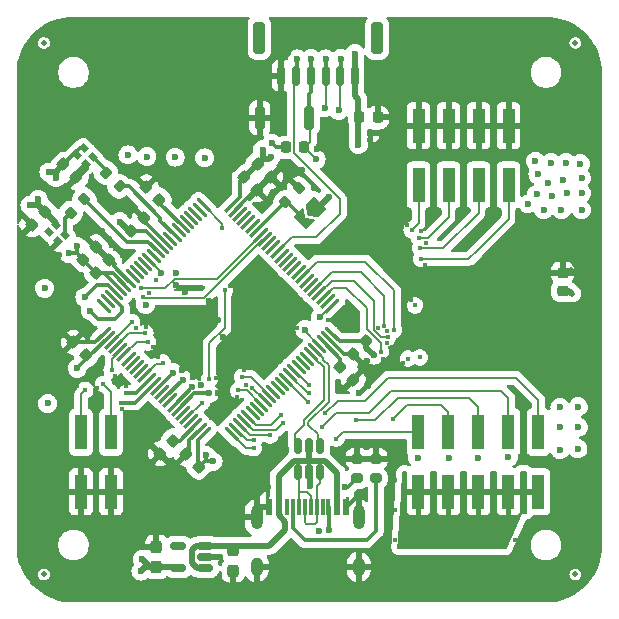
<source format=gtl>
G04 #@! TF.GenerationSoftware,KiCad,Pcbnew,8.0.1*
G04 #@! TF.CreationDate,2025-02-17T15:06:07+05:00*
G04 #@! TF.ProjectId,brain_board,62726169-6e5f-4626-9f61-72642e6b6963,rev?*
G04 #@! TF.SameCoordinates,Original*
G04 #@! TF.FileFunction,Copper,L1,Top*
G04 #@! TF.FilePolarity,Positive*
%FSLAX46Y46*%
G04 Gerber Fmt 4.6, Leading zero omitted, Abs format (unit mm)*
G04 Created by KiCad (PCBNEW 8.0.1) date 2025-02-17 15:06:07*
%MOMM*%
%LPD*%
G01*
G04 APERTURE LIST*
G04 Aperture macros list*
%AMRoundRect*
0 Rectangle with rounded corners*
0 $1 Rounding radius*
0 $2 $3 $4 $5 $6 $7 $8 $9 X,Y pos of 4 corners*
0 Add a 4 corners polygon primitive as box body*
4,1,4,$2,$3,$4,$5,$6,$7,$8,$9,$2,$3,0*
0 Add four circle primitives for the rounded corners*
1,1,$1+$1,$2,$3*
1,1,$1+$1,$4,$5*
1,1,$1+$1,$6,$7*
1,1,$1+$1,$8,$9*
0 Add four rect primitives between the rounded corners*
20,1,$1+$1,$2,$3,$4,$5,0*
20,1,$1+$1,$4,$5,$6,$7,0*
20,1,$1+$1,$6,$7,$8,$9,0*
20,1,$1+$1,$8,$9,$2,$3,0*%
%AMRotRect*
0 Rectangle, with rotation*
0 The origin of the aperture is its center*
0 $1 length*
0 $2 width*
0 $3 Rotation angle, in degrees counterclockwise*
0 Add horizontal line*
21,1,$1,$2,0,0,$3*%
%AMFreePoly0*
4,1,6,0.499999,-0.750000,-0.649999,-0.750000,-0.150000,0.000000,-0.649999,0.750000,0.499999,0.750000,0.499999,-0.750000,0.499999,-0.750000,$1*%
%AMFreePoly1*
4,1,6,1.000000,0.000000,0.499999,-0.750000,-0.499999,-0.750000,-0.499999,0.750000,0.499999,0.750000,1.000000,0.000000,1.000000,0.000000,$1*%
G04 Aperture macros list end*
G04 #@! TA.AperFunction,SMDPad,CuDef*
%ADD10R,1.000000X3.000000*%
G04 #@! TD*
G04 #@! TA.AperFunction,SMDPad,CuDef*
%ADD11RoundRect,0.225000X-0.017678X0.335876X-0.335876X0.017678X0.017678X-0.335876X0.335876X-0.017678X0*%
G04 #@! TD*
G04 #@! TA.AperFunction,SMDPad,CuDef*
%ADD12RoundRect,0.200000X-0.053033X0.335876X-0.335876X0.053033X0.053033X-0.335876X0.335876X-0.053033X0*%
G04 #@! TD*
G04 #@! TA.AperFunction,SMDPad,CuDef*
%ADD13RoundRect,0.225000X0.225000X0.250000X-0.225000X0.250000X-0.225000X-0.250000X0.225000X-0.250000X0*%
G04 #@! TD*
G04 #@! TA.AperFunction,SMDPad,CuDef*
%ADD14RotRect,0.500000X0.600000X45.000000*%
G04 #@! TD*
G04 #@! TA.AperFunction,SMDPad,CuDef*
%ADD15RoundRect,0.225000X0.335876X0.017678X0.017678X0.335876X-0.335876X-0.017678X-0.017678X-0.335876X0*%
G04 #@! TD*
G04 #@! TA.AperFunction,SMDPad,CuDef*
%ADD16RoundRect,0.147500X-0.147500X-0.172500X0.147500X-0.172500X0.147500X0.172500X-0.147500X0.172500X0*%
G04 #@! TD*
G04 #@! TA.AperFunction,SMDPad,CuDef*
%ADD17RoundRect,0.200000X0.275000X-0.200000X0.275000X0.200000X-0.275000X0.200000X-0.275000X-0.200000X0*%
G04 #@! TD*
G04 #@! TA.AperFunction,SMDPad,CuDef*
%ADD18RoundRect,0.225000X0.017678X-0.335876X0.335876X-0.017678X-0.017678X0.335876X-0.335876X0.017678X0*%
G04 #@! TD*
G04 #@! TA.AperFunction,SMDPad,CuDef*
%ADD19RoundRect,0.250000X0.250000X1.100000X-0.250000X1.100000X-0.250000X-1.100000X0.250000X-1.100000X0*%
G04 #@! TD*
G04 #@! TA.AperFunction,SMDPad,CuDef*
%ADD20RoundRect,0.150000X0.150000X0.700000X-0.150000X0.700000X-0.150000X-0.700000X0.150000X-0.700000X0*%
G04 #@! TD*
G04 #@! TA.AperFunction,SMDPad,CuDef*
%ADD21RoundRect,0.225000X-0.335876X-0.017678X-0.017678X-0.335876X0.335876X0.017678X0.017678X0.335876X0*%
G04 #@! TD*
G04 #@! TA.AperFunction,SMDPad,CuDef*
%ADD22RoundRect,0.200000X0.053033X-0.335876X0.335876X-0.053033X-0.053033X0.335876X-0.335876X0.053033X0*%
G04 #@! TD*
G04 #@! TA.AperFunction,SMDPad,CuDef*
%ADD23C,0.500000*%
G04 #@! TD*
G04 #@! TA.AperFunction,SMDPad,CuDef*
%ADD24RoundRect,0.225000X0.250000X-0.225000X0.250000X0.225000X-0.250000X0.225000X-0.250000X-0.225000X0*%
G04 #@! TD*
G04 #@! TA.AperFunction,SMDPad,CuDef*
%ADD25RoundRect,0.075000X-0.565685X-0.459619X-0.459619X-0.565685X0.565685X0.459619X0.459619X0.565685X0*%
G04 #@! TD*
G04 #@! TA.AperFunction,SMDPad,CuDef*
%ADD26RoundRect,0.075000X-0.565685X0.459619X0.459619X-0.565685X0.565685X-0.459619X-0.459619X0.565685X0*%
G04 #@! TD*
G04 #@! TA.AperFunction,SMDPad,CuDef*
%ADD27FreePoly0,225.000000*%
G04 #@! TD*
G04 #@! TA.AperFunction,SMDPad,CuDef*
%ADD28FreePoly1,225.000000*%
G04 #@! TD*
G04 #@! TA.AperFunction,ComponentPad*
%ADD29O,1.000000X1.600000*%
G04 #@! TD*
G04 #@! TA.AperFunction,ComponentPad*
%ADD30O,1.000000X2.100000*%
G04 #@! TD*
G04 #@! TA.AperFunction,SMDPad,CuDef*
%ADD31R,0.600000X1.450000*%
G04 #@! TD*
G04 #@! TA.AperFunction,SMDPad,CuDef*
%ADD32R,0.300000X1.450000*%
G04 #@! TD*
G04 #@! TA.AperFunction,SMDPad,CuDef*
%ADD33RoundRect,0.237500X-0.237500X0.300000X-0.237500X-0.300000X0.237500X-0.300000X0.237500X0.300000X0*%
G04 #@! TD*
G04 #@! TA.AperFunction,SMDPad,CuDef*
%ADD34RoundRect,0.200000X0.335876X0.053033X0.053033X0.335876X-0.335876X-0.053033X-0.053033X-0.335876X0*%
G04 #@! TD*
G04 #@! TA.AperFunction,SMDPad,CuDef*
%ADD35RoundRect,0.150000X0.150000X-0.512500X0.150000X0.512500X-0.150000X0.512500X-0.150000X-0.512500X0*%
G04 #@! TD*
G04 #@! TA.AperFunction,SMDPad,CuDef*
%ADD36RoundRect,0.200000X-0.200000X-0.800000X0.200000X-0.800000X0.200000X0.800000X-0.200000X0.800000X0*%
G04 #@! TD*
G04 #@! TA.AperFunction,SMDPad,CuDef*
%ADD37RoundRect,0.150000X0.512500X0.150000X-0.512500X0.150000X-0.512500X-0.150000X0.512500X-0.150000X0*%
G04 #@! TD*
G04 #@! TA.AperFunction,ViaPad*
%ADD38C,0.400000*%
G04 #@! TD*
G04 #@! TA.AperFunction,ViaPad*
%ADD39C,0.600000*%
G04 #@! TD*
G04 #@! TA.AperFunction,Conductor*
%ADD40C,0.500000*%
G04 #@! TD*
G04 #@! TA.AperFunction,Conductor*
%ADD41C,0.300000*%
G04 #@! TD*
G04 #@! TA.AperFunction,Conductor*
%ADD42C,0.156500*%
G04 #@! TD*
G04 #@! TA.AperFunction,Conductor*
%ADD43C,0.158200*%
G04 #@! TD*
G04 APERTURE END LIST*
D10*
X165702479Y-73169999D03*
X165702479Y-78209999D03*
X168242478Y-73169999D03*
X168242478Y-78209999D03*
X170782480Y-73169999D03*
X170782480Y-78209999D03*
X173322479Y-73169999D03*
X173322479Y-78209999D03*
D11*
X160172808Y-92516815D03*
X161268824Y-91420799D03*
D12*
X154427565Y-79665150D03*
X155594291Y-78498424D03*
D13*
X154450000Y-75025000D03*
X156000000Y-75025000D03*
D14*
X134993934Y-81628249D03*
X135771751Y-82406066D03*
X135206066Y-82971751D03*
X134428249Y-82193934D03*
D15*
X135636202Y-76465491D03*
X136732218Y-77561507D03*
D16*
X161585000Y-73825000D03*
X160615000Y-73825000D03*
D17*
X160500000Y-101375000D03*
X160500000Y-103025000D03*
D18*
X134048008Y-80451992D03*
X132951992Y-81548008D03*
D19*
X152225000Y-65750000D03*
X162175000Y-65750000D03*
D20*
X154075000Y-68950000D03*
X155325000Y-68950000D03*
X156575000Y-68950000D03*
X157825000Y-68950000D03*
X159075000Y-68950000D03*
X160325000Y-68950000D03*
D21*
X152041080Y-78622167D03*
X150945064Y-77526151D03*
D17*
X162100000Y-101400000D03*
X162100000Y-103050000D03*
D18*
X139525290Y-84561864D03*
X138429274Y-85657880D03*
D22*
X137403969Y-79399985D03*
X136237243Y-80566711D03*
D15*
X146012995Y-100984418D03*
X147109011Y-102080434D03*
D18*
X138393919Y-83430493D03*
X137297903Y-84526509D03*
D23*
X178987479Y-66175000D03*
D24*
X177900000Y-85625000D03*
X177900000Y-87175000D03*
D11*
X143820964Y-100949063D03*
X144916980Y-99853047D03*
D23*
X178987479Y-111175000D03*
D25*
X149884404Y-79930315D03*
X150237957Y-80283868D03*
X150591511Y-80637422D03*
X150945064Y-80990975D03*
X151298617Y-81344528D03*
X151652171Y-81698082D03*
X152005724Y-82051635D03*
X152359278Y-82405189D03*
X152712831Y-82758742D03*
X153066384Y-83112295D03*
X153419938Y-83465849D03*
X153773491Y-83819402D03*
X154127045Y-84172955D03*
X154480598Y-84526509D03*
X154834151Y-84880062D03*
X155187705Y-85233616D03*
X155541258Y-85587169D03*
X155894811Y-85940722D03*
X156248365Y-86294276D03*
X156601918Y-86647829D03*
X156955472Y-87001383D03*
X157309025Y-87354936D03*
X157662578Y-87708489D03*
X158016132Y-88062043D03*
X158369685Y-88415596D03*
D26*
X158369685Y-90784404D03*
X158016132Y-91137957D03*
X157662578Y-91491511D03*
X157309025Y-91845064D03*
X156955472Y-92198617D03*
X156601918Y-92552171D03*
X156248365Y-92905724D03*
X155894811Y-93259278D03*
X155541258Y-93612831D03*
X155187705Y-93966384D03*
X154834151Y-94319938D03*
X154480598Y-94673491D03*
X154127045Y-95027045D03*
X153773491Y-95380598D03*
X153419938Y-95734151D03*
X153066384Y-96087705D03*
X152712831Y-96441258D03*
X152359278Y-96794811D03*
X152005724Y-97148365D03*
X151652171Y-97501918D03*
X151298617Y-97855472D03*
X150945064Y-98209025D03*
X150591511Y-98562578D03*
X150237957Y-98916132D03*
X149884404Y-99269685D03*
D25*
X147515596Y-99269685D03*
X147162043Y-98916132D03*
X146808489Y-98562578D03*
X146454936Y-98209025D03*
X146101383Y-97855472D03*
X145747829Y-97501918D03*
X145394276Y-97148365D03*
X145040722Y-96794811D03*
X144687169Y-96441258D03*
X144333616Y-96087705D03*
X143980062Y-95734151D03*
X143626509Y-95380598D03*
X143272955Y-95027045D03*
X142919402Y-94673491D03*
X142565849Y-94319938D03*
X142212295Y-93966384D03*
X141858742Y-93612831D03*
X141505189Y-93259278D03*
X141151635Y-92905724D03*
X140798082Y-92552171D03*
X140444528Y-92198617D03*
X140090975Y-91845064D03*
X139737422Y-91491511D03*
X139383868Y-91137957D03*
X139030315Y-90784404D03*
D26*
X139030315Y-88415596D03*
X139383868Y-88062043D03*
X139737422Y-87708489D03*
X140090975Y-87354936D03*
X140444528Y-87001383D03*
X140798082Y-86647829D03*
X141151635Y-86294276D03*
X141505189Y-85940722D03*
X141858742Y-85587169D03*
X142212295Y-85233616D03*
X142565849Y-84880062D03*
X142919402Y-84526509D03*
X143272955Y-84172955D03*
X143626509Y-83819402D03*
X143980062Y-83465849D03*
X144333616Y-83112295D03*
X144687169Y-82758742D03*
X145040722Y-82405189D03*
X145394276Y-82051635D03*
X145747829Y-81698082D03*
X146101383Y-81344528D03*
X146454936Y-80990975D03*
X146808489Y-80637422D03*
X147162043Y-80283868D03*
X147515596Y-79930315D03*
D18*
X142477461Y-81008652D03*
X141381445Y-82104668D03*
D27*
X155983200Y-81079363D03*
D28*
X157008504Y-80054059D03*
D10*
X139667481Y-104170000D03*
X139667481Y-99130000D03*
X137127479Y-104170000D03*
X137127479Y-99130000D03*
D21*
X153172451Y-77490797D03*
X152076435Y-76394781D03*
D29*
X160645000Y-110525000D03*
D30*
X160645000Y-106345000D03*
D29*
X152005000Y-110525000D03*
D30*
X152005000Y-106345000D03*
D31*
X153075000Y-105430000D03*
X153874999Y-105430000D03*
D32*
X154575000Y-105430000D03*
X155575000Y-105430000D03*
X157075000Y-105430000D03*
X158075000Y-105430000D03*
D31*
X158775001Y-105430000D03*
X159575000Y-105430000D03*
X159575000Y-105430000D03*
X158775001Y-105430000D03*
D32*
X157575000Y-105430001D03*
X156575000Y-105430000D03*
X156075000Y-105430000D03*
X155075000Y-105430001D03*
D31*
X153874999Y-105430000D03*
X153075000Y-105430000D03*
D14*
X137368614Y-75086634D03*
X138146431Y-75864451D03*
X137580746Y-76430136D03*
X136802929Y-75652319D03*
D23*
X133987479Y-111175000D03*
D33*
X143500000Y-110562501D03*
X143500000Y-108837499D03*
D21*
X160172808Y-94673491D03*
X159076792Y-93577475D03*
D34*
X139224769Y-77154921D03*
X140391495Y-78321647D03*
D35*
X155500002Y-100262500D03*
X156450001Y-100262500D03*
X157400000Y-100262500D03*
X157400000Y-102537500D03*
X156450001Y-102537500D03*
X155500002Y-102537500D03*
D23*
X133987479Y-66175000D03*
D15*
X136467053Y-91509187D03*
X137563069Y-92605203D03*
X142654237Y-78357001D03*
X143750253Y-79453017D03*
D36*
X156450000Y-72500000D03*
X152250000Y-72500000D03*
D33*
X150000000Y-110862501D03*
X150000000Y-109137499D03*
D13*
X160700000Y-72475000D03*
X162250000Y-72475000D03*
D10*
X175855000Y-104170001D03*
X175855000Y-99129999D03*
X173315000Y-104170000D03*
X173315000Y-99130000D03*
X170775000Y-104170000D03*
X170775000Y-99130000D03*
X168235000Y-104170000D03*
X168235000Y-99130000D03*
X165695000Y-104170001D03*
X165695000Y-99129999D03*
D37*
X145362500Y-110649999D03*
X145362500Y-108750001D03*
X147637500Y-108750001D03*
X147637500Y-109700000D03*
X147637500Y-110649999D03*
D38*
X178935000Y-108255000D03*
X178935000Y-105715000D03*
X178935000Y-103175000D03*
X178935000Y-93015000D03*
X178935000Y-72695000D03*
X178935000Y-70155000D03*
X178935000Y-67615000D03*
X176395000Y-110795000D03*
X176395000Y-93015000D03*
X176395000Y-72695000D03*
X176395000Y-65075000D03*
X173855000Y-110795000D03*
X173855000Y-108255000D03*
X173855000Y-93015000D03*
X173855000Y-82855000D03*
X173855000Y-70155000D03*
X173855000Y-67615000D03*
X173855000Y-65075000D03*
X171315000Y-110795000D03*
X171315000Y-93015000D03*
X171315000Y-85395000D03*
X171315000Y-70155000D03*
X171315000Y-67615000D03*
X171315000Y-65075000D03*
X168775000Y-110795000D03*
X168775000Y-93015000D03*
X168775000Y-87935000D03*
X168775000Y-85395000D03*
X168775000Y-70155000D03*
X168775000Y-67615000D03*
X168775000Y-65075000D03*
X166235000Y-110795000D03*
X166235000Y-70155000D03*
X166235000Y-67615000D03*
X166235000Y-65075000D03*
X163695000Y-110795000D03*
X163695000Y-108255000D03*
X163695000Y-105715000D03*
X163695000Y-103175000D03*
X163695000Y-85395000D03*
X163695000Y-80315000D03*
X163695000Y-77775000D03*
X163695000Y-75235000D03*
X163695000Y-72695000D03*
X163695000Y-67615000D03*
X163695000Y-65075000D03*
X161155000Y-80315000D03*
X161155000Y-77775000D03*
X158615000Y-110795000D03*
X156075000Y-110795000D03*
X153535000Y-110795000D03*
X153535000Y-93015000D03*
X153535000Y-90475000D03*
X153535000Y-72695000D03*
X153535000Y-65075000D03*
X150995000Y-103175000D03*
X150995000Y-75235000D03*
X150995000Y-72695000D03*
X150995000Y-70155000D03*
X150995000Y-67615000D03*
X150995000Y-65075000D03*
X148455000Y-70155000D03*
X148455000Y-67615000D03*
X148455000Y-65075000D03*
X145915000Y-70155000D03*
X145915000Y-67615000D03*
X145915000Y-65075000D03*
X143375000Y-70155000D03*
X143375000Y-67615000D03*
X143375000Y-65075000D03*
X140835000Y-110795000D03*
X140835000Y-108255000D03*
X140835000Y-70155000D03*
X140835000Y-67615000D03*
X140835000Y-65075000D03*
X138295000Y-110795000D03*
X138295000Y-108255000D03*
X138295000Y-72695000D03*
X138295000Y-70155000D03*
X138295000Y-67615000D03*
X138295000Y-65075000D03*
X135755000Y-110795000D03*
X135755000Y-105715000D03*
X135755000Y-103175000D03*
X135755000Y-72695000D03*
X135755000Y-65075000D03*
X133215000Y-108255000D03*
X133215000Y-105715000D03*
X133215000Y-98095000D03*
X133215000Y-82855000D03*
X133215000Y-75235000D03*
X133215000Y-72695000D03*
X133215000Y-70155000D03*
X133215000Y-67615000D03*
D39*
X160800000Y-100100000D03*
D38*
X142900000Y-87375000D03*
X151125000Y-95100000D03*
X148550000Y-94575000D03*
X141750000Y-90350000D03*
D39*
X151950000Y-104500000D03*
X148750000Y-89600000D03*
X160800000Y-93600000D03*
X156500000Y-103700000D03*
X154200000Y-76700000D03*
X145700000Y-93900000D03*
D38*
X143600000Y-92800000D03*
X155375000Y-90350000D03*
D39*
X154675000Y-67025000D03*
X150550000Y-89825000D03*
X157300000Y-107500000D03*
X140700000Y-84100000D03*
X153650000Y-67000000D03*
X155800000Y-76900000D03*
X161900000Y-71275000D03*
X146600000Y-94450000D03*
X143800000Y-107600000D03*
X134600000Y-83700000D03*
D38*
X143225000Y-91900000D03*
X165100000Y-87900000D03*
D39*
X160475000Y-104575000D03*
D38*
X143500000Y-86225000D03*
D39*
X139500000Y-82800000D03*
X134150000Y-90250000D03*
X141600000Y-80200000D03*
X159900000Y-100100000D03*
X161800000Y-100100000D03*
X162600000Y-100100000D03*
X149500000Y-112100000D03*
D38*
X164400000Y-93300000D03*
D39*
X160700000Y-95800000D03*
X145900000Y-87300000D03*
D38*
X178600000Y-85400000D03*
D39*
X149150000Y-91100000D03*
X147950000Y-88025000D03*
X148750000Y-95850000D03*
D38*
X139975000Y-94375000D03*
D39*
X157125000Y-75125000D03*
X162875000Y-71225000D03*
D38*
X162300000Y-90300000D03*
X166275000Y-85000000D03*
D39*
X138900000Y-82100000D03*
D38*
X164700000Y-81550000D03*
D39*
X152750000Y-88200000D03*
X154700000Y-77600000D03*
X161400000Y-95200000D03*
X142900000Y-107600000D03*
X148900000Y-109700000D03*
X147325000Y-95175000D03*
D38*
X163000000Y-91600000D03*
D39*
X135900000Y-78500000D03*
D38*
X149750000Y-86775000D03*
X162700000Y-92900000D03*
X138500000Y-95400000D03*
D39*
X161700000Y-74800000D03*
D38*
X166300000Y-83125000D03*
D39*
X140100000Y-83500000D03*
X135300000Y-84100000D03*
D38*
X150925000Y-93875000D03*
X140900000Y-95200000D03*
X136800000Y-95250000D03*
X165900000Y-82075000D03*
X150300000Y-96175000D03*
D39*
X134200000Y-100050000D03*
X144800000Y-101600000D03*
D38*
X163000000Y-90600000D03*
D39*
X145175000Y-86700000D03*
X161300000Y-93100000D03*
X150400000Y-112100000D03*
D38*
X158025000Y-89625000D03*
D39*
X152950000Y-103800000D03*
X146800000Y-89350000D03*
X143100000Y-101700000D03*
D38*
X140600000Y-97200000D03*
X142600000Y-90250000D03*
D39*
X179200000Y-100525000D03*
X175600000Y-76200000D03*
X153275000Y-74675000D03*
X177675000Y-97025000D03*
X178200000Y-76300000D03*
X158100000Y-79200000D03*
X153200000Y-75800000D03*
X134400000Y-77100000D03*
X145175000Y-85650000D03*
X160300000Y-67075000D03*
X168250000Y-101325000D03*
X177800000Y-80300000D03*
X165175000Y-108175000D03*
X176700000Y-78000000D03*
X175800000Y-77300000D03*
X177000000Y-79100000D03*
X142600000Y-88325000D03*
X142700000Y-75800000D03*
X177675000Y-98725000D03*
X177700000Y-100625000D03*
X170350000Y-107000000D03*
X165275000Y-106850000D03*
X134300000Y-96700000D03*
X152500000Y-75200000D03*
X165625000Y-101275000D03*
X176900000Y-76300000D03*
X167950000Y-108150000D03*
X147600000Y-75900000D03*
X160600000Y-74775000D03*
D38*
X165800000Y-92800000D03*
D39*
X136800000Y-83400000D03*
X179400000Y-76400000D03*
X179500000Y-77600000D03*
X175000000Y-79800000D03*
X136800000Y-93725000D03*
X177900000Y-77800000D03*
X133500000Y-79400000D03*
X141100000Y-75650000D03*
X172525000Y-106900000D03*
X179500000Y-78900000D03*
X135000000Y-77600000D03*
X142200000Y-110900000D03*
X170775000Y-101275000D03*
X175700000Y-79000000D03*
X179500000Y-80300000D03*
X176300000Y-80300000D03*
X179225000Y-96975000D03*
X173300000Y-101250000D03*
X142300000Y-109900000D03*
X178300000Y-78900000D03*
X170400000Y-108150000D03*
X161900000Y-92600000D03*
D38*
X178700000Y-87400000D03*
D39*
X132800000Y-79900000D03*
X147700000Y-101100000D03*
X148300000Y-101600000D03*
X134050000Y-86950000D03*
X179225000Y-98700000D03*
X140400000Y-81300000D03*
X145100000Y-75850000D03*
X167925000Y-106925000D03*
X136100000Y-84000000D03*
X172350000Y-108150000D03*
X156600000Y-67500000D03*
X157025000Y-76025000D03*
X143925000Y-85650000D03*
X157750000Y-71650000D03*
X156075000Y-90450000D03*
X157825000Y-67525000D03*
X159100000Y-67500000D03*
X157400000Y-89400000D03*
X158925000Y-71875000D03*
D38*
X156400000Y-95100000D03*
X156400000Y-95800000D03*
X162800000Y-90100000D03*
X163600000Y-90500000D03*
X163100000Y-91100000D03*
X150450000Y-95600000D03*
X149075000Y-81875000D03*
X150750000Y-94450000D03*
X149275000Y-87125000D03*
X148000000Y-94625000D03*
X147350000Y-96625000D03*
X151625000Y-95350000D03*
D39*
X147975000Y-95850000D03*
X146500000Y-95300000D03*
X144900000Y-94100000D03*
X145800000Y-94700000D03*
D38*
X144050000Y-93250000D03*
D39*
X159475000Y-103800000D03*
X158100000Y-107400000D03*
D38*
X165850000Y-83525000D03*
X142800000Y-91525000D03*
X165950000Y-84475000D03*
X139725000Y-93875000D03*
D39*
X137900000Y-88850000D03*
D38*
X165725000Y-82650000D03*
X142575000Y-90750000D03*
D39*
X155450000Y-67525000D03*
D38*
X142375000Y-87650000D03*
X139025000Y-95050000D03*
X154250000Y-98350000D03*
X160425000Y-98125000D03*
X153150000Y-99400000D03*
X157500000Y-98675000D03*
D39*
X137450000Y-87700000D03*
D38*
X151775000Y-99825000D03*
X163525000Y-97975000D03*
X142225000Y-86950000D03*
X137475000Y-95575000D03*
X164800000Y-92900000D03*
X165400000Y-88400000D03*
X156375000Y-96575000D03*
X162500000Y-92300000D03*
X151750000Y-100475000D03*
X158725000Y-99675000D03*
X141400000Y-89800000D03*
X165125000Y-82000000D03*
X154050000Y-97650000D03*
X157800000Y-97525000D03*
X140500000Y-96640000D03*
X140973608Y-95797216D03*
D40*
X154075000Y-68950000D02*
X154075000Y-67425000D01*
X154075000Y-67625000D02*
X154675000Y-67025000D01*
D41*
X138305532Y-91509187D02*
X139030315Y-90784404D01*
X159394990Y-92516815D02*
X160172808Y-92516815D01*
X139900000Y-85100000D02*
X139900000Y-84936574D01*
X136467053Y-91509187D02*
X138305532Y-91509187D01*
X146300000Y-99778175D02*
X147162043Y-98916132D01*
X150237957Y-80243667D02*
X152990827Y-77490797D01*
X159575000Y-105430000D02*
X159620000Y-105430000D01*
X159620000Y-105430000D02*
X160475000Y-104575000D01*
D40*
X177900000Y-85625000D02*
X178375000Y-85625000D01*
X154075000Y-68950000D02*
X154075000Y-67625000D01*
D41*
X152990827Y-77490797D02*
X153172451Y-77490797D01*
X141151635Y-86294276D02*
X141094276Y-86294276D01*
D40*
X147637500Y-109700000D02*
X148900000Y-109700000D01*
D41*
X150237957Y-80283868D02*
X150237957Y-80243667D01*
D40*
X156500000Y-103700000D02*
X156500000Y-102587499D01*
D41*
X158016132Y-91137957D02*
X159394990Y-92516815D01*
X142477461Y-81008652D02*
X142477461Y-81256140D01*
X142477461Y-81256140D02*
X144333616Y-83112295D01*
X146012995Y-100984418D02*
X146300000Y-100697413D01*
X141094276Y-86294276D02*
X139900000Y-85100000D01*
X146300000Y-100697413D02*
X146300000Y-99778175D01*
X139900000Y-84936574D02*
X138393919Y-83430493D01*
D40*
X143820964Y-100979036D02*
X143820964Y-100949063D01*
X178375000Y-85625000D02*
X178600000Y-85400000D01*
X139525290Y-84561864D02*
X139525290Y-84474710D01*
X156500000Y-102587499D02*
X156450001Y-102537500D01*
X154075000Y-67425000D02*
X153650000Y-67000000D01*
X143100000Y-101700000D02*
X143820964Y-100979036D01*
X157245941Y-80054059D02*
X157008504Y-80054059D01*
X141204668Y-82104668D02*
X140400000Y-81300000D01*
X160325000Y-70625000D02*
X160300000Y-70600000D01*
D41*
X158384404Y-90784404D02*
X159020799Y-91420799D01*
X136771394Y-84000000D02*
X136100000Y-84000000D01*
D40*
X135001693Y-77100000D02*
X135636202Y-76465491D01*
X133500000Y-79903984D02*
X133500000Y-79900000D01*
X160300000Y-70600000D02*
X160300000Y-67075000D01*
X134993934Y-81397918D02*
X134048008Y-80451992D01*
X143500000Y-110562501D02*
X145275002Y-110562501D01*
X152076435Y-76394781D02*
X152500000Y-75971216D01*
X133200000Y-79900000D02*
X132800000Y-79900000D01*
X142537499Y-110562501D02*
X142200000Y-110900000D01*
X142962501Y-110562501D02*
X143500000Y-110562501D01*
D41*
X147594722Y-101594722D02*
X147109011Y-102080434D01*
X137015059Y-75086634D02*
X135636202Y-76465491D01*
D40*
X134993934Y-81628249D02*
X134993934Y-81397918D01*
D41*
X147000000Y-101971423D02*
X147000000Y-99785281D01*
X148300000Y-101600000D02*
X148294722Y-101594722D01*
D40*
X142300000Y-109900000D02*
X142962501Y-110562501D01*
X160325000Y-70625000D02*
X160600000Y-70900000D01*
X133500000Y-79900000D02*
X133500000Y-79500000D01*
D41*
X136771394Y-83428606D02*
X136800000Y-83400000D01*
X154450000Y-75025000D02*
X153625000Y-75025000D01*
D40*
X133500000Y-79900000D02*
X133200000Y-79900000D01*
D41*
X137563069Y-92961931D02*
X136800000Y-93725000D01*
D40*
X143500000Y-110562501D02*
X142537499Y-110562501D01*
D41*
X147000000Y-99785281D02*
X147515596Y-99269685D01*
X136771394Y-84000000D02*
X136771394Y-83428606D01*
D40*
X133500000Y-79500000D02*
X133500000Y-79400000D01*
D41*
X147109011Y-102080434D02*
X147000000Y-101971423D01*
D40*
X134048008Y-80451992D02*
X133500000Y-79903984D01*
X141381445Y-82104668D02*
X141204668Y-82104668D01*
X145275002Y-110562501D02*
X145362500Y-110649999D01*
X160600000Y-70900000D02*
X160600000Y-74775000D01*
D41*
X143750253Y-79700506D02*
X145747829Y-81698082D01*
X138429274Y-85657880D02*
X139101025Y-85657880D01*
X142618881Y-82104668D02*
X143980062Y-83465849D01*
X139857880Y-85657880D02*
X138429274Y-85657880D01*
D40*
X161268824Y-91420799D02*
X161268824Y-91968824D01*
X178475000Y-87175000D02*
X178700000Y-87400000D01*
D41*
X141381445Y-82104668D02*
X142618881Y-82104668D01*
X147700000Y-101489445D02*
X147109011Y-102080434D01*
D40*
X135001693Y-77100000D02*
X135001693Y-77598307D01*
D41*
X158369685Y-90784404D02*
X158384404Y-90784404D01*
D40*
X152500000Y-75971216D02*
X152500000Y-75200000D01*
D41*
X149884404Y-79930315D02*
X149884404Y-79915596D01*
X147700000Y-101100000D02*
X147700000Y-101489445D01*
X159020799Y-91420799D02*
X161268824Y-91420799D01*
D40*
X150945064Y-77526151D02*
X152076435Y-76394781D01*
X177900000Y-87175000D02*
X178475000Y-87175000D01*
X158100000Y-79200000D02*
X157245941Y-80054059D01*
D41*
X150600000Y-79200000D02*
X150600000Y-77871215D01*
X137563069Y-92605203D02*
X137563069Y-92961931D01*
X137368614Y-75086634D02*
X137015059Y-75086634D01*
X143750253Y-79453017D02*
X143750253Y-79700506D01*
D40*
X152500000Y-75971216D02*
X153028784Y-75971216D01*
D41*
X140798082Y-86647829D02*
X140798082Y-86598082D01*
X137297903Y-84526509D02*
X136771394Y-84000000D01*
D40*
X134400000Y-77100000D02*
X135001693Y-77100000D01*
X161268824Y-91968824D02*
X161900000Y-92600000D01*
D41*
X149884404Y-79915596D02*
X150600000Y-79200000D01*
X150600000Y-77871215D02*
X150945064Y-77526151D01*
X137297903Y-84526509D02*
X138429274Y-85657880D01*
X137916622Y-92605203D02*
X139383868Y-91137957D01*
D40*
X135001693Y-77598307D02*
X135000000Y-77600000D01*
X160325000Y-68950000D02*
X160325000Y-70625000D01*
D41*
X140798082Y-86598082D02*
X139857880Y-85657880D01*
X139101025Y-85657880D02*
X140444528Y-87001383D01*
X153625000Y-75025000D02*
X153275000Y-74675000D01*
X137563069Y-92605203D02*
X137916622Y-92605203D01*
X148294722Y-101594722D02*
X147594722Y-101594722D01*
D40*
X153028784Y-75971216D02*
X153200000Y-75800000D01*
D42*
X156000000Y-75025000D02*
X156025000Y-75025000D01*
X156450000Y-72500000D02*
X156500000Y-72550000D01*
D41*
X156575000Y-67525000D02*
X156600000Y-67500000D01*
D42*
X156500000Y-72550000D02*
X156500000Y-74525000D01*
D41*
X156450000Y-72500000D02*
X156450000Y-70475000D01*
X156575000Y-68950000D02*
X156575000Y-67525000D01*
D42*
X156500000Y-74525000D02*
X156000000Y-75025000D01*
X156025000Y-75025000D02*
X157025000Y-76025000D01*
X143925000Y-85650000D02*
X143925000Y-85532107D01*
D41*
X156575000Y-70350000D02*
X156575000Y-68950000D01*
X156450000Y-70475000D02*
X156575000Y-70350000D01*
D42*
X143925000Y-85532107D02*
X142919402Y-84526509D01*
D40*
X147637500Y-110649999D02*
X146975001Y-110649999D01*
X156450001Y-100262500D02*
X156450001Y-101484999D01*
X157757122Y-101535000D02*
X158775001Y-102552879D01*
X153874999Y-102802881D02*
X155142880Y-101535000D01*
X156400000Y-101535000D02*
X157757122Y-101535000D01*
X147637500Y-108750001D02*
X153049999Y-108750001D01*
X156450001Y-101484999D02*
X156400000Y-101535000D01*
X153049999Y-108750001D02*
X154400000Y-107400000D01*
X146500000Y-110174998D02*
X146500000Y-109100000D01*
X146849999Y-108750001D02*
X147637500Y-108750001D01*
X146500000Y-109100000D02*
X146849999Y-108750001D01*
X155142880Y-101535000D02*
X156400000Y-101535000D01*
X153874999Y-105430000D02*
X153874999Y-102802881D01*
X146975001Y-110649999D02*
X146500000Y-110174998D01*
X154400000Y-106700000D02*
X153874999Y-106174999D01*
X158775001Y-102552879D02*
X158775001Y-105430000D01*
X153874999Y-106174999D02*
X153874999Y-105430000D01*
X154400000Y-107400000D02*
X154400000Y-106700000D01*
D42*
X157825000Y-71575000D02*
X157750000Y-71650000D01*
X156075000Y-90600000D02*
X157309025Y-91834025D01*
X156075000Y-90450000D02*
X156075000Y-90600000D01*
D41*
X157825000Y-67525000D02*
X157825000Y-68950000D01*
D42*
X157309025Y-91834025D02*
X157309025Y-91845064D01*
X157825000Y-68950000D02*
X157825000Y-71575000D01*
X158369685Y-88430315D02*
X157400000Y-89400000D01*
X159075000Y-68950000D02*
X159075000Y-71725000D01*
D41*
X159100000Y-68925000D02*
X159075000Y-68950000D01*
D42*
X158369685Y-88415596D02*
X158369685Y-88430315D01*
D41*
X159100000Y-67500000D02*
X159100000Y-68925000D01*
D42*
X159075000Y-71725000D02*
X158925000Y-71875000D01*
X155266384Y-93966384D02*
X155187705Y-93966384D01*
X156400000Y-95100000D02*
X155266384Y-93966384D01*
X156400000Y-95800000D02*
X156300000Y-95800000D01*
X154834151Y-94334151D02*
X154834151Y-94319938D01*
X156300000Y-95800000D02*
X154834151Y-94334151D01*
X158356855Y-85600000D02*
X156955472Y-87001383D01*
X162800000Y-90100000D02*
X162800000Y-87600000D01*
X160800000Y-85600000D02*
X158356855Y-85600000D01*
X162800000Y-87600000D02*
X160800000Y-85600000D01*
X157135533Y-84700000D02*
X155894811Y-85940722D01*
X163600000Y-87100000D02*
X161200000Y-84700000D01*
X161200000Y-84700000D02*
X157135533Y-84700000D01*
X163600000Y-90500000D02*
X163600000Y-87100000D01*
X161900000Y-88000000D02*
X160200000Y-86300000D01*
X162500000Y-91100000D02*
X161900000Y-90500000D01*
X158363961Y-86300000D02*
X157309025Y-87354936D01*
X163100000Y-91100000D02*
X162500000Y-91100000D01*
X161900000Y-90500000D02*
X161900000Y-88000000D01*
X160200000Y-86300000D02*
X158363961Y-86300000D01*
X150450000Y-95600000D02*
X151164467Y-95600000D01*
X151164467Y-95600000D02*
X152359278Y-96794811D01*
X149075000Y-81875000D02*
X149075000Y-81489719D01*
X149075000Y-81489719D02*
X147515596Y-79930315D01*
X151500000Y-94450000D02*
X153066384Y-96016384D01*
X150750000Y-94450000D02*
X151500000Y-94450000D01*
X153066384Y-96016384D02*
X153066384Y-96087705D01*
X146119528Y-97855472D02*
X147350000Y-96625000D01*
X146101383Y-97855472D02*
X146119528Y-97855472D01*
X149275000Y-90312794D02*
X149275000Y-87125000D01*
X148000000Y-94625000D02*
X148000000Y-91587794D01*
X148000000Y-91587794D02*
X149275000Y-90312794D01*
X152712831Y-96437831D02*
X152712831Y-96441258D01*
X151625000Y-95350000D02*
X152712831Y-96437831D01*
D41*
X147975000Y-95850000D02*
X146692641Y-95850000D01*
X146692641Y-95850000D02*
X145394276Y-97148365D01*
X146500000Y-95300000D02*
X146500000Y-95335533D01*
X146500000Y-95335533D02*
X145040722Y-96794811D01*
X144900000Y-94100000D02*
X144900000Y-94107107D01*
X144900000Y-94107107D02*
X143626509Y-95380598D01*
X145721321Y-94700000D02*
X144333616Y-96087705D01*
X145800000Y-94700000D02*
X145721321Y-94700000D01*
X139224769Y-77154921D02*
X139224769Y-76942789D01*
X139224769Y-76942789D02*
X138146431Y-75864451D01*
X141196203Y-78321647D02*
X143850012Y-80975456D01*
X140391495Y-78321647D02*
X141196203Y-78321647D01*
X143850012Y-80975456D02*
X143850012Y-81214479D01*
X143850012Y-81214479D02*
X145040722Y-82405189D01*
X135771751Y-82406066D02*
X135771751Y-81032203D01*
X135771751Y-81032203D02*
X136237243Y-80566711D01*
X141003984Y-83000000D02*
X142807107Y-83000000D01*
X137403969Y-79399985D02*
X141003984Y-83000000D01*
X142807107Y-83000000D02*
X143626509Y-83819402D01*
X154427565Y-79665150D02*
X152041080Y-82051635D01*
X152041080Y-82051635D02*
X152005724Y-82051635D01*
X154568987Y-79665150D02*
X155983200Y-81079363D01*
X154427565Y-79665150D02*
X154568987Y-79665150D01*
D42*
X144050000Y-93250000D02*
X143925000Y-93375000D01*
X143925000Y-93375000D02*
X143510787Y-93375000D01*
X143510787Y-93375000D02*
X142565849Y-94319938D01*
D41*
X159475000Y-103800000D02*
X159725000Y-103800000D01*
X158100000Y-105455000D02*
X158075000Y-105430000D01*
X159725000Y-103800000D02*
X160500000Y-103025000D01*
X158100000Y-107400000D02*
X158100000Y-105455000D01*
X155075000Y-107275000D02*
X156100000Y-108300000D01*
X162100000Y-107500000D02*
X162100000Y-103050000D01*
X156100000Y-108300000D02*
X161300000Y-108300000D01*
X161300000Y-108300000D02*
X162100000Y-107500000D01*
X155075000Y-105430001D02*
X155075000Y-107275000D01*
D43*
X167800000Y-83525000D02*
X165850000Y-83525000D01*
X170782480Y-78209999D02*
X170782480Y-80542520D01*
X142800000Y-91525000D02*
X141825253Y-91525000D01*
X141825253Y-91525000D02*
X140798082Y-92552171D01*
X170782480Y-80542520D02*
X167800000Y-83525000D01*
X170700000Y-83700000D02*
X169925000Y-84475000D01*
X173322479Y-78209999D02*
X173322479Y-81077521D01*
X169925000Y-84475000D02*
X165950000Y-84475000D01*
X139725000Y-92918145D02*
X140444528Y-92198617D01*
X139725000Y-93875000D02*
X139725000Y-92918145D01*
X173322479Y-81077521D02*
X170700000Y-83700000D01*
D41*
X138600000Y-89550000D02*
X140000000Y-89550000D01*
X140000000Y-89550000D02*
X140600000Y-88950000D01*
X137900000Y-88850000D02*
X138600000Y-89550000D01*
X140600000Y-88950000D02*
X140600000Y-88571067D01*
X140600000Y-88571067D02*
X139737422Y-87708489D01*
D43*
X142575000Y-90750000D02*
X141186039Y-90750000D01*
X166525000Y-82650000D02*
X165725000Y-82650000D01*
X141186039Y-90750000D02*
X140090975Y-91845064D01*
X168242478Y-80932522D02*
X166525000Y-82650000D01*
X168242478Y-78209999D02*
X168242478Y-80932522D01*
D41*
X157662578Y-91491511D02*
X159076792Y-92905725D01*
X159076792Y-92905725D02*
X159076792Y-93577475D01*
D42*
X155181750Y-69093250D02*
X155181750Y-75531750D01*
X155181750Y-75531750D02*
X159025000Y-79375000D01*
X154975000Y-82625000D02*
X153780598Y-83819402D01*
X159025000Y-80650000D02*
X157050000Y-82625000D01*
X155325000Y-68950000D02*
X155181750Y-69093250D01*
D41*
X155450000Y-67525000D02*
X155450000Y-68825000D01*
D42*
X153780598Y-83819402D02*
X153773491Y-83819402D01*
X159025000Y-79375000D02*
X159025000Y-80650000D01*
D41*
X155450000Y-68825000D02*
X155325000Y-68950000D01*
D42*
X157050000Y-82625000D02*
X154975000Y-82625000D01*
D43*
X139025000Y-95050000D02*
X139667481Y-95692481D01*
X139667481Y-95692481D02*
X139667481Y-99130000D01*
X152552850Y-82758742D02*
X152712831Y-82758742D01*
X142494100Y-87769100D02*
X147542492Y-87769100D01*
X142375000Y-87650000D02*
X142494100Y-87769100D01*
X147542492Y-87769100D02*
X152552850Y-82758742D01*
X170775000Y-96975000D02*
X170000000Y-96200000D01*
X170775000Y-99130000D02*
X170775000Y-96975000D01*
X151711039Y-98975000D02*
X150945064Y-98209025D01*
X163925000Y-96200000D02*
X162000000Y-98125000D01*
X170000000Y-96200000D02*
X163925000Y-96200000D01*
X154250000Y-98350000D02*
X153625000Y-98975000D01*
X162000000Y-98125000D02*
X160425000Y-98125000D01*
X153625000Y-98975000D02*
X151711039Y-98975000D01*
X163350000Y-95650000D02*
X172700000Y-95650000D01*
X151428933Y-99400000D02*
X153150000Y-99400000D01*
X150591511Y-98562578D02*
X151428933Y-99400000D01*
X172700000Y-95650000D02*
X173315000Y-96265000D01*
X173315000Y-96265000D02*
X173315000Y-99130000D01*
X157500000Y-98675000D02*
X158675000Y-97500000D01*
X158675000Y-97500000D02*
X161500000Y-97500000D01*
X161500000Y-97500000D02*
X163350000Y-95650000D01*
D41*
X137450000Y-87700000D02*
X138500000Y-86650000D01*
X138500000Y-86650000D02*
X139386039Y-86650000D01*
X139386039Y-86650000D02*
X140090975Y-87354936D01*
D43*
X151146825Y-99825000D02*
X151775000Y-99825000D01*
X164700000Y-96800000D02*
X167600000Y-96800000D01*
X163525000Y-97975000D02*
X164700000Y-96800000D01*
X168235000Y-97435000D02*
X168235000Y-99130000D01*
X167600000Y-96800000D02*
X168235000Y-97435000D01*
X150237957Y-98916132D02*
X151146825Y-99825000D01*
X137127479Y-95922521D02*
X137475000Y-95575000D01*
X137127479Y-99130000D02*
X137127479Y-95922521D01*
X142225000Y-86950000D02*
X144261592Y-86950000D01*
X145092492Y-86119100D02*
X148645367Y-86119100D01*
X148645367Y-86119100D02*
X152359278Y-82405189D01*
X144261592Y-86950000D02*
X145092492Y-86119100D01*
D41*
X144916980Y-99853047D02*
X145518020Y-99853047D01*
X145518020Y-99853047D02*
X146808489Y-98562578D01*
D42*
X156375000Y-96575000D02*
X156375000Y-96567893D01*
X156375000Y-96567893D02*
X154480598Y-94673491D01*
X162500000Y-92300000D02*
X162500000Y-91600000D01*
X159600000Y-86900000D02*
X158471067Y-86900000D01*
X158471067Y-86900000D02*
X157662578Y-87708489D01*
X162500000Y-91600000D02*
X161300000Y-90400000D01*
X161300000Y-90400000D02*
X161300000Y-88600000D01*
X161300000Y-88600000D02*
X159600000Y-86900000D01*
D43*
X157149999Y-100262500D02*
X157149999Y-99268749D01*
X156380700Y-98274850D02*
X158080700Y-96574850D01*
X156380700Y-98499450D02*
X156380700Y-98274850D01*
X158080700Y-96574850D02*
X158080700Y-93421851D01*
X158080700Y-93421851D02*
X157636581Y-92977732D01*
X157636581Y-92879726D02*
X156955472Y-92198617D01*
X157149999Y-99268749D02*
X156380700Y-98499450D01*
X157636581Y-92977732D02*
X157636581Y-92879726D01*
X156019300Y-98125150D02*
X157719300Y-96425150D01*
X155250001Y-99268749D02*
X156019300Y-98499450D01*
X155250001Y-100262500D02*
X155250001Y-99268749D01*
X157381033Y-93233280D02*
X157283027Y-93233280D01*
X157719300Y-93571547D02*
X157381033Y-93233280D01*
X157283027Y-93233280D02*
X156601918Y-92552171D01*
X157719300Y-96425150D02*
X157719300Y-93571547D01*
X156019300Y-98499450D02*
X156019300Y-98125150D01*
X157075000Y-106725000D02*
X156900000Y-106900000D01*
X157075000Y-103725000D02*
X157400000Y-103400000D01*
X156075000Y-106775000D02*
X156075000Y-105430000D01*
X156200000Y-106900000D02*
X156075000Y-106775000D01*
X157400000Y-103400000D02*
X157400000Y-102537500D01*
X157075000Y-105430000D02*
X157075000Y-103725000D01*
X157000000Y-105355000D02*
X157075000Y-105430000D01*
X157075000Y-105430000D02*
X157075000Y-106725000D01*
X156900000Y-106900000D02*
X156200000Y-106900000D01*
X155600000Y-102637498D02*
X155600000Y-104200000D01*
X156575000Y-105430000D02*
X156575000Y-104546800D01*
X155500002Y-102537500D02*
X155600000Y-102637498D01*
X156228200Y-104200000D02*
X155600000Y-104200000D01*
X155575000Y-104225000D02*
X155575000Y-105430000D01*
X155600000Y-104200000D02*
X155575000Y-104225000D01*
X156575000Y-104546800D02*
X156228200Y-104200000D01*
X151100000Y-100475000D02*
X149894685Y-99269685D01*
X159270001Y-99129999D02*
X165695000Y-99129999D01*
X151750000Y-100475000D02*
X151100000Y-100475000D01*
X158725000Y-99675000D02*
X159270001Y-99129999D01*
X149894685Y-99269685D02*
X149884404Y-99269685D01*
X165702479Y-78209999D02*
X165702479Y-81422521D01*
X165702479Y-81422521D02*
X165125000Y-82000000D01*
X141400000Y-89828933D02*
X139737422Y-91491511D01*
X141400000Y-89800000D02*
X141400000Y-89828933D01*
X173950000Y-94525000D02*
X175855000Y-96430000D01*
X151968145Y-98525000D02*
X151298617Y-97855472D01*
X153175000Y-98525000D02*
X151968145Y-98525000D01*
X158850000Y-96475000D02*
X161150000Y-96475000D01*
X175855000Y-96430000D02*
X175855000Y-99129999D01*
X163100000Y-94525000D02*
X173950000Y-94525000D01*
X157800000Y-97525000D02*
X158850000Y-96475000D01*
X154050000Y-97650000D02*
X153175000Y-98525000D01*
X161150000Y-96475000D02*
X163100000Y-94525000D01*
D41*
X140500000Y-96640000D02*
X141660000Y-96640000D01*
X141660000Y-96640000D02*
X143272955Y-95027045D01*
X141795677Y-95797216D02*
X142919402Y-94673491D01*
X140973608Y-95797216D02*
X141795677Y-95797216D01*
G04 #@! TA.AperFunction,Conductor*
G36*
X174808932Y-102423842D02*
G01*
X174854792Y-102476555D01*
X174864873Y-102545693D01*
X174862778Y-102556799D01*
X174861402Y-102562623D01*
X174855000Y-102622156D01*
X174855000Y-103920001D01*
X175981000Y-103920001D01*
X176048039Y-103939686D01*
X176093794Y-103992490D01*
X176105000Y-104044001D01*
X176105000Y-104296001D01*
X176085315Y-104363040D01*
X176032511Y-104408795D01*
X175981000Y-104420001D01*
X174855000Y-104420001D01*
X174855000Y-105717845D01*
X174861401Y-105777373D01*
X174861403Y-105777380D01*
X174890246Y-105854712D01*
X174895230Y-105924403D01*
X174861745Y-105985727D01*
X174800422Y-106019211D01*
X174775398Y-106022038D01*
X174499999Y-106024999D01*
X174499999Y-106025000D01*
X173579876Y-108032541D01*
X173158225Y-108952511D01*
X173158154Y-108952665D01*
X173112327Y-109005407D01*
X173045430Y-109025000D01*
X164032242Y-109025000D01*
X163965203Y-109005315D01*
X163919448Y-108952511D01*
X163908498Y-108893032D01*
X163911209Y-108850925D01*
X163936120Y-108464066D01*
X163952476Y-108410038D01*
X163981734Y-108359363D01*
X164000136Y-108255000D01*
X163981734Y-108150637D01*
X163977624Y-108143518D01*
X163961151Y-108075618D01*
X163961262Y-108073623D01*
X164196534Y-104420001D01*
X164695000Y-104420001D01*
X164695000Y-105717845D01*
X164701401Y-105777373D01*
X164701403Y-105777380D01*
X164751645Y-105912087D01*
X164751649Y-105912094D01*
X164837809Y-106027188D01*
X164837812Y-106027191D01*
X164952906Y-106113351D01*
X164952913Y-106113355D01*
X165087620Y-106163597D01*
X165087627Y-106163599D01*
X165147155Y-106170000D01*
X165147172Y-106170001D01*
X165445000Y-106170001D01*
X165445000Y-104420001D01*
X165945000Y-104420001D01*
X165945000Y-106170001D01*
X166242828Y-106170001D01*
X166242844Y-106170000D01*
X166302372Y-106163599D01*
X166302379Y-106163597D01*
X166437086Y-106113355D01*
X166437093Y-106113351D01*
X166552187Y-106027191D01*
X166552190Y-106027188D01*
X166638350Y-105912094D01*
X166638354Y-105912087D01*
X166688596Y-105777380D01*
X166688598Y-105777373D01*
X166694999Y-105717845D01*
X166695000Y-105717828D01*
X166695000Y-104420001D01*
X165945000Y-104420001D01*
X165445000Y-104420001D01*
X164695000Y-104420001D01*
X164196534Y-104420001D01*
X164196534Y-104420000D01*
X167235000Y-104420000D01*
X167235000Y-105717844D01*
X167241401Y-105777372D01*
X167241403Y-105777379D01*
X167291645Y-105912086D01*
X167291649Y-105912093D01*
X167377809Y-106027187D01*
X167377812Y-106027190D01*
X167492906Y-106113350D01*
X167492913Y-106113354D01*
X167627620Y-106163596D01*
X167627627Y-106163598D01*
X167687155Y-106169999D01*
X167687172Y-106170000D01*
X167985000Y-106170000D01*
X167985000Y-104420000D01*
X168485000Y-104420000D01*
X168485000Y-106170000D01*
X168782828Y-106170000D01*
X168782844Y-106169999D01*
X168842372Y-106163598D01*
X168842379Y-106163596D01*
X168977086Y-106113354D01*
X168977093Y-106113350D01*
X169092187Y-106027190D01*
X169092190Y-106027187D01*
X169178350Y-105912093D01*
X169178354Y-105912086D01*
X169228596Y-105777379D01*
X169228598Y-105777372D01*
X169234999Y-105717844D01*
X169235000Y-105717827D01*
X169235000Y-104420000D01*
X169775000Y-104420000D01*
X169775000Y-105717844D01*
X169781401Y-105777372D01*
X169781403Y-105777379D01*
X169831645Y-105912086D01*
X169831649Y-105912093D01*
X169917809Y-106027187D01*
X169917812Y-106027190D01*
X170032906Y-106113350D01*
X170032913Y-106113354D01*
X170167620Y-106163596D01*
X170167627Y-106163598D01*
X170227155Y-106169999D01*
X170227172Y-106170000D01*
X170525000Y-106170000D01*
X170525000Y-104420000D01*
X171025000Y-104420000D01*
X171025000Y-106170000D01*
X171322828Y-106170000D01*
X171322844Y-106169999D01*
X171382372Y-106163598D01*
X171382379Y-106163596D01*
X171517086Y-106113354D01*
X171517093Y-106113350D01*
X171632187Y-106027190D01*
X171632190Y-106027187D01*
X171718350Y-105912093D01*
X171718354Y-105912086D01*
X171768596Y-105777379D01*
X171768598Y-105777372D01*
X171774999Y-105717844D01*
X171775000Y-105717827D01*
X171775000Y-104420000D01*
X172315000Y-104420000D01*
X172315000Y-105717844D01*
X172321401Y-105777372D01*
X172321403Y-105777379D01*
X172371645Y-105912086D01*
X172371649Y-105912093D01*
X172457809Y-106027187D01*
X172457812Y-106027190D01*
X172572906Y-106113350D01*
X172572913Y-106113354D01*
X172707620Y-106163596D01*
X172707627Y-106163598D01*
X172767155Y-106169999D01*
X172767172Y-106170000D01*
X173065000Y-106170000D01*
X173065000Y-104420000D01*
X173565000Y-104420000D01*
X173565000Y-106170000D01*
X173862828Y-106170000D01*
X173862844Y-106169999D01*
X173922372Y-106163598D01*
X173922379Y-106163596D01*
X174057086Y-106113354D01*
X174057093Y-106113350D01*
X174172187Y-106027190D01*
X174172190Y-106027187D01*
X174258350Y-105912093D01*
X174258354Y-105912086D01*
X174308596Y-105777379D01*
X174308598Y-105777372D01*
X174314999Y-105717844D01*
X174315000Y-105717827D01*
X174315000Y-104420000D01*
X173565000Y-104420000D01*
X173065000Y-104420000D01*
X172315000Y-104420000D01*
X171775000Y-104420000D01*
X171025000Y-104420000D01*
X170525000Y-104420000D01*
X169775000Y-104420000D01*
X169235000Y-104420000D01*
X168485000Y-104420000D01*
X167985000Y-104420000D01*
X167235000Y-104420000D01*
X164196534Y-104420000D01*
X164317543Y-102540800D01*
X164341495Y-102475165D01*
X164397130Y-102432898D01*
X164441038Y-102424769D01*
X164577962Y-102424497D01*
X164645037Y-102444047D01*
X164690897Y-102496760D01*
X164701496Y-102561751D01*
X164695000Y-102622172D01*
X164695000Y-103920001D01*
X166695000Y-103920001D01*
X166695000Y-102622173D01*
X166694999Y-102622161D01*
X166688026Y-102557315D01*
X166700430Y-102488555D01*
X166748039Y-102437417D01*
X166811066Y-102420057D01*
X167118506Y-102419446D01*
X167185581Y-102438996D01*
X167231441Y-102491709D01*
X167242039Y-102556700D01*
X167235000Y-102622171D01*
X167235000Y-103920000D01*
X169235000Y-103920000D01*
X169235000Y-102622172D01*
X169234999Y-102622155D01*
X169227769Y-102554913D01*
X169230447Y-102554625D01*
X169233495Y-102497756D01*
X169274361Y-102441084D01*
X169339379Y-102415502D01*
X169350149Y-102415009D01*
X169659470Y-102414394D01*
X169726544Y-102433944D01*
X169772404Y-102486657D01*
X169782485Y-102555796D01*
X169781672Y-102560106D01*
X169775000Y-102622155D01*
X169775000Y-103920000D01*
X171775000Y-103920000D01*
X171775000Y-102622172D01*
X171774999Y-102622155D01*
X171768598Y-102562630D01*
X171768564Y-102562483D01*
X171768570Y-102562365D01*
X171767769Y-102554913D01*
X171768976Y-102554783D01*
X171772300Y-102492714D01*
X171813164Y-102436040D01*
X171878181Y-102410455D01*
X171888964Y-102409962D01*
X172200662Y-102409342D01*
X172267738Y-102428894D01*
X172313598Y-102481607D01*
X172323679Y-102550745D01*
X172321585Y-102561846D01*
X172321402Y-102562618D01*
X172315000Y-102622155D01*
X172315000Y-103920000D01*
X174315000Y-103920000D01*
X174315000Y-102622172D01*
X174314999Y-102622155D01*
X174308598Y-102562626D01*
X174307370Y-102557428D01*
X174311111Y-102487659D01*
X174351978Y-102430988D01*
X174416997Y-102405407D01*
X174427780Y-102404914D01*
X174741855Y-102404290D01*
X174808932Y-102423842D01*
G37*
G04 #@! TD.AperFunction*
G04 #@! TA.AperFunction,Conductor*
G36*
X151380809Y-63970185D02*
G01*
X151426564Y-64022989D01*
X151436508Y-64092147D01*
X151407483Y-64155703D01*
X151401451Y-64162181D01*
X151382289Y-64181342D01*
X151290187Y-64330663D01*
X151290185Y-64330668D01*
X151262349Y-64414670D01*
X151235001Y-64497203D01*
X151235001Y-64497204D01*
X151235000Y-64497204D01*
X151224500Y-64599983D01*
X151224500Y-66900001D01*
X151224501Y-66900018D01*
X151235000Y-67002796D01*
X151235001Y-67002799D01*
X151290185Y-67169331D01*
X151290187Y-67169336D01*
X151310981Y-67203048D01*
X151382288Y-67318656D01*
X151506344Y-67442712D01*
X151655666Y-67534814D01*
X151822203Y-67589999D01*
X151924991Y-67600500D01*
X152525008Y-67600499D01*
X152525016Y-67600498D01*
X152525019Y-67600498D01*
X152581302Y-67594748D01*
X152627797Y-67589999D01*
X152794334Y-67534814D01*
X152943656Y-67442712D01*
X153067712Y-67318656D01*
X153159814Y-67169334D01*
X153214999Y-67002797D01*
X153225500Y-66900009D01*
X153225499Y-64599992D01*
X153214999Y-64497203D01*
X153159814Y-64330666D01*
X153067712Y-64181344D01*
X153048549Y-64162181D01*
X153015064Y-64100858D01*
X153020048Y-64031166D01*
X153061920Y-63975233D01*
X153127384Y-63950816D01*
X153136230Y-63950500D01*
X161263770Y-63950500D01*
X161330809Y-63970185D01*
X161376564Y-64022989D01*
X161386508Y-64092147D01*
X161357483Y-64155703D01*
X161351451Y-64162181D01*
X161332289Y-64181342D01*
X161240187Y-64330663D01*
X161240185Y-64330668D01*
X161212349Y-64414670D01*
X161185001Y-64497203D01*
X161185001Y-64497204D01*
X161185000Y-64497204D01*
X161174500Y-64599983D01*
X161174500Y-66531738D01*
X161154815Y-66598777D01*
X161102011Y-66644532D01*
X161032853Y-66654476D01*
X160969297Y-66625451D01*
X160945507Y-66597711D01*
X160929816Y-66572738D01*
X160802262Y-66445184D01*
X160649523Y-66349211D01*
X160479254Y-66289631D01*
X160479249Y-66289630D01*
X160300004Y-66269435D01*
X160299996Y-66269435D01*
X160120750Y-66289630D01*
X160120745Y-66289631D01*
X159950476Y-66349211D01*
X159797737Y-66445184D01*
X159670184Y-66572737D01*
X159579246Y-66717464D01*
X159526911Y-66763755D01*
X159457857Y-66774403D01*
X159433297Y-66768533D01*
X159279262Y-66714633D01*
X159279249Y-66714630D01*
X159100004Y-66694435D01*
X159099996Y-66694435D01*
X158920750Y-66714630D01*
X158920745Y-66714631D01*
X158750476Y-66774211D01*
X158597737Y-66870184D01*
X158537681Y-66930241D01*
X158476358Y-66963726D01*
X158406666Y-66958742D01*
X158362319Y-66930241D01*
X158327262Y-66895184D01*
X158174523Y-66799211D01*
X158004254Y-66739631D01*
X158004249Y-66739630D01*
X157825004Y-66719435D01*
X157824996Y-66719435D01*
X157645750Y-66739630D01*
X157645745Y-66739631D01*
X157475476Y-66799211D01*
X157322737Y-66895184D01*
X157312681Y-66905241D01*
X157251358Y-66938726D01*
X157181666Y-66933742D01*
X157137319Y-66905241D01*
X157102262Y-66870184D01*
X156949523Y-66774211D01*
X156779254Y-66714631D01*
X156779249Y-66714630D01*
X156600004Y-66694435D01*
X156599996Y-66694435D01*
X156420750Y-66714630D01*
X156420745Y-66714631D01*
X156250476Y-66774211D01*
X156097737Y-66870184D01*
X156097733Y-66870187D01*
X156096165Y-66871756D01*
X156094903Y-66872444D01*
X156092295Y-66874525D01*
X156091930Y-66874067D01*
X156034840Y-66905236D01*
X155965148Y-66900246D01*
X155942519Y-66889062D01*
X155799523Y-66799211D01*
X155629254Y-66739631D01*
X155629249Y-66739630D01*
X155450004Y-66719435D01*
X155449996Y-66719435D01*
X155270750Y-66739630D01*
X155270745Y-66739631D01*
X155100476Y-66799211D01*
X154947737Y-66895184D01*
X154820184Y-67022737D01*
X154724211Y-67175476D01*
X154664631Y-67345745D01*
X154664630Y-67345750D01*
X154644435Y-67524996D01*
X154644435Y-67529827D01*
X154624750Y-67596866D01*
X154571946Y-67642621D01*
X154502788Y-67652565D01*
X154485841Y-67648904D01*
X154327492Y-67602900D01*
X154325000Y-67602703D01*
X154325000Y-70297295D01*
X154325001Y-70297295D01*
X154327488Y-70297100D01*
X154327494Y-70297099D01*
X154444405Y-70263133D01*
X154514274Y-70263332D01*
X154572944Y-70301274D01*
X154601788Y-70364912D01*
X154603000Y-70382209D01*
X154603000Y-73925500D01*
X154583315Y-73992539D01*
X154530511Y-74038294D01*
X154479000Y-74049500D01*
X154176663Y-74049500D01*
X154176644Y-74049501D01*
X154077292Y-74059650D01*
X154077288Y-74059651D01*
X153935405Y-74106667D01*
X153865576Y-74109069D01*
X153808720Y-74076642D01*
X153777262Y-74045184D01*
X153624523Y-73949211D01*
X153454254Y-73889631D01*
X153454249Y-73889630D01*
X153275004Y-73869435D01*
X153274996Y-73869435D01*
X153148374Y-73883701D01*
X153079552Y-73871646D01*
X153028173Y-73824297D01*
X153010549Y-73756686D01*
X153028375Y-73696330D01*
X153093018Y-73589398D01*
X153093019Y-73589396D01*
X153143590Y-73427106D01*
X153150000Y-73356572D01*
X153150000Y-72750000D01*
X152500000Y-72750000D01*
X152500000Y-73999999D01*
X152506579Y-73999999D01*
X152519178Y-73998854D01*
X152587724Y-74012390D01*
X152638070Y-74060836D01*
X152654232Y-74128811D01*
X152635395Y-74188317D01*
X152549210Y-74325477D01*
X152546657Y-74330781D01*
X152499835Y-74382642D01*
X152448819Y-74400201D01*
X152320750Y-74414630D01*
X152320745Y-74414631D01*
X152150476Y-74474211D01*
X151997737Y-74570184D01*
X151870184Y-74697737D01*
X151774211Y-74850476D01*
X151714631Y-75020745D01*
X151714630Y-75020750D01*
X151694435Y-75199996D01*
X151694435Y-75200004D01*
X151712370Y-75359190D01*
X151700315Y-75428012D01*
X151667467Y-75469211D01*
X151615294Y-75511712D01*
X151615285Y-75511720D01*
X151193377Y-75933630D01*
X151193366Y-75933642D01*
X151130288Y-76011073D01*
X151130282Y-76011081D01*
X151054172Y-76162630D01*
X151054171Y-76162633D01*
X151054171Y-76162634D01*
X151021079Y-76302262D01*
X151015059Y-76327661D01*
X151015059Y-76340775D01*
X150995374Y-76407814D01*
X150942570Y-76453569D01*
X150891059Y-76464775D01*
X150877943Y-76464775D01*
X150712917Y-76503887D01*
X150712913Y-76503888D01*
X150561363Y-76579999D01*
X150561362Y-76580000D01*
X150561360Y-76580001D01*
X150561359Y-76580002D01*
X150554772Y-76585368D01*
X150483920Y-76643084D01*
X150483914Y-76643090D01*
X150062006Y-77065000D01*
X150061995Y-77065012D01*
X149998917Y-77142443D01*
X149998911Y-77142451D01*
X149922801Y-77294000D01*
X149922800Y-77294003D01*
X149922800Y-77294004D01*
X149883688Y-77459030D01*
X149883688Y-77628628D01*
X149922800Y-77793654D01*
X149936310Y-77820555D01*
X149949500Y-77876205D01*
X149949500Y-78879191D01*
X149929815Y-78946230D01*
X149913181Y-78966872D01*
X149379129Y-79500923D01*
X149379124Y-79500929D01*
X149356270Y-79535133D01*
X149340850Y-79553922D01*
X148885115Y-80009657D01*
X148885107Y-80009666D01*
X148816020Y-80099700D01*
X148816019Y-80099703D01*
X148814556Y-80103235D01*
X148812526Y-80105753D01*
X148811956Y-80106741D01*
X148811801Y-80106651D01*
X148770709Y-80157634D01*
X148704413Y-80179692D01*
X148636715Y-80162407D01*
X148589110Y-80111265D01*
X148585443Y-80103235D01*
X148583980Y-80099702D01*
X148552274Y-80058383D01*
X148514892Y-80009666D01*
X148514885Y-80009658D01*
X147436253Y-78931026D01*
X147436244Y-78931018D01*
X147346210Y-78861931D01*
X147346207Y-78861929D01*
X147206215Y-78803944D01*
X147206213Y-78803943D01*
X147206212Y-78803943D01*
X147055977Y-78784164D01*
X147055976Y-78784164D01*
X146905742Y-78803942D01*
X146905737Y-78803944D01*
X146765745Y-78861929D01*
X146765742Y-78861931D01*
X146675708Y-78931018D01*
X146516307Y-79090419D01*
X146516305Y-79090420D01*
X146442264Y-79186911D01*
X146439898Y-79185096D01*
X146416824Y-79208170D01*
X146418639Y-79210536D01*
X146322148Y-79284577D01*
X146322147Y-79284579D01*
X146162746Y-79443980D01*
X146088711Y-79540464D01*
X146086346Y-79538649D01*
X146063270Y-79561725D01*
X146065085Y-79564090D01*
X145968601Y-79638125D01*
X145809200Y-79797526D01*
X145809198Y-79797527D01*
X145735157Y-79894018D01*
X145732791Y-79892203D01*
X145709717Y-79915277D01*
X145711532Y-79917643D01*
X145615041Y-79991684D01*
X145615040Y-79991686D01*
X145455647Y-80151079D01*
X145455637Y-80151090D01*
X145396325Y-80228384D01*
X145339897Y-80269586D01*
X145270150Y-80273739D01*
X145210270Y-80240577D01*
X144796496Y-79826803D01*
X144763011Y-79765480D01*
X144767995Y-79695788D01*
X144771955Y-79686708D01*
X144772515Y-79685170D01*
X144772515Y-79685166D01*
X144772517Y-79685164D01*
X144811629Y-79520138D01*
X144811629Y-79350540D01*
X144772517Y-79185514D01*
X144696402Y-79033957D01*
X144633320Y-78956518D01*
X144246752Y-78569952D01*
X144196166Y-78528743D01*
X144169315Y-78506869D01*
X144169307Y-78506864D01*
X144017759Y-78430754D01*
X144017757Y-78430753D01*
X144017756Y-78430753D01*
X143852730Y-78391641D01*
X143839113Y-78391641D01*
X143772074Y-78371956D01*
X143726319Y-78319152D01*
X143715113Y-78267641D01*
X143715113Y-78254584D01*
X143676026Y-78089666D01*
X143599968Y-77938222D01*
X143599963Y-77938215D01*
X143536936Y-77860843D01*
X143536922Y-77860828D01*
X143520442Y-77844348D01*
X143520441Y-77844348D01*
X142741917Y-78622872D01*
X142680594Y-78656357D01*
X142610902Y-78651373D01*
X142566555Y-78622872D01*
X141805709Y-77862026D01*
X141794823Y-77862026D01*
X141757476Y-77882419D01*
X141687784Y-77877435D01*
X141643437Y-77848934D01*
X141610876Y-77816373D01*
X141610872Y-77816370D01*
X141504330Y-77745182D01*
X141467234Y-77729816D01*
X141385945Y-77696145D01*
X141382589Y-77695478D01*
X141382585Y-77695477D01*
X141260274Y-77671147D01*
X141260272Y-77671147D01*
X141171923Y-77671147D01*
X141104884Y-77651462D01*
X141084242Y-77634828D01*
X140957886Y-77508472D01*
X142159262Y-77508472D01*
X142654237Y-78003447D01*
X143166889Y-77490795D01*
X143150401Y-77474309D01*
X143150390Y-77474299D01*
X143073023Y-77411274D01*
X143073015Y-77411269D01*
X142921571Y-77335211D01*
X142756653Y-77296125D01*
X142587176Y-77296125D01*
X142422257Y-77335211D01*
X142270813Y-77411269D01*
X142270806Y-77411274D01*
X142193435Y-77474301D01*
X142193418Y-77474316D01*
X142159262Y-77508471D01*
X142159262Y-77508472D01*
X140957886Y-77508472D01*
X140899833Y-77450419D01*
X140899823Y-77450409D01*
X140845380Y-77405037D01*
X140770066Y-77365509D01*
X140694752Y-77325980D01*
X140529584Y-77285271D01*
X140385145Y-77285271D01*
X140318106Y-77265586D01*
X140272351Y-77212782D01*
X140261145Y-77161271D01*
X140261145Y-77016832D01*
X140220435Y-76851663D01*
X140189123Y-76792004D01*
X140141379Y-76701036D01*
X140096007Y-76646593D01*
X139733097Y-76283683D01*
X139678654Y-76238311D01*
X139573947Y-76183356D01*
X139528026Y-76159254D01*
X139362850Y-76118543D01*
X139357085Y-76117843D01*
X139292908Y-76090220D01*
X139284354Y-76082429D01*
X139059970Y-75858044D01*
X139026485Y-75796721D01*
X139024913Y-75788009D01*
X139020505Y-75757350D01*
X139020504Y-75757346D01*
X138971481Y-75650003D01*
X140294435Y-75650003D01*
X140314630Y-75829249D01*
X140314631Y-75829254D01*
X140374211Y-75999523D01*
X140448557Y-76117843D01*
X140470184Y-76152262D01*
X140597738Y-76279816D01*
X140673881Y-76327660D01*
X140748461Y-76374522D01*
X140750478Y-76375789D01*
X140904878Y-76429816D01*
X140920745Y-76435368D01*
X140920750Y-76435369D01*
X141099996Y-76455565D01*
X141100000Y-76455565D01*
X141100004Y-76455565D01*
X141279249Y-76435369D01*
X141279252Y-76435368D01*
X141279255Y-76435368D01*
X141449522Y-76375789D01*
X141602262Y-76279816D01*
X141729816Y-76152262D01*
X141750416Y-76119477D01*
X141802748Y-76073187D01*
X141871801Y-76062537D01*
X141935650Y-76090911D01*
X141972449Y-76144489D01*
X141974209Y-76149520D01*
X142058510Y-76283683D01*
X142070184Y-76302262D01*
X142197738Y-76429816D01*
X142350478Y-76525789D01*
X142503258Y-76579249D01*
X142520745Y-76585368D01*
X142520750Y-76585369D01*
X142699996Y-76605565D01*
X142700000Y-76605565D01*
X142700004Y-76605565D01*
X142879249Y-76585369D01*
X142879252Y-76585368D01*
X142879255Y-76585368D01*
X143049522Y-76525789D01*
X143202262Y-76429816D01*
X143329816Y-76302262D01*
X143425789Y-76149522D01*
X143485368Y-75979255D01*
X143487472Y-75960585D01*
X143499931Y-75850003D01*
X144294435Y-75850003D01*
X144314630Y-76029249D01*
X144314631Y-76029254D01*
X144374211Y-76199523D01*
X144454726Y-76327661D01*
X144470184Y-76352262D01*
X144597738Y-76479816D01*
X144750478Y-76575789D01*
X144835573Y-76605565D01*
X144920745Y-76635368D01*
X144920750Y-76635369D01*
X145099996Y-76655565D01*
X145100000Y-76655565D01*
X145100004Y-76655565D01*
X145279249Y-76635369D01*
X145279252Y-76635368D01*
X145279255Y-76635368D01*
X145449522Y-76575789D01*
X145602262Y-76479816D01*
X145729816Y-76352262D01*
X145825789Y-76199522D01*
X145885368Y-76029255D01*
X145885847Y-76025003D01*
X145899931Y-75900003D01*
X146794435Y-75900003D01*
X146814630Y-76079249D01*
X146814631Y-76079254D01*
X146874211Y-76249523D01*
X146952558Y-76374211D01*
X146970184Y-76402262D01*
X147097738Y-76529816D01*
X147186148Y-76585368D01*
X147205833Y-76597737D01*
X147250478Y-76625789D01*
X147354326Y-76662127D01*
X147420745Y-76685368D01*
X147420750Y-76685369D01*
X147599996Y-76705565D01*
X147600000Y-76705565D01*
X147600004Y-76705565D01*
X147779249Y-76685369D01*
X147779252Y-76685368D01*
X147779255Y-76685368D01*
X147949522Y-76625789D01*
X148102262Y-76529816D01*
X148229816Y-76402262D01*
X148325789Y-76249522D01*
X148385368Y-76079255D01*
X148387252Y-76062537D01*
X148405565Y-75900003D01*
X148405565Y-75899996D01*
X148385369Y-75720750D01*
X148385368Y-75720745D01*
X148381167Y-75708739D01*
X148325789Y-75550478D01*
X148303265Y-75514632D01*
X148277867Y-75474211D01*
X148229816Y-75397738D01*
X148102262Y-75270184D01*
X148022688Y-75220184D01*
X147949523Y-75174211D01*
X147779254Y-75114631D01*
X147779249Y-75114630D01*
X147600004Y-75094435D01*
X147599996Y-75094435D01*
X147420750Y-75114630D01*
X147420745Y-75114631D01*
X147250476Y-75174211D01*
X147097737Y-75270184D01*
X146970184Y-75397737D01*
X146874211Y-75550476D01*
X146814631Y-75720745D01*
X146814630Y-75720750D01*
X146794435Y-75899996D01*
X146794435Y-75900003D01*
X145899931Y-75900003D01*
X145905565Y-75850003D01*
X145905565Y-75849996D01*
X145885369Y-75670750D01*
X145885368Y-75670745D01*
X145869863Y-75626435D01*
X145825789Y-75500478D01*
X145807106Y-75470745D01*
X145769929Y-75411578D01*
X145729816Y-75347738D01*
X145602262Y-75220184D01*
X145570146Y-75200004D01*
X145449523Y-75124211D01*
X145279254Y-75064631D01*
X145279249Y-75064630D01*
X145100004Y-75044435D01*
X145099996Y-75044435D01*
X144920750Y-75064630D01*
X144920745Y-75064631D01*
X144750476Y-75124211D01*
X144597737Y-75220184D01*
X144470184Y-75347737D01*
X144374211Y-75500476D01*
X144314631Y-75670745D01*
X144314630Y-75670750D01*
X144294435Y-75849996D01*
X144294435Y-75850003D01*
X143499931Y-75850003D01*
X143505565Y-75800003D01*
X143505565Y-75799996D01*
X143485369Y-75620750D01*
X143485368Y-75620745D01*
X143471024Y-75579751D01*
X143425789Y-75450478D01*
X143412234Y-75428906D01*
X143350416Y-75330523D01*
X143329816Y-75297738D01*
X143202262Y-75170184D01*
X143191776Y-75163595D01*
X143049523Y-75074211D01*
X142879254Y-75014631D01*
X142879249Y-75014630D01*
X142700004Y-74994435D01*
X142699996Y-74994435D01*
X142520750Y-75014630D01*
X142520745Y-75014631D01*
X142350476Y-75074211D01*
X142197737Y-75170184D01*
X142070184Y-75297737D01*
X142070182Y-75297740D01*
X142049583Y-75330523D01*
X141997248Y-75376814D01*
X141928194Y-75387461D01*
X141864346Y-75359085D01*
X141827548Y-75305504D01*
X141825789Y-75300478D01*
X141787557Y-75239632D01*
X141729816Y-75147738D01*
X141602262Y-75020184D01*
X141593426Y-75014632D01*
X141449523Y-74924211D01*
X141279254Y-74864631D01*
X141279249Y-74864630D01*
X141100004Y-74844435D01*
X141099996Y-74844435D01*
X140920750Y-74864630D01*
X140920745Y-74864631D01*
X140750476Y-74924211D01*
X140597737Y-75020184D01*
X140470184Y-75147737D01*
X140374211Y-75300476D01*
X140314631Y-75470745D01*
X140314630Y-75470750D01*
X140294435Y-75649996D01*
X140294435Y-75650003D01*
X138971481Y-75650003D01*
X138960718Y-75626435D01*
X138960715Y-75626430D01*
X138923101Y-75579755D01*
X138923095Y-75579748D01*
X138431134Y-75087788D01*
X138431124Y-75087779D01*
X138384449Y-75050164D01*
X138288157Y-75006189D01*
X138235353Y-74960434D01*
X138226875Y-74944906D01*
X138182903Y-74848620D01*
X138182898Y-74848613D01*
X138145284Y-74801938D01*
X138145278Y-74801931D01*
X137653317Y-74309971D01*
X137653307Y-74309962D01*
X137606632Y-74272347D01*
X137475718Y-74212560D01*
X137475714Y-74212559D01*
X137333259Y-74192079D01*
X137190801Y-74212559D01*
X137059888Y-74272346D01*
X137013193Y-74309975D01*
X136897749Y-74425418D01*
X136836426Y-74458902D01*
X136834267Y-74459352D01*
X136825315Y-74461133D01*
X136825314Y-74461133D01*
X136706929Y-74510169D01*
X136600390Y-74581356D01*
X136600383Y-74581362D01*
X135813950Y-75367796D01*
X135752627Y-75401281D01*
X135726269Y-75404115D01*
X135569081Y-75404115D01*
X135404055Y-75443227D01*
X135404051Y-75443228D01*
X135252501Y-75519339D01*
X135252500Y-75519340D01*
X135252498Y-75519341D01*
X135252497Y-75519342D01*
X135225187Y-75541588D01*
X135175058Y-75582424D01*
X135175052Y-75582430D01*
X134753144Y-76004340D01*
X134753133Y-76004352D01*
X134690055Y-76081783D01*
X134690049Y-76081791D01*
X134612237Y-76236729D01*
X134564559Y-76287803D01*
X134496837Y-76304993D01*
X134487544Y-76304298D01*
X134400004Y-76294435D01*
X134399996Y-76294435D01*
X134220750Y-76314630D01*
X134220745Y-76314631D01*
X134050476Y-76374211D01*
X133897737Y-76470184D01*
X133770184Y-76597737D01*
X133674211Y-76750476D01*
X133614631Y-76920745D01*
X133614630Y-76920750D01*
X133594435Y-77099996D01*
X133594435Y-77100003D01*
X133614630Y-77279249D01*
X133614631Y-77279254D01*
X133674211Y-77449523D01*
X133728380Y-77535732D01*
X133770184Y-77602262D01*
X133897738Y-77729816D01*
X134050478Y-77825789D01*
X134154037Y-77862026D01*
X134199726Y-77878013D01*
X134256502Y-77918735D01*
X134270161Y-77943750D01*
X134271193Y-77943254D01*
X134274212Y-77949524D01*
X134340692Y-78055326D01*
X134370184Y-78102262D01*
X134497738Y-78229816D01*
X134650478Y-78325789D01*
X134817167Y-78384116D01*
X134820745Y-78385368D01*
X134820750Y-78385369D01*
X134999996Y-78405565D01*
X135000000Y-78405565D01*
X135000004Y-78405565D01*
X135179249Y-78385369D01*
X135179252Y-78385368D01*
X135179255Y-78385368D01*
X135349522Y-78325789D01*
X135502262Y-78229816D01*
X135629816Y-78102262D01*
X135649344Y-78071183D01*
X135701676Y-78024893D01*
X135770729Y-78014243D01*
X135834578Y-78042617D01*
X135847209Y-78055504D01*
X135847407Y-78055326D01*
X135849532Y-78057679D01*
X135866012Y-78074159D01*
X136648836Y-77291334D01*
X136648837Y-77291333D01*
X136648837Y-77059853D01*
X136668522Y-76992814D01*
X136685156Y-76972172D01*
X137351290Y-76306038D01*
X137412613Y-76272553D01*
X137482305Y-76277537D01*
X137526649Y-76306036D01*
X137649600Y-76428986D01*
X137799775Y-76579161D01*
X137833260Y-76640484D01*
X137836094Y-76666842D01*
X137836094Y-76759822D01*
X137816409Y-76826861D01*
X137799775Y-76847503D01*
X136732218Y-77915060D01*
X136219564Y-78427711D01*
X136236053Y-78444198D01*
X136236064Y-78444208D01*
X136313431Y-78507233D01*
X136313439Y-78507238D01*
X136464883Y-78583296D01*
X136552824Y-78604139D01*
X136613517Y-78638754D01*
X136645861Y-78700686D01*
X136639588Y-78770274D01*
X136611910Y-78812478D01*
X136532727Y-78891661D01*
X136487360Y-78946098D01*
X136408302Y-79096727D01*
X136367593Y-79261896D01*
X136367593Y-79406335D01*
X136347908Y-79473374D01*
X136295104Y-79519129D01*
X136243593Y-79530335D01*
X136099154Y-79530335D01*
X135933985Y-79571044D01*
X135783356Y-79650102D01*
X135728919Y-79695469D01*
X135728904Y-79695483D01*
X135366015Y-80058372D01*
X135366001Y-80058387D01*
X135320634Y-80112824D01*
X135277455Y-80195093D01*
X135228869Y-80245305D01*
X135160850Y-80261279D01*
X135094993Y-80237943D01*
X135056849Y-80193119D01*
X134994157Y-80068287D01*
X134931075Y-79990849D01*
X134509151Y-79568927D01*
X134431713Y-79505843D01*
X134431711Y-79505842D01*
X134431710Y-79505841D01*
X134402977Y-79491411D01*
X134370683Y-79475192D01*
X134319611Y-79427516D01*
X134303116Y-79378266D01*
X134302507Y-79372864D01*
X134296251Y-79317331D01*
X134285369Y-79220750D01*
X134285368Y-79220745D01*
X134275619Y-79192885D01*
X134225789Y-79050478D01*
X134225707Y-79050348D01*
X134166749Y-78956517D01*
X134129816Y-78897738D01*
X134002262Y-78770184D01*
X133992890Y-78764295D01*
X133849523Y-78674211D01*
X133679254Y-78614631D01*
X133679249Y-78614630D01*
X133500004Y-78594435D01*
X133499996Y-78594435D01*
X133320750Y-78614630D01*
X133320745Y-78614631D01*
X133150476Y-78674211D01*
X132997737Y-78770184D01*
X132870184Y-78897737D01*
X132811034Y-78991874D01*
X132783053Y-79036407D01*
X132774293Y-79050348D01*
X132721958Y-79096639D01*
X132683183Y-79107596D01*
X132620750Y-79114630D01*
X132450478Y-79174210D01*
X132297737Y-79270184D01*
X132170184Y-79397737D01*
X132074211Y-79550476D01*
X132014631Y-79720745D01*
X132014630Y-79720750D01*
X131994435Y-79899996D01*
X131994435Y-79900003D01*
X132014630Y-80079249D01*
X132014631Y-80079254D01*
X132074211Y-80249523D01*
X132152939Y-80374817D01*
X132170184Y-80402262D01*
X132297738Y-80529816D01*
X132305492Y-80534688D01*
X132381310Y-80582328D01*
X132427601Y-80634663D01*
X132437754Y-80680218D01*
X132951992Y-81194455D01*
X133217863Y-81460326D01*
X133251348Y-81521649D01*
X133246364Y-81591341D01*
X133217863Y-81635688D01*
X132457017Y-82396534D01*
X132457017Y-82396535D01*
X132491178Y-82430696D01*
X132491194Y-82430710D01*
X132568561Y-82493734D01*
X132568568Y-82493739D01*
X132720012Y-82569797D01*
X132884931Y-82608884D01*
X133054408Y-82608884D01*
X133219326Y-82569797D01*
X133370770Y-82493739D01*
X133370777Y-82493734D01*
X133450606Y-82428706D01*
X133451577Y-82429898D01*
X133509073Y-82402166D01*
X133578425Y-82410654D01*
X133625847Y-82446699D01*
X133635319Y-82458453D01*
X133641845Y-82466552D01*
X133651582Y-82478634D01*
X134143549Y-82970600D01*
X134143553Y-82970603D01*
X134143555Y-82970605D01*
X134190230Y-83008220D01*
X134287216Y-83052512D01*
X134340019Y-83098267D01*
X134348498Y-83113794D01*
X134392202Y-83209492D01*
X134392205Y-83209497D01*
X134429782Y-83256128D01*
X134498959Y-83325305D01*
X134498960Y-83325305D01*
X134976610Y-82847653D01*
X135037933Y-82814168D01*
X135107624Y-82819152D01*
X135151969Y-82847651D01*
X135269682Y-82965363D01*
X135330163Y-83025844D01*
X135363648Y-83087167D01*
X135358664Y-83156859D01*
X135330163Y-83201206D01*
X134852512Y-83678857D01*
X134921691Y-83748036D01*
X134968319Y-83785611D01*
X134968326Y-83785616D01*
X135099099Y-83845338D01*
X135099107Y-83845340D01*
X135189429Y-83858326D01*
X135252985Y-83887350D01*
X135290760Y-83946128D01*
X135295004Y-83994937D01*
X135294435Y-83999990D01*
X135294435Y-84000003D01*
X135314630Y-84179249D01*
X135314631Y-84179254D01*
X135374211Y-84349523D01*
X135401982Y-84393720D01*
X135470184Y-84502262D01*
X135597738Y-84629816D01*
X135750478Y-84725789D01*
X135890586Y-84774815D01*
X135920745Y-84785368D01*
X135920750Y-84785369D01*
X136099996Y-84805565D01*
X136100000Y-84805565D01*
X136100002Y-84805565D01*
X136132617Y-84801889D01*
X136202631Y-84794001D01*
X136271452Y-84806055D01*
X136322831Y-84853404D01*
X136327314Y-84861550D01*
X136351754Y-84910214D01*
X136414836Y-84987652D01*
X136836760Y-85409574D01*
X136914198Y-85472658D01*
X136914201Y-85472659D01*
X136914203Y-85472661D01*
X137041649Y-85536666D01*
X137065756Y-85548773D01*
X137230782Y-85587885D01*
X137243898Y-85587885D01*
X137310937Y-85607570D01*
X137356692Y-85660374D01*
X137367898Y-85711885D01*
X137367898Y-85725001D01*
X137404482Y-85879359D01*
X137407011Y-85890030D01*
X137483122Y-86041580D01*
X137483125Y-86041585D01*
X137546207Y-86119023D01*
X137740937Y-86313753D01*
X137774422Y-86375076D01*
X137769438Y-86444768D01*
X137740937Y-86489115D01*
X137351775Y-86878277D01*
X137290452Y-86911762D01*
X137277988Y-86913815D01*
X137270752Y-86914630D01*
X137270744Y-86914632D01*
X137100478Y-86974210D01*
X136947737Y-87070184D01*
X136820184Y-87197737D01*
X136724211Y-87350476D01*
X136664631Y-87520745D01*
X136664630Y-87520750D01*
X136644435Y-87699996D01*
X136644435Y-87700003D01*
X136664630Y-87879249D01*
X136664631Y-87879254D01*
X136724211Y-88049523D01*
X136787660Y-88150500D01*
X136820184Y-88202262D01*
X136947738Y-88329816D01*
X137098615Y-88424618D01*
X137144906Y-88476953D01*
X137155554Y-88546006D01*
X137149685Y-88570566D01*
X137114632Y-88670742D01*
X137114630Y-88670750D01*
X137094435Y-88849996D01*
X137094435Y-88850003D01*
X137114630Y-89029249D01*
X137114631Y-89029254D01*
X137174211Y-89199523D01*
X137187546Y-89220745D01*
X137270184Y-89352262D01*
X137397738Y-89479816D01*
X137550478Y-89575789D01*
X137720745Y-89635368D01*
X137727974Y-89636182D01*
X137792388Y-89663246D01*
X137801776Y-89671722D01*
X138185324Y-90055271D01*
X138185327Y-90055274D01*
X138185330Y-90055276D01*
X138256517Y-90102841D01*
X138291873Y-90126465D01*
X138410256Y-90175501D01*
X138428299Y-90179090D01*
X138441062Y-90181629D01*
X138502973Y-90214013D01*
X138537547Y-90274729D01*
X138533808Y-90344498D01*
X138504552Y-90390927D01*
X138031396Y-90864082D01*
X138031390Y-90864089D01*
X137962368Y-90954041D01*
X137962366Y-90954044D01*
X137904429Y-91093917D01*
X137904428Y-91093919D01*
X137884668Y-91244021D01*
X137884668Y-91244024D01*
X137904428Y-91394127D01*
X137904431Y-91394135D01*
X137906394Y-91398875D01*
X137913860Y-91468345D01*
X137882582Y-91530822D01*
X137822491Y-91566472D01*
X137763235Y-91566979D01*
X137665546Y-91543827D01*
X137651929Y-91543827D01*
X137584890Y-91524142D01*
X137539135Y-91471338D01*
X137527929Y-91419827D01*
X137527929Y-91406770D01*
X137488842Y-91241852D01*
X137412784Y-91090408D01*
X137412779Y-91090401D01*
X137349752Y-91013029D01*
X137349738Y-91013014D01*
X137333258Y-90996534D01*
X137333257Y-90996534D01*
X136467053Y-91862740D01*
X135954399Y-92375391D01*
X135970888Y-92391878D01*
X135970899Y-92391888D01*
X136048266Y-92454913D01*
X136048274Y-92454918D01*
X136199718Y-92530976D01*
X136364637Y-92570063D01*
X136377693Y-92570063D01*
X136444732Y-92589748D01*
X136490487Y-92642552D01*
X136501693Y-92694063D01*
X136501693Y-92707680D01*
X136516742Y-92771175D01*
X136535804Y-92851606D01*
X136532110Y-92921378D01*
X136491281Y-92978077D01*
X136456104Y-92997242D01*
X136450480Y-92999210D01*
X136450475Y-92999212D01*
X136297737Y-93095184D01*
X136170184Y-93222737D01*
X136074211Y-93375476D01*
X136014631Y-93545745D01*
X136014630Y-93545750D01*
X135994435Y-93724996D01*
X135994435Y-93725003D01*
X136014630Y-93904249D01*
X136014631Y-93904254D01*
X136074211Y-94074523D01*
X136118115Y-94144395D01*
X136170184Y-94227262D01*
X136297738Y-94354816D01*
X136354067Y-94390210D01*
X136433641Y-94440210D01*
X136450478Y-94450789D01*
X136542195Y-94482882D01*
X136620745Y-94510368D01*
X136620750Y-94510369D01*
X136799996Y-94530565D01*
X136800000Y-94530565D01*
X136800004Y-94530565D01*
X136979249Y-94510369D01*
X136979252Y-94510368D01*
X136979255Y-94510368D01*
X137149522Y-94450789D01*
X137302262Y-94354816D01*
X137429816Y-94227262D01*
X137525789Y-94074522D01*
X137585368Y-93904255D01*
X137586182Y-93897025D01*
X137613245Y-93832611D01*
X137621712Y-93823232D01*
X137825792Y-93619152D01*
X137857821Y-93596025D01*
X137946768Y-93551355D01*
X137946767Y-93551355D01*
X137946774Y-93551352D01*
X138024212Y-93488270D01*
X138446134Y-93066346D01*
X138509218Y-92988908D01*
X138557096Y-92893573D01*
X138580222Y-92861547D01*
X138846311Y-92595458D01*
X138907632Y-92561975D01*
X138977324Y-92566959D01*
X139032365Y-92607654D01*
X139091678Y-92684951D01*
X139091686Y-92684960D01*
X139116578Y-92709852D01*
X139150063Y-92771175D01*
X139148673Y-92829620D01*
X139145401Y-92841832D01*
X139145400Y-92841842D01*
X139145400Y-93442920D01*
X139125715Y-93509959D01*
X139123450Y-93513360D01*
X139100183Y-93547068D01*
X139100182Y-93547068D01*
X139039860Y-93706125D01*
X139039859Y-93706130D01*
X139019355Y-93875000D01*
X139039859Y-94043869D01*
X139039860Y-94043874D01*
X139060833Y-94099174D01*
X139090474Y-94177333D01*
X139092066Y-94181529D01*
X139097433Y-94251193D01*
X139064285Y-94312699D01*
X139003147Y-94346520D01*
X138976124Y-94349500D01*
X138939944Y-94349500D01*
X138774773Y-94390210D01*
X138624150Y-94469263D01*
X138496816Y-94582072D01*
X138400182Y-94722068D01*
X138339860Y-94881125D01*
X138339859Y-94881130D01*
X138319355Y-95050000D01*
X138335002Y-95178864D01*
X138323542Y-95247788D01*
X138276638Y-95299574D01*
X138209182Y-95317781D01*
X138142591Y-95296629D01*
X138102108Y-95251433D01*
X138099819Y-95247071D01*
X138030548Y-95146716D01*
X138003183Y-95107071D01*
X137875852Y-94994266D01*
X137875849Y-94994263D01*
X137725226Y-94915210D01*
X137560056Y-94874500D01*
X137389944Y-94874500D01*
X137224773Y-94915210D01*
X137074150Y-94994263D01*
X136946816Y-95107072D01*
X136850182Y-95247068D01*
X136850182Y-95247069D01*
X136789860Y-95406124D01*
X136788065Y-95413411D01*
X136785907Y-95412879D01*
X136762634Y-95466924D01*
X136754858Y-95475460D01*
X136663682Y-95566637D01*
X136598955Y-95678748D01*
X136598956Y-95678749D01*
X136587380Y-95698799D01*
X136587378Y-95698802D01*
X136576517Y-95739338D01*
X136547879Y-95846215D01*
X136547879Y-95846217D01*
X136547879Y-97039413D01*
X136528194Y-97106452D01*
X136475390Y-97152207D01*
X136467213Y-97155595D01*
X136385148Y-97186203D01*
X136385143Y-97186206D01*
X136269934Y-97272452D01*
X136269931Y-97272455D01*
X136183685Y-97387664D01*
X136183681Y-97387671D01*
X136133387Y-97522517D01*
X136126980Y-97582115D01*
X136126980Y-97582125D01*
X136126979Y-97582135D01*
X136126979Y-100677870D01*
X136126980Y-100677876D01*
X136133387Y-100737483D01*
X136183681Y-100872328D01*
X136183685Y-100872335D01*
X136269931Y-100987544D01*
X136269934Y-100987547D01*
X136385143Y-101073793D01*
X136385150Y-101073797D01*
X136519996Y-101124091D01*
X136519995Y-101124091D01*
X136526451Y-101124785D01*
X136579606Y-101130500D01*
X137675351Y-101130499D01*
X137734962Y-101124091D01*
X137869810Y-101073796D01*
X137985025Y-100987546D01*
X138071275Y-100872331D01*
X138121570Y-100737483D01*
X138127979Y-100677873D01*
X138127978Y-97582128D01*
X138121570Y-97522517D01*
X138118613Y-97514590D01*
X138071276Y-97387671D01*
X138071272Y-97387664D01*
X137985026Y-97272455D01*
X137985023Y-97272452D01*
X137869814Y-97186206D01*
X137869809Y-97186203D01*
X137787745Y-97155595D01*
X137731812Y-97113723D01*
X137707395Y-97048259D01*
X137707079Y-97039413D01*
X137707079Y-96319274D01*
X137726764Y-96252235D01*
X137773453Y-96209478D01*
X137813053Y-96188694D01*
X137875852Y-96155734D01*
X138003183Y-96042929D01*
X138099818Y-95902930D01*
X138160140Y-95743872D01*
X138180645Y-95575000D01*
X138164997Y-95446132D01*
X138176457Y-95377212D01*
X138223361Y-95325425D01*
X138290816Y-95307218D01*
X138357407Y-95328370D01*
X138397889Y-95373562D01*
X138400180Y-95377927D01*
X138400181Y-95377929D01*
X138400182Y-95377930D01*
X138496817Y-95517929D01*
X138624148Y-95630734D01*
X138774775Y-95709790D01*
X138861097Y-95731065D01*
X138919103Y-95763781D01*
X139051562Y-95896240D01*
X139085047Y-95957563D01*
X139087881Y-95983921D01*
X139087881Y-97039413D01*
X139068196Y-97106452D01*
X139015392Y-97152207D01*
X139007215Y-97155595D01*
X138925150Y-97186203D01*
X138925145Y-97186206D01*
X138809936Y-97272452D01*
X138809933Y-97272455D01*
X138723687Y-97387664D01*
X138723683Y-97387671D01*
X138673389Y-97522517D01*
X138666982Y-97582115D01*
X138666982Y-97582125D01*
X138666981Y-97582135D01*
X138666981Y-100677870D01*
X138666982Y-100677876D01*
X138673389Y-100737483D01*
X138723683Y-100872328D01*
X138723687Y-100872335D01*
X138809933Y-100987544D01*
X138809936Y-100987547D01*
X138925145Y-101073793D01*
X138925152Y-101073797D01*
X139059998Y-101124091D01*
X139059997Y-101124091D01*
X139066453Y-101124785D01*
X139119608Y-101130500D01*
X140215353Y-101130499D01*
X140274964Y-101124091D01*
X140409812Y-101073796D01*
X140486852Y-101016124D01*
X142760088Y-101016124D01*
X142799174Y-101181042D01*
X142875232Y-101332486D01*
X142875237Y-101332493D01*
X142938269Y-101409870D01*
X142938281Y-101409884D01*
X142972436Y-101444037D01*
X142972437Y-101444037D01*
X143467411Y-100949063D01*
X143467411Y-100949062D01*
X142954758Y-100436410D01*
X142954757Y-100436410D01*
X142938282Y-100452887D01*
X142938271Y-100452899D01*
X142875233Y-100530282D01*
X142875232Y-100530284D01*
X142799174Y-100681728D01*
X142760088Y-100846646D01*
X142760088Y-101016124D01*
X140486852Y-101016124D01*
X140525027Y-100987546D01*
X140611277Y-100872331D01*
X140661572Y-100737483D01*
X140667981Y-100677873D01*
X140667980Y-97582128D01*
X140661572Y-97522517D01*
X140658615Y-97514590D01*
X140641601Y-97468971D01*
X140636617Y-97399279D01*
X140670102Y-97337956D01*
X140728110Y-97305241D01*
X140738587Y-97302658D01*
X140750225Y-97299790D01*
X140750231Y-97299786D01*
X140753473Y-97298558D01*
X140797445Y-97290500D01*
X141724071Y-97290500D01*
X141814805Y-97272451D01*
X141849744Y-97265501D01*
X141968127Y-97216465D01*
X141972634Y-97213453D01*
X141974162Y-97212433D01*
X142012932Y-97186528D01*
X142074669Y-97145277D01*
X142735397Y-96484547D01*
X142796720Y-96451063D01*
X142866411Y-96456047D01*
X142921453Y-96496742D01*
X142980765Y-96574038D01*
X142980773Y-96574047D01*
X143140166Y-96733440D01*
X143140174Y-96733447D01*
X143140175Y-96733448D01*
X143153751Y-96743865D01*
X143236659Y-96807484D01*
X143234785Y-96809925D01*
X143257851Y-96832975D01*
X143260284Y-96831109D01*
X143334319Y-96927592D01*
X143334327Y-96927601D01*
X143493720Y-97086994D01*
X143493728Y-97087001D01*
X143493729Y-97087002D01*
X143524030Y-97110253D01*
X143590212Y-97161037D01*
X143588338Y-97163478D01*
X143611404Y-97186528D01*
X143613837Y-97184662D01*
X143687872Y-97281145D01*
X143687880Y-97281154D01*
X143847273Y-97440547D01*
X143847281Y-97440554D01*
X143943765Y-97514590D01*
X143941891Y-97517031D01*
X143964957Y-97540081D01*
X143967390Y-97538215D01*
X144041425Y-97634698D01*
X144041433Y-97634707D01*
X144200826Y-97794100D01*
X144200834Y-97794107D01*
X144297319Y-97868144D01*
X144295445Y-97870585D01*
X144318511Y-97893635D01*
X144320944Y-97891769D01*
X144394979Y-97988252D01*
X144394987Y-97988261D01*
X144554380Y-98147654D01*
X144554388Y-98147661D01*
X144554389Y-98147662D01*
X144578652Y-98166280D01*
X144650872Y-98221697D01*
X144648998Y-98224138D01*
X144672064Y-98247188D01*
X144674497Y-98245322D01*
X144748532Y-98341805D01*
X144748540Y-98341814D01*
X144907934Y-98501208D01*
X144907938Y-98501211D01*
X144907942Y-98501215D01*
X144996666Y-98569296D01*
X145037868Y-98625724D01*
X145042022Y-98695470D01*
X145007809Y-98756390D01*
X144946091Y-98789143D01*
X144921178Y-98791671D01*
X144814503Y-98791671D01*
X144649477Y-98830783D01*
X144649473Y-98830784D01*
X144497921Y-98906897D01*
X144420480Y-98969980D01*
X144420474Y-98969986D01*
X144033922Y-99356540D01*
X144033914Y-99356549D01*
X143970832Y-99433984D01*
X143970827Y-99433992D01*
X143894717Y-99585540D01*
X143894716Y-99585543D01*
X143894716Y-99585544D01*
X143858197Y-99739632D01*
X143855604Y-99750571D01*
X143855604Y-99764187D01*
X143835919Y-99831226D01*
X143783115Y-99876981D01*
X143731604Y-99888187D01*
X143718548Y-99888187D01*
X143553629Y-99927273D01*
X143402185Y-100003331D01*
X143402178Y-100003336D01*
X143324808Y-100066362D01*
X143324801Y-100066368D01*
X143308310Y-100082857D01*
X143820964Y-100595510D01*
X144687169Y-101461715D01*
X144703652Y-101445231D01*
X144703666Y-101445215D01*
X144766690Y-101367848D01*
X144766692Y-101367845D01*
X144797290Y-101306920D01*
X144844968Y-101255845D01*
X144912690Y-101238655D01*
X144978955Y-101260807D01*
X145018911Y-101306919D01*
X145067263Y-101403196D01*
X145067268Y-101403203D01*
X145130295Y-101480575D01*
X145130309Y-101480590D01*
X145146788Y-101497069D01*
X145925313Y-100718545D01*
X145986636Y-100685060D01*
X146056327Y-100690044D01*
X146100675Y-100718545D01*
X146278866Y-100896736D01*
X146312351Y-100958059D01*
X146307367Y-101027751D01*
X146278866Y-101072098D01*
X145500341Y-101850622D01*
X145516830Y-101867109D01*
X145516841Y-101867119D01*
X145594208Y-101930144D01*
X145594216Y-101930149D01*
X145745660Y-102006207D01*
X145910579Y-102045294D01*
X145923635Y-102045294D01*
X145990674Y-102064979D01*
X146036429Y-102117783D01*
X146047635Y-102169294D01*
X146047635Y-102182911D01*
X146081131Y-102324240D01*
X146086748Y-102347940D01*
X146136692Y-102447386D01*
X146162862Y-102499494D01*
X146225944Y-102576933D01*
X146612512Y-102963499D01*
X146662636Y-103004331D01*
X146689948Y-103026581D01*
X146689956Y-103026586D01*
X146841504Y-103102696D01*
X146841508Y-103102698D01*
X147006534Y-103141810D01*
X147006536Y-103141810D01*
X147176130Y-103141810D01*
X147176132Y-103141810D01*
X147341158Y-103102698D01*
X147492716Y-103026583D01*
X147570154Y-102963501D01*
X147992076Y-102541577D01*
X148055160Y-102464139D01*
X148057316Y-102459845D01*
X148104989Y-102408770D01*
X148172710Y-102391576D01*
X148182008Y-102392270D01*
X148223229Y-102396915D01*
X148299997Y-102405565D01*
X148300000Y-102405565D01*
X148300004Y-102405565D01*
X148479249Y-102385369D01*
X148479252Y-102385368D01*
X148479255Y-102385368D01*
X148649522Y-102325789D01*
X148802262Y-102229816D01*
X148929816Y-102102262D01*
X149025789Y-101949522D01*
X149085368Y-101779255D01*
X149085593Y-101777262D01*
X149105565Y-101600003D01*
X149105565Y-101599996D01*
X149085369Y-101420750D01*
X149085368Y-101420745D01*
X149079227Y-101403196D01*
X149025789Y-101250478D01*
X148929816Y-101097738D01*
X148802262Y-100970184D01*
X148752312Y-100938798D01*
X148649521Y-100874210D01*
X148500274Y-100821987D01*
X148443498Y-100781265D01*
X148429845Y-100756252D01*
X148428810Y-100756751D01*
X148425789Y-100750477D01*
X148361346Y-100647918D01*
X148329816Y-100597738D01*
X148202262Y-100470184D01*
X148137533Y-100429512D01*
X148049523Y-100374211D01*
X147879254Y-100314631D01*
X147879250Y-100314630D01*
X147760616Y-100301264D01*
X147696202Y-100274197D01*
X147656647Y-100216603D01*
X147650500Y-100178044D01*
X147650500Y-100106089D01*
X147670185Y-100039050D01*
X147686819Y-100018408D01*
X147837300Y-99867927D01*
X148020873Y-99684354D01*
X148020873Y-99684352D01*
X148027934Y-99677292D01*
X148027939Y-99677285D01*
X148514893Y-99190333D01*
X148583980Y-99100298D01*
X148585438Y-99096775D01*
X148587465Y-99094260D01*
X148588044Y-99093259D01*
X148588200Y-99093349D01*
X148629278Y-99042373D01*
X148695572Y-99020307D01*
X148763272Y-99037585D01*
X148810883Y-99088722D01*
X148814557Y-99096766D01*
X148816020Y-99100298D01*
X148822971Y-99109357D01*
X148885107Y-99190333D01*
X148885115Y-99190342D01*
X149963747Y-100268974D01*
X149963755Y-100268981D01*
X150053789Y-100338068D01*
X150053790Y-100338068D01*
X150053791Y-100338069D01*
X150183959Y-100391985D01*
X150224187Y-100418865D01*
X150744118Y-100938796D01*
X150744119Y-100938797D01*
X150744121Y-100938798D01*
X150861528Y-101006583D01*
X150866867Y-101009665D01*
X150876283Y-101015101D01*
X151023694Y-101054600D01*
X151023695Y-101054600D01*
X151176305Y-101054600D01*
X151316424Y-101054600D01*
X151374050Y-101068804D01*
X151468598Y-101118427D01*
X151499775Y-101134790D01*
X151664944Y-101175500D01*
X151835056Y-101175500D01*
X152000225Y-101134790D01*
X152094664Y-101085224D01*
X152150849Y-101055736D01*
X152150850Y-101055734D01*
X152150852Y-101055734D01*
X152278183Y-100942929D01*
X152374818Y-100802930D01*
X152435140Y-100643872D01*
X152455645Y-100475000D01*
X152452961Y-100452899D01*
X152439108Y-100338806D01*
X152435140Y-100306128D01*
X152435139Y-100306126D01*
X152435139Y-100306124D01*
X152405105Y-100226931D01*
X152399738Y-100157268D01*
X152405105Y-100138989D01*
X152435202Y-100059629D01*
X152477380Y-100003926D01*
X152542977Y-99979869D01*
X152551144Y-99979600D01*
X152716424Y-99979600D01*
X152774050Y-99993804D01*
X152875227Y-100046906D01*
X152899775Y-100059790D01*
X153064944Y-100100500D01*
X153235056Y-100100500D01*
X153400225Y-100059790D01*
X153507788Y-100003336D01*
X153550849Y-99980736D01*
X153550850Y-99980734D01*
X153550852Y-99980734D01*
X153678183Y-99867929D01*
X153774818Y-99727930D01*
X153835140Y-99568872D01*
X153835140Y-99568863D01*
X153835692Y-99566629D01*
X153836548Y-99565156D01*
X153837800Y-99561858D01*
X153838348Y-99562065D01*
X153870841Y-99506244D01*
X153894089Y-99488905D01*
X153980883Y-99438796D01*
X154355898Y-99063778D01*
X154413901Y-99031066D01*
X154500225Y-99009790D01*
X154504526Y-99007532D01*
X154573031Y-98993805D01*
X154638086Y-99019294D01*
X154679032Y-99075908D01*
X154682871Y-99145673D01*
X154681929Y-99149420D01*
X154681559Y-99150800D01*
X154670401Y-99192443D01*
X154670401Y-100338806D01*
X154691853Y-100418865D01*
X154695277Y-100431642D01*
X154699502Y-100463736D01*
X154699502Y-100840686D01*
X154699503Y-100840719D01*
X154700584Y-100854462D01*
X154686216Y-100922838D01*
X154664647Y-100951864D01*
X153292047Y-102324464D01*
X153276364Y-102347937D01*
X153248383Y-102389815D01*
X153209913Y-102447388D01*
X153209912Y-102447390D01*
X153153342Y-102583963D01*
X153153339Y-102583973D01*
X153124499Y-102728960D01*
X153124499Y-104458271D01*
X153116681Y-104501604D01*
X153080907Y-104597517D01*
X153074500Y-104657116D01*
X153074499Y-104657127D01*
X153074499Y-105321328D01*
X153074500Y-105556000D01*
X153054816Y-105623039D01*
X153002012Y-105668794D01*
X152950500Y-105680000D01*
X152284769Y-105680000D01*
X152284556Y-105679204D01*
X152245060Y-105610795D01*
X152189205Y-105554940D01*
X152120796Y-105515444D01*
X152044496Y-105495000D01*
X151965504Y-105495000D01*
X151889204Y-105515444D01*
X151820795Y-105554940D01*
X151764940Y-105610795D01*
X151755000Y-105628011D01*
X151755000Y-105180000D01*
X152255000Y-105180000D01*
X152825000Y-105180000D01*
X152825000Y-104205000D01*
X152727155Y-104205000D01*
X152667627Y-104211401D01*
X152667620Y-104211403D01*
X152532913Y-104261645D01*
X152532906Y-104261649D01*
X152417812Y-104347809D01*
X152417809Y-104347812D01*
X152331649Y-104462906D01*
X152331645Y-104462913D01*
X152281403Y-104597620D01*
X152281401Y-104597627D01*
X152275000Y-104657155D01*
X152275000Y-104750073D01*
X152255315Y-104817112D01*
X152255000Y-104817465D01*
X152255000Y-105180000D01*
X151755000Y-105180000D01*
X151755000Y-104825136D01*
X151754999Y-104825135D01*
X151713316Y-104833427D01*
X151713308Y-104833429D01*
X151531328Y-104908807D01*
X151531315Y-104908814D01*
X151367537Y-105018248D01*
X151367533Y-105018251D01*
X151228251Y-105157533D01*
X151228248Y-105157537D01*
X151118814Y-105321315D01*
X151118807Y-105321328D01*
X151043430Y-105503306D01*
X151043427Y-105503318D01*
X151005000Y-105696504D01*
X151005000Y-106095000D01*
X151705000Y-106095000D01*
X151705000Y-106595000D01*
X151005000Y-106595000D01*
X151005000Y-106993495D01*
X151043427Y-107186681D01*
X151043430Y-107186693D01*
X151118807Y-107368671D01*
X151118814Y-107368684D01*
X151228248Y-107532462D01*
X151228251Y-107532466D01*
X151367533Y-107671748D01*
X151367537Y-107671751D01*
X151518166Y-107772399D01*
X151562971Y-107826011D01*
X151571678Y-107895336D01*
X151541523Y-107958364D01*
X151482080Y-107995083D01*
X151449275Y-107999501D01*
X148432328Y-107999501D01*
X148397733Y-107994577D01*
X148252573Y-107952403D01*
X148252567Y-107952402D01*
X148215701Y-107949501D01*
X148215694Y-107949501D01*
X147059306Y-107949501D01*
X147059298Y-107949501D01*
X147022432Y-107952402D01*
X147022426Y-107952403D01*
X146877267Y-107994577D01*
X146842672Y-107999501D01*
X146776079Y-107999501D01*
X146631091Y-108028341D01*
X146631081Y-108028344D01*
X146494510Y-108084913D01*
X146494494Y-108084922D01*
X146450447Y-108114353D01*
X146383770Y-108135230D01*
X146316390Y-108116745D01*
X146293877Y-108098931D01*
X146276870Y-108081924D01*
X146276862Y-108081918D01*
X146198681Y-108035682D01*
X146135398Y-107998257D01*
X146135397Y-107998256D01*
X146135396Y-107998256D01*
X146135393Y-107998255D01*
X145977573Y-107952403D01*
X145977567Y-107952402D01*
X145940701Y-107949501D01*
X145940694Y-107949501D01*
X144784306Y-107949501D01*
X144784298Y-107949501D01*
X144747432Y-107952402D01*
X144747426Y-107952403D01*
X144589606Y-107998255D01*
X144589605Y-107998255D01*
X144453487Y-108078754D01*
X144385763Y-108095936D01*
X144319501Y-108073775D01*
X144302686Y-108059702D01*
X144198038Y-107955054D01*
X144198034Y-107955051D01*
X144051311Y-107864550D01*
X144051300Y-107864545D01*
X143887652Y-107810318D01*
X143786654Y-107799999D01*
X143750000Y-107799999D01*
X143750000Y-108963499D01*
X143730315Y-109030538D01*
X143677511Y-109076293D01*
X143626000Y-109087499D01*
X142514020Y-109087499D01*
X142476882Y-109107777D01*
X142436644Y-109109830D01*
X142300004Y-109094435D01*
X142299996Y-109094435D01*
X142120750Y-109114630D01*
X142120745Y-109114631D01*
X141950476Y-109174211D01*
X141797737Y-109270184D01*
X141670184Y-109397737D01*
X141574211Y-109550476D01*
X141514631Y-109720745D01*
X141514630Y-109720750D01*
X141494435Y-109899996D01*
X141494435Y-109900003D01*
X141514630Y-110079249D01*
X141514631Y-110079254D01*
X141574211Y-110249523D01*
X141577715Y-110255099D01*
X141596715Y-110322335D01*
X141576347Y-110389171D01*
X141570491Y-110397249D01*
X141474211Y-110550476D01*
X141414631Y-110720745D01*
X141414630Y-110720750D01*
X141394435Y-110899996D01*
X141394435Y-110900003D01*
X141414630Y-111079249D01*
X141414631Y-111079254D01*
X141474211Y-111249523D01*
X141559216Y-111384807D01*
X141570184Y-111402262D01*
X141697738Y-111529816D01*
X141850478Y-111625789D01*
X141992541Y-111675499D01*
X142020745Y-111685368D01*
X142020750Y-111685369D01*
X142199996Y-111705565D01*
X142200000Y-111705565D01*
X142200004Y-111705565D01*
X142379249Y-111685369D01*
X142379252Y-111685368D01*
X142379255Y-111685368D01*
X142549522Y-111625789D01*
X142702262Y-111529816D01*
X142723096Y-111508981D01*
X142784418Y-111475496D01*
X142854109Y-111480479D01*
X142875872Y-111491121D01*
X142948484Y-111535909D01*
X143112247Y-111590175D01*
X143213323Y-111600501D01*
X143786676Y-111600500D01*
X143786684Y-111600499D01*
X143786687Y-111600499D01*
X143842030Y-111594845D01*
X143887753Y-111590175D01*
X144051516Y-111535909D01*
X144198350Y-111445341D01*
X144294371Y-111349320D01*
X144355694Y-111315835D01*
X144382052Y-111313001D01*
X144405624Y-111313001D01*
X144468745Y-111330269D01*
X144472609Y-111332554D01*
X144589602Y-111401743D01*
X144631224Y-111413835D01*
X144747426Y-111447596D01*
X144747429Y-111447596D01*
X144747431Y-111447597D01*
X144784306Y-111450499D01*
X144784314Y-111450499D01*
X145940686Y-111450499D01*
X145940694Y-111450499D01*
X145977569Y-111447597D01*
X145977571Y-111447596D01*
X145977573Y-111447596D01*
X146019191Y-111435504D01*
X146135398Y-111401743D01*
X146276865Y-111318080D01*
X146343946Y-111250998D01*
X146405266Y-111217514D01*
X146474958Y-111222498D01*
X146500509Y-111235573D01*
X146570271Y-111282185D01*
X146619506Y-111315083D01*
X146619507Y-111315083D01*
X146619508Y-111315084D01*
X146619510Y-111315085D01*
X146728213Y-111360111D01*
X146756088Y-111371657D01*
X146822209Y-111384809D01*
X146861140Y-111399695D01*
X146864602Y-111401743D01*
X146906224Y-111413835D01*
X147022426Y-111447596D01*
X147022429Y-111447596D01*
X147022431Y-111447597D01*
X147059306Y-111450499D01*
X147059314Y-111450499D01*
X148215686Y-111450499D01*
X148215694Y-111450499D01*
X148252569Y-111447597D01*
X148252571Y-111447596D01*
X148252573Y-111447596D01*
X148294191Y-111435504D01*
X148410398Y-111401743D01*
X148551865Y-111318080D01*
X148668081Y-111201864D01*
X148751744Y-111060397D01*
X148781924Y-110956515D01*
X148819530Y-110897632D01*
X148883002Y-110868425D01*
X148952189Y-110878171D01*
X149005123Y-110923774D01*
X149024999Y-110990757D01*
X149025000Y-110991111D01*
X149025000Y-111211639D01*
X149025001Y-111211656D01*
X149035319Y-111312653D01*
X149089546Y-111476301D01*
X149089551Y-111476312D01*
X149180052Y-111623035D01*
X149180055Y-111623039D01*
X149301961Y-111744945D01*
X149301965Y-111744948D01*
X149448688Y-111835449D01*
X149448699Y-111835454D01*
X149612347Y-111889681D01*
X149713352Y-111900000D01*
X149750000Y-111900000D01*
X149750000Y-110736501D01*
X149769685Y-110669462D01*
X149822489Y-110623707D01*
X149874000Y-110612501D01*
X150126000Y-110612501D01*
X150193039Y-110632186D01*
X150238794Y-110684990D01*
X150250000Y-110736501D01*
X150250000Y-111900000D01*
X150286640Y-111900000D01*
X150286654Y-111899999D01*
X150387652Y-111889681D01*
X150551300Y-111835454D01*
X150551311Y-111835449D01*
X150698034Y-111744948D01*
X150698038Y-111744945D01*
X150819944Y-111623039D01*
X150819947Y-111623035D01*
X150910448Y-111476312D01*
X150910454Y-111476299D01*
X150939051Y-111389999D01*
X150978823Y-111332554D01*
X151043339Y-111305730D01*
X151112115Y-111318045D01*
X151159859Y-111360111D01*
X151228248Y-111462462D01*
X151228251Y-111462466D01*
X151367533Y-111601748D01*
X151367537Y-111601751D01*
X151531315Y-111711185D01*
X151531328Y-111711192D01*
X151713308Y-111786569D01*
X151755000Y-111794862D01*
X151755000Y-110991988D01*
X151764940Y-111009205D01*
X151820795Y-111065060D01*
X151889204Y-111104556D01*
X151965504Y-111125000D01*
X152044496Y-111125000D01*
X152120796Y-111104556D01*
X152189205Y-111065060D01*
X152245060Y-111009205D01*
X152255000Y-110991988D01*
X152255000Y-111794862D01*
X152296690Y-111786569D01*
X152296692Y-111786569D01*
X152478671Y-111711192D01*
X152478684Y-111711185D01*
X152642462Y-111601751D01*
X152642466Y-111601748D01*
X152781748Y-111462466D01*
X152781751Y-111462462D01*
X152891185Y-111298684D01*
X152891192Y-111298671D01*
X152966569Y-111116693D01*
X152966572Y-111116681D01*
X153004999Y-110923495D01*
X159645000Y-110923495D01*
X159683427Y-111116681D01*
X159683430Y-111116693D01*
X159758807Y-111298671D01*
X159758814Y-111298684D01*
X159868248Y-111462462D01*
X159868251Y-111462466D01*
X160007533Y-111601748D01*
X160007537Y-111601751D01*
X160171315Y-111711185D01*
X160171328Y-111711192D01*
X160353308Y-111786569D01*
X160395000Y-111794862D01*
X160395000Y-110991988D01*
X160404940Y-111009205D01*
X160460795Y-111065060D01*
X160529204Y-111104556D01*
X160605504Y-111125000D01*
X160684496Y-111125000D01*
X160760796Y-111104556D01*
X160829205Y-111065060D01*
X160885060Y-111009205D01*
X160895000Y-110991988D01*
X160895000Y-111794862D01*
X160936690Y-111786569D01*
X160936692Y-111786569D01*
X161118671Y-111711192D01*
X161118684Y-111711185D01*
X161282462Y-111601751D01*
X161282466Y-111601748D01*
X161421748Y-111462466D01*
X161421751Y-111462462D01*
X161531185Y-111298684D01*
X161531192Y-111298671D01*
X161582418Y-111175000D01*
X178481832Y-111175000D01*
X178502313Y-111317456D01*
X178546554Y-111414328D01*
X178562102Y-111448373D01*
X178656351Y-111557143D01*
X178777426Y-111634953D01*
X178777429Y-111634954D01*
X178777428Y-111634954D01*
X178915515Y-111675499D01*
X178915517Y-111675500D01*
X178915518Y-111675500D01*
X179059441Y-111675500D01*
X179059441Y-111675499D01*
X179197532Y-111634953D01*
X179318607Y-111557143D01*
X179412856Y-111448373D01*
X179472644Y-111317457D01*
X179493126Y-111175000D01*
X179472644Y-111032543D01*
X179412856Y-110901627D01*
X179318607Y-110792857D01*
X179197532Y-110715047D01*
X179197530Y-110715046D01*
X179197528Y-110715045D01*
X179197529Y-110715045D01*
X179059442Y-110674500D01*
X179059440Y-110674500D01*
X178915518Y-110674500D01*
X178915515Y-110674500D01*
X178777428Y-110715045D01*
X178656352Y-110792856D01*
X178562102Y-110901626D01*
X178562101Y-110901628D01*
X178502313Y-111032543D01*
X178481832Y-111175000D01*
X161582418Y-111175000D01*
X161606569Y-111116693D01*
X161606572Y-111116681D01*
X161644999Y-110923495D01*
X161645000Y-110923492D01*
X161645000Y-110775000D01*
X160945000Y-110775000D01*
X160945000Y-110275000D01*
X161645000Y-110275000D01*
X161645000Y-110126508D01*
X161644999Y-110126504D01*
X161606572Y-109933318D01*
X161606569Y-109933306D01*
X161531192Y-109751328D01*
X161531185Y-109751315D01*
X161421751Y-109587537D01*
X161421748Y-109587533D01*
X161282466Y-109448251D01*
X161282462Y-109448248D01*
X161118684Y-109338814D01*
X161118671Y-109338807D01*
X160936691Y-109263429D01*
X160936683Y-109263427D01*
X160895000Y-109255135D01*
X160895000Y-110058011D01*
X160885060Y-110040795D01*
X160829205Y-109984940D01*
X160760796Y-109945444D01*
X160684496Y-109925000D01*
X160605504Y-109925000D01*
X160529204Y-109945444D01*
X160460795Y-109984940D01*
X160404940Y-110040795D01*
X160395000Y-110058011D01*
X160395000Y-109255136D01*
X160394999Y-109255135D01*
X160353316Y-109263427D01*
X160353308Y-109263429D01*
X160171328Y-109338807D01*
X160171315Y-109338814D01*
X160007537Y-109448248D01*
X160007533Y-109448251D01*
X159868251Y-109587533D01*
X159868248Y-109587537D01*
X159758814Y-109751315D01*
X159758807Y-109751328D01*
X159683430Y-109933306D01*
X159683427Y-109933318D01*
X159645000Y-110126504D01*
X159645000Y-110275000D01*
X160345000Y-110275000D01*
X160345000Y-110775000D01*
X159645000Y-110775000D01*
X159645000Y-110923495D01*
X153004999Y-110923495D01*
X153005000Y-110923492D01*
X153005000Y-110775000D01*
X152305000Y-110775000D01*
X152305000Y-110275000D01*
X153005000Y-110275000D01*
X153005000Y-110126508D01*
X153004999Y-110126504D01*
X152966572Y-109933318D01*
X152966569Y-109933306D01*
X152891192Y-109751328D01*
X152891185Y-109751315D01*
X152852482Y-109693392D01*
X152831604Y-109626714D01*
X152850089Y-109559334D01*
X152902067Y-109512644D01*
X152955584Y-109500501D01*
X153123919Y-109500501D01*
X153221461Y-109481097D01*
X153268912Y-109471659D01*
X153405494Y-109415085D01*
X153486862Y-109360717D01*
X153528415Y-109332953D01*
X154783031Y-108078336D01*
X154844352Y-108044853D01*
X154914044Y-108049837D01*
X154958391Y-108078338D01*
X155685325Y-108805272D01*
X155685332Y-108805278D01*
X155768053Y-108860550D01*
X155768054Y-108860550D01*
X155791873Y-108876465D01*
X155910256Y-108925501D01*
X155910260Y-108925501D01*
X155910261Y-108925502D01*
X156035928Y-108950500D01*
X156035931Y-108950500D01*
X161364071Y-108950500D01*
X161448615Y-108933682D01*
X161489744Y-108925501D01*
X161608127Y-108876465D01*
X161631946Y-108860550D01*
X161631947Y-108860550D01*
X161693847Y-108819189D01*
X161714669Y-108805277D01*
X162605277Y-107914669D01*
X162676465Y-107808127D01*
X162725501Y-107689744D01*
X162726836Y-107683034D01*
X162726838Y-107683028D01*
X162750500Y-107564071D01*
X162750500Y-103911488D01*
X162770185Y-103844449D01*
X162804809Y-103810763D01*
X162804285Y-103810094D01*
X162810180Y-103805474D01*
X162810185Y-103805472D01*
X162930472Y-103685185D01*
X163018478Y-103539606D01*
X163069086Y-103377196D01*
X163075500Y-103306616D01*
X163075500Y-102793384D01*
X163069086Y-102722804D01*
X163018478Y-102560394D01*
X162930472Y-102414815D01*
X162930470Y-102414813D01*
X162930469Y-102414811D01*
X162827984Y-102312326D01*
X162794499Y-102251003D01*
X162799483Y-102181311D01*
X162827985Y-102136963D01*
X162930071Y-102034878D01*
X162930072Y-102034877D01*
X163018019Y-101889395D01*
X163068590Y-101727106D01*
X163075000Y-101656572D01*
X163075000Y-101650000D01*
X161158362Y-101650000D01*
X161091323Y-101630315D01*
X161084727Y-101625000D01*
X159525001Y-101625000D01*
X159525001Y-101631582D01*
X159531408Y-101702102D01*
X159531409Y-101702107D01*
X159581981Y-101864396D01*
X159669927Y-102009877D01*
X159772015Y-102111965D01*
X159805500Y-102173288D01*
X159800516Y-102242980D01*
X159772015Y-102287328D01*
X159694872Y-102364470D01*
X159633548Y-102397954D01*
X159563857Y-102392969D01*
X159507923Y-102351098D01*
X159492630Y-102324240D01*
X159487896Y-102312812D01*
X159462295Y-102251003D01*
X159440088Y-102197390D01*
X159440081Y-102197377D01*
X159357953Y-102074464D01*
X159311342Y-102027853D01*
X159253417Y-101969928D01*
X158408490Y-101125000D01*
X159525000Y-101125000D01*
X160250000Y-101125000D01*
X160250000Y-100475000D01*
X160750000Y-100475000D01*
X160750000Y-101125000D01*
X161441638Y-101125000D01*
X161508677Y-101144685D01*
X161515273Y-101150000D01*
X161850000Y-101150000D01*
X161850000Y-100500000D01*
X162350000Y-100500000D01*
X162350000Y-101150000D01*
X163074999Y-101150000D01*
X163074999Y-101143417D01*
X163068591Y-101072897D01*
X163068590Y-101072892D01*
X163018018Y-100910603D01*
X162930072Y-100765122D01*
X162809877Y-100644927D01*
X162664395Y-100556980D01*
X162664396Y-100556980D01*
X162502105Y-100506409D01*
X162502106Y-100506409D01*
X162431572Y-100500000D01*
X162350000Y-100500000D01*
X161850000Y-100500000D01*
X161849999Y-100499999D01*
X161768417Y-100500000D01*
X161697897Y-100506408D01*
X161697892Y-100506409D01*
X161535603Y-100556981D01*
X161390119Y-100644929D01*
X161389543Y-100645381D01*
X161389043Y-100645579D01*
X161383707Y-100648806D01*
X161383170Y-100647918D01*
X161324629Y-100671226D01*
X161256047Y-100657872D01*
X161225396Y-100635446D01*
X161209877Y-100619927D01*
X161064395Y-100531980D01*
X161064396Y-100531980D01*
X160902105Y-100481409D01*
X160902106Y-100481409D01*
X160831572Y-100475000D01*
X160750000Y-100475000D01*
X160250000Y-100475000D01*
X160249999Y-100474999D01*
X160168417Y-100475000D01*
X160097897Y-100481408D01*
X160097892Y-100481409D01*
X159935603Y-100531981D01*
X159790122Y-100619927D01*
X159669927Y-100740122D01*
X159581980Y-100885604D01*
X159531409Y-101047893D01*
X159525000Y-101118427D01*
X159525000Y-101125000D01*
X158408490Y-101125000D01*
X158235538Y-100952048D01*
X158235537Y-100952047D01*
X158235354Y-100951864D01*
X158201869Y-100890541D01*
X158199417Y-100854454D01*
X158200500Y-100840694D01*
X158200500Y-100395960D01*
X158220185Y-100328921D01*
X158272989Y-100283166D01*
X158342147Y-100273222D01*
X158382126Y-100286164D01*
X158474773Y-100334789D01*
X158474775Y-100334790D01*
X158639944Y-100375500D01*
X158810056Y-100375500D01*
X158975225Y-100334790D01*
X159073585Y-100283166D01*
X159125849Y-100255736D01*
X159125850Y-100255734D01*
X159125852Y-100255734D01*
X159253183Y-100142929D01*
X159349818Y-100002930D01*
X159410140Y-99843872D01*
X159410140Y-99843867D01*
X159411935Y-99836588D01*
X159414097Y-99837121D01*
X159437339Y-99783103D01*
X159445122Y-99774555D01*
X159473763Y-99745914D01*
X159535085Y-99712432D01*
X159561441Y-99709599D01*
X164570501Y-99709599D01*
X164637540Y-99729284D01*
X164683295Y-99782088D01*
X164694501Y-99833599D01*
X164694501Y-100677875D01*
X164700908Y-100737482D01*
X164751202Y-100872327D01*
X164751206Y-100872334D01*
X164825139Y-100971095D01*
X164849557Y-101036559D01*
X164842917Y-101086354D01*
X164839631Y-101095745D01*
X164839631Y-101095746D01*
X164819435Y-101274996D01*
X164819435Y-101275003D01*
X164839630Y-101454249D01*
X164839631Y-101454254D01*
X164899211Y-101624523D01*
X164995184Y-101777262D01*
X165018231Y-101800309D01*
X165051716Y-101861632D01*
X165046732Y-101931324D01*
X165004860Y-101987257D01*
X164939396Y-102011674D01*
X164879264Y-102000887D01*
X164786493Y-101958743D01*
X164786480Y-101958738D01*
X164719426Y-101939194D01*
X164719412Y-101939191D01*
X164576952Y-101918997D01*
X164440034Y-101919270D01*
X164349015Y-101927716D01*
X164349011Y-101927716D01*
X164349008Y-101927717D01*
X164305103Y-101935845D01*
X164305090Y-101935848D01*
X164217121Y-101960534D01*
X164091343Y-102030377D01*
X164091334Y-102030382D01*
X164035697Y-102072651D01*
X164035696Y-102072652D01*
X163934687Y-102175102D01*
X163934685Y-102175104D01*
X163934684Y-102175106D01*
X163930495Y-102182909D01*
X163866628Y-102301870D01*
X163842674Y-102367509D01*
X163813089Y-102508305D01*
X163813088Y-102508315D01*
X163813088Y-102508316D01*
X163692079Y-104387516D01*
X163692079Y-104387517D01*
X163459489Y-107999501D01*
X163456808Y-108041129D01*
X163456543Y-108045534D01*
X163456426Y-108047627D01*
X163456222Y-108051566D01*
X163456223Y-108051578D01*
X163469900Y-108194797D01*
X163469903Y-108194811D01*
X163470647Y-108197878D01*
X163470614Y-108199042D01*
X163470637Y-108199177D01*
X163470610Y-108199181D01*
X163468822Y-108263034D01*
X163452306Y-108317590D01*
X163452304Y-108317595D01*
X163452304Y-108317599D01*
X163439675Y-108387346D01*
X163431665Y-108431585D01*
X163404043Y-108860548D01*
X163404043Y-108860560D01*
X163404981Y-108876464D01*
X163411353Y-108984556D01*
X163422303Y-109044035D01*
X163444546Y-109114631D01*
X163459629Y-109162504D01*
X163459630Y-109162506D01*
X163537408Y-109283531D01*
X163537421Y-109283548D01*
X163583165Y-109336340D01*
X163583168Y-109336343D01*
X163583172Y-109336347D01*
X163691906Y-109430567D01*
X163691909Y-109430568D01*
X163691910Y-109430569D01*
X163783916Y-109472588D01*
X163822783Y-109490338D01*
X163889822Y-109510023D01*
X163889826Y-109510024D01*
X164032242Y-109530500D01*
X164032245Y-109530500D01*
X173045429Y-109530500D01*
X173045430Y-109530500D01*
X173187514Y-109510121D01*
X173254411Y-109490528D01*
X173385042Y-109431032D01*
X173493908Y-109336959D01*
X173539735Y-109284217D01*
X173617686Y-109163284D01*
X173794571Y-108777351D01*
X175186979Y-108777351D01*
X175219001Y-108979534D01*
X175282260Y-109174223D01*
X175337956Y-109283531D01*
X175366124Y-109338814D01*
X175375194Y-109356613D01*
X175495507Y-109522213D01*
X175640265Y-109666971D01*
X175756635Y-109751517D01*
X175805869Y-109787287D01*
X175912566Y-109841652D01*
X175988255Y-109880218D01*
X175988257Y-109880218D01*
X175988260Y-109880220D01*
X176049137Y-109900000D01*
X176182944Y-109943477D01*
X176284036Y-109959488D01*
X176385127Y-109975500D01*
X176385128Y-109975500D01*
X176589830Y-109975500D01*
X176589831Y-109975500D01*
X176792013Y-109943477D01*
X176986698Y-109880220D01*
X177169089Y-109787287D01*
X177262069Y-109719732D01*
X177334692Y-109666971D01*
X177334694Y-109666968D01*
X177334698Y-109666966D01*
X177479445Y-109522219D01*
X177479447Y-109522215D01*
X177479450Y-109522213D01*
X177546032Y-109430569D01*
X177599766Y-109356610D01*
X177692699Y-109174219D01*
X177755956Y-108979534D01*
X177787979Y-108777352D01*
X177787979Y-108572648D01*
X177774626Y-108488344D01*
X177755956Y-108370465D01*
X177708268Y-108223698D01*
X177692699Y-108175781D01*
X177692697Y-108175778D01*
X177692697Y-108175776D01*
X177640724Y-108073775D01*
X177599766Y-107993390D01*
X177577819Y-107963182D01*
X177479450Y-107827786D01*
X177334692Y-107683028D01*
X177169092Y-107562715D01*
X177169091Y-107562714D01*
X177169089Y-107562713D01*
X177106556Y-107530851D01*
X176986702Y-107469781D01*
X176792013Y-107406522D01*
X176617474Y-107378878D01*
X176589831Y-107374500D01*
X176385127Y-107374500D01*
X176360808Y-107378351D01*
X176182944Y-107406522D01*
X175988255Y-107469781D01*
X175805865Y-107562715D01*
X175640265Y-107683028D01*
X175640263Y-107683031D01*
X175495511Y-107827782D01*
X175495507Y-107827786D01*
X175375194Y-107993386D01*
X175282260Y-108175776D01*
X175219001Y-108370465D01*
X175186979Y-108572648D01*
X175186979Y-108777351D01*
X173794571Y-108777351D01*
X174798670Y-106586584D01*
X174844497Y-106533844D01*
X174891226Y-106515902D01*
X174907868Y-106513160D01*
X174907872Y-106513158D01*
X174907874Y-106513158D01*
X175020906Y-106471000D01*
X175042677Y-106462880D01*
X175102045Y-106430463D01*
X175103532Y-106429685D01*
X175104006Y-106429393D01*
X175104008Y-106429392D01*
X175219189Y-106343168D01*
X175305413Y-106227985D01*
X175305415Y-106227980D01*
X175305418Y-106227977D01*
X175305754Y-106227455D01*
X175305911Y-106227318D01*
X175308067Y-106224439D01*
X175308693Y-106224908D01*
X175358561Y-106181703D01*
X175410066Y-106170500D01*
X176402871Y-106170500D01*
X176402872Y-106170500D01*
X176462483Y-106164092D01*
X176597331Y-106113797D01*
X176712546Y-106027547D01*
X176798796Y-105912332D01*
X176849091Y-105777484D01*
X176855500Y-105717874D01*
X176855499Y-102622129D01*
X176849091Y-102562518D01*
X176848298Y-102560393D01*
X176798797Y-102427672D01*
X176798793Y-102427665D01*
X176712547Y-102312456D01*
X176712544Y-102312453D01*
X176597335Y-102226207D01*
X176597328Y-102226203D01*
X176462482Y-102175909D01*
X176462483Y-102175909D01*
X176402883Y-102169502D01*
X176402881Y-102169501D01*
X176402873Y-102169501D01*
X176402865Y-102169501D01*
X175314166Y-102169501D01*
X175247127Y-102149816D01*
X175220616Y-102126891D01*
X175190307Y-102092054D01*
X175167825Y-102072651D01*
X175136128Y-102045294D01*
X175081389Y-101998051D01*
X175081386Y-101998049D01*
X174950396Y-101938540D01*
X174950394Y-101938539D01*
X174950391Y-101938538D01*
X174900639Y-101924036D01*
X174883308Y-101918984D01*
X174740845Y-101898790D01*
X174429227Y-101899410D01*
X174426776Y-101899415D01*
X174416961Y-101899649D01*
X174404688Y-101899942D01*
X174393888Y-101900436D01*
X174371948Y-101901917D01*
X174298513Y-101919270D01*
X174231923Y-101935005D01*
X174231919Y-101935006D01*
X174231917Y-101935007D01*
X174231911Y-101935009D01*
X174166910Y-101960583D01*
X174166906Y-101960585D01*
X174166904Y-101960586D01*
X174041875Y-102031781D01*
X174041874Y-102031781D01*
X174041874Y-102031782D01*
X174038887Y-102034878D01*
X173946554Y-102130565D01*
X173945551Y-102131604D01*
X173884835Y-102166177D01*
X173856320Y-102169500D01*
X173771646Y-102169500D01*
X173704607Y-102149815D01*
X173658852Y-102097011D01*
X173648908Y-102027853D01*
X173677933Y-101964297D01*
X173705672Y-101940507D01*
X173802262Y-101879816D01*
X173929816Y-101752262D01*
X174025789Y-101599522D01*
X174085368Y-101429255D01*
X174085369Y-101429249D01*
X174105565Y-101250003D01*
X174105565Y-101249997D01*
X174091457Y-101124785D01*
X174103511Y-101055963D01*
X174140365Y-101011635D01*
X174172546Y-100987546D01*
X174258796Y-100872331D01*
X174309091Y-100737483D01*
X174315500Y-100677873D01*
X174315499Y-97582128D01*
X174309091Y-97522517D01*
X174306134Y-97514590D01*
X174258797Y-97387671D01*
X174258793Y-97387664D01*
X174172547Y-97272455D01*
X174172544Y-97272452D01*
X174057335Y-97186206D01*
X174057330Y-97186203D01*
X173975266Y-97155595D01*
X173919333Y-97113723D01*
X173894916Y-97048259D01*
X173894600Y-97039413D01*
X173894600Y-96188694D01*
X173892453Y-96180683D01*
X173892452Y-96180680D01*
X173878993Y-96130450D01*
X173855101Y-96041282D01*
X173778795Y-95909117D01*
X173485853Y-95616175D01*
X173185960Y-95316281D01*
X173152475Y-95254958D01*
X173157459Y-95185266D01*
X173199331Y-95129333D01*
X173264795Y-95104916D01*
X173273641Y-95104600D01*
X173658559Y-95104600D01*
X173725598Y-95124285D01*
X173746240Y-95140919D01*
X175239081Y-96633759D01*
X175272566Y-96695082D01*
X175275400Y-96721440D01*
X175275400Y-97039412D01*
X175255715Y-97106451D01*
X175202911Y-97152206D01*
X175194734Y-97155594D01*
X175112669Y-97186202D01*
X175112664Y-97186205D01*
X174997455Y-97272451D01*
X174997452Y-97272454D01*
X174911206Y-97387663D01*
X174911202Y-97387670D01*
X174860908Y-97522516D01*
X174856526Y-97563281D01*
X174854501Y-97582123D01*
X174854500Y-97582134D01*
X174854500Y-100677869D01*
X174854501Y-100677875D01*
X174860908Y-100737482D01*
X174911202Y-100872327D01*
X174911206Y-100872334D01*
X174997452Y-100987543D01*
X174997455Y-100987546D01*
X175112664Y-101073792D01*
X175112671Y-101073796D01*
X175247517Y-101124090D01*
X175247516Y-101124090D01*
X175253981Y-101124785D01*
X175307127Y-101130499D01*
X176402872Y-101130498D01*
X176462483Y-101124090D01*
X176597331Y-101073795D01*
X176712546Y-100987545D01*
X176754515Y-100931481D01*
X176810446Y-100889611D01*
X176880138Y-100884627D01*
X176941461Y-100918111D01*
X176970821Y-100964836D01*
X176974210Y-100974521D01*
X177050381Y-101095746D01*
X177070184Y-101127262D01*
X177197738Y-101254816D01*
X177350478Y-101350789D01*
X177399230Y-101367848D01*
X177520745Y-101410368D01*
X177520750Y-101410369D01*
X177699996Y-101430565D01*
X177700000Y-101430565D01*
X177700004Y-101430565D01*
X177879249Y-101410369D01*
X177879252Y-101410368D01*
X177879255Y-101410368D01*
X178049522Y-101350789D01*
X178202262Y-101254816D01*
X178329816Y-101127262D01*
X178378431Y-101049890D01*
X178430764Y-101003601D01*
X178499818Y-100992952D01*
X178563666Y-101021327D01*
X178571105Y-101028183D01*
X178697738Y-101154816D01*
X178788080Y-101211582D01*
X178849979Y-101250476D01*
X178850478Y-101250789D01*
X178919678Y-101275003D01*
X179020745Y-101310368D01*
X179020750Y-101310369D01*
X179199996Y-101330565D01*
X179200000Y-101330565D01*
X179200004Y-101330565D01*
X179379249Y-101310369D01*
X179379252Y-101310368D01*
X179379255Y-101310368D01*
X179549522Y-101250789D01*
X179702262Y-101154816D01*
X179829816Y-101027262D01*
X179925789Y-100874522D01*
X179985368Y-100704255D01*
X179985369Y-100704249D01*
X180005565Y-100525003D01*
X180005565Y-100524996D01*
X179985369Y-100345750D01*
X179985368Y-100345745D01*
X179963471Y-100283166D01*
X179925789Y-100175478D01*
X179914207Y-100157046D01*
X179867591Y-100082857D01*
X179829816Y-100022738D01*
X179702262Y-99895184D01*
X179613852Y-99839632D01*
X179549523Y-99799211D01*
X179379252Y-99739631D01*
X179357038Y-99737128D01*
X179292625Y-99710061D01*
X179253070Y-99652466D01*
X179250933Y-99582629D01*
X179286892Y-99522723D01*
X179349530Y-99491767D01*
X179357041Y-99490688D01*
X179404249Y-99485369D01*
X179404252Y-99485368D01*
X179404255Y-99485368D01*
X179574522Y-99425789D01*
X179727262Y-99329816D01*
X179854816Y-99202262D01*
X179950789Y-99049522D01*
X180010368Y-98879255D01*
X180013127Y-98854769D01*
X180030565Y-98700003D01*
X180030565Y-98699996D01*
X180010369Y-98520750D01*
X180010368Y-98520745D01*
X179995379Y-98477910D01*
X179950789Y-98350478D01*
X179945339Y-98341805D01*
X179893543Y-98259371D01*
X179854816Y-98197738D01*
X179727262Y-98070184D01*
X179693300Y-98048844D01*
X179574521Y-97974210D01*
X179518312Y-97954542D01*
X179461535Y-97913820D01*
X179435788Y-97848867D01*
X179449244Y-97780306D01*
X179497631Y-97729903D01*
X179518312Y-97720458D01*
X179542811Y-97711884D01*
X179574522Y-97700789D01*
X179727262Y-97604816D01*
X179854816Y-97477262D01*
X179950789Y-97324522D01*
X180010368Y-97154255D01*
X180010599Y-97152206D01*
X180030565Y-96975003D01*
X180030565Y-96974996D01*
X180010369Y-96795750D01*
X180010368Y-96795745D01*
X179994809Y-96751280D01*
X179950789Y-96625478D01*
X179946793Y-96619119D01*
X179910715Y-96561700D01*
X179854816Y-96472738D01*
X179727262Y-96345184D01*
X179686027Y-96319274D01*
X179574523Y-96249211D01*
X179404254Y-96189631D01*
X179404249Y-96189630D01*
X179225004Y-96169435D01*
X179224996Y-96169435D01*
X179045750Y-96189630D01*
X179045745Y-96189631D01*
X178875476Y-96249211D01*
X178722737Y-96345184D01*
X178595182Y-96472739D01*
X178539284Y-96561701D01*
X178486950Y-96607991D01*
X178417896Y-96618639D01*
X178354048Y-96590264D01*
X178329297Y-96561700D01*
X178309430Y-96530082D01*
X178304816Y-96522738D01*
X178177262Y-96395184D01*
X178152917Y-96379887D01*
X178024523Y-96299211D01*
X177854254Y-96239631D01*
X177854249Y-96239630D01*
X177675004Y-96219435D01*
X177674996Y-96219435D01*
X177495750Y-96239630D01*
X177495745Y-96239631D01*
X177325476Y-96299211D01*
X177172737Y-96395184D01*
X177045184Y-96522737D01*
X176949211Y-96675476D01*
X176889631Y-96845745D01*
X176889630Y-96845750D01*
X176869435Y-97024996D01*
X176869435Y-97025004D01*
X176882216Y-97138447D01*
X176870161Y-97207269D01*
X176822812Y-97258648D01*
X176755201Y-97276272D01*
X176688796Y-97254545D01*
X176684700Y-97251607D01*
X176597331Y-97186203D01*
X176597330Y-97186202D01*
X176515266Y-97155594D01*
X176459333Y-97113722D01*
X176434916Y-97048258D01*
X176434600Y-97039412D01*
X176434600Y-96353696D01*
X176434600Y-96353694D01*
X176395101Y-96206283D01*
X176369468Y-96161885D01*
X176369468Y-96161884D01*
X176318800Y-96074124D01*
X176318794Y-96074116D01*
X174305884Y-94061205D01*
X174305883Y-94061204D01*
X174173717Y-93984899D01*
X174100237Y-93965210D01*
X174100236Y-93965209D01*
X174037513Y-93948403D01*
X174026306Y-93945400D01*
X163176305Y-93945400D01*
X163023694Y-93945400D01*
X162876282Y-93984899D01*
X162876280Y-93984899D01*
X162876280Y-93984900D01*
X162744117Y-94061205D01*
X162744114Y-94061207D01*
X160946240Y-95859081D01*
X160884917Y-95892566D01*
X160858559Y-95895400D01*
X160529513Y-95895400D01*
X160462474Y-95875715D01*
X160416719Y-95822911D01*
X160406775Y-95753753D01*
X160435800Y-95690197D01*
X160473862Y-95660590D01*
X160556231Y-95619222D01*
X160556238Y-95619217D01*
X160633610Y-95556190D01*
X160633625Y-95556176D01*
X161055496Y-95134304D01*
X161055510Y-95134288D01*
X161118534Y-95056921D01*
X161118539Y-95056914D01*
X161194597Y-94905470D01*
X161233684Y-94740552D01*
X161233684Y-94571074D01*
X161194597Y-94406156D01*
X161118539Y-94254712D01*
X161118534Y-94254705D01*
X161055507Y-94177333D01*
X161055493Y-94177318D01*
X161039013Y-94160838D01*
X161039012Y-94160838D01*
X160172808Y-95027044D01*
X159660154Y-95539695D01*
X159676643Y-95556182D01*
X159676654Y-95556192D01*
X159754021Y-95619217D01*
X159754029Y-95619222D01*
X159836399Y-95660590D01*
X159887474Y-95708268D01*
X159904663Y-95775990D01*
X159882510Y-95842255D01*
X159828049Y-95886024D01*
X159780748Y-95895400D01*
X158784300Y-95895400D01*
X158717261Y-95875715D01*
X158671506Y-95822911D01*
X158660300Y-95771400D01*
X158660300Y-94721251D01*
X158679985Y-94654212D01*
X158732789Y-94608457D01*
X158801947Y-94598513D01*
X158812897Y-94600594D01*
X158974314Y-94638851D01*
X158987932Y-94638851D01*
X159054971Y-94658536D01*
X159100726Y-94711340D01*
X159111932Y-94762851D01*
X159111932Y-94775907D01*
X159151018Y-94940825D01*
X159227076Y-95092269D01*
X159227081Y-95092276D01*
X159290108Y-95169648D01*
X159290122Y-95169663D01*
X159306602Y-95186143D01*
X160172808Y-94319938D01*
X160685460Y-93807285D01*
X160668972Y-93790799D01*
X160668961Y-93790789D01*
X160591594Y-93727764D01*
X160548185Y-93705964D01*
X160497111Y-93658286D01*
X160479921Y-93590564D01*
X160502073Y-93524299D01*
X160548185Y-93484342D01*
X160591593Y-93462541D01*
X160668971Y-93399508D01*
X160668975Y-93399505D01*
X160685459Y-93383019D01*
X159906936Y-92604496D01*
X159873451Y-92543173D01*
X159878435Y-92473481D01*
X159906936Y-92429134D01*
X160085127Y-92250943D01*
X160146450Y-92217458D01*
X160216142Y-92222442D01*
X160260489Y-92250943D01*
X161039012Y-93029466D01*
X161042940Y-93025539D01*
X161104262Y-92992053D01*
X161173954Y-92997037D01*
X161229888Y-93038907D01*
X161235613Y-93047242D01*
X161270184Y-93102262D01*
X161397738Y-93229816D01*
X161484068Y-93284061D01*
X161532721Y-93314632D01*
X161550478Y-93325789D01*
X161670907Y-93367929D01*
X161720745Y-93385368D01*
X161720750Y-93385369D01*
X161899996Y-93405565D01*
X161900000Y-93405565D01*
X161900004Y-93405565D01*
X162079249Y-93385369D01*
X162079252Y-93385368D01*
X162079255Y-93385368D01*
X162249522Y-93325789D01*
X162402262Y-93229816D01*
X162529816Y-93102262D01*
X162568690Y-93040393D01*
X162621020Y-92994104D01*
X162644003Y-92985970D01*
X162750225Y-92959790D01*
X162864144Y-92900000D01*
X164094355Y-92900000D01*
X164114859Y-93068869D01*
X164114860Y-93068874D01*
X164175182Y-93227931D01*
X164221087Y-93294435D01*
X164271817Y-93367929D01*
X164356465Y-93442920D01*
X164399150Y-93480736D01*
X164549773Y-93559789D01*
X164549775Y-93559790D01*
X164714944Y-93600500D01*
X164885056Y-93600500D01*
X165050225Y-93559790D01*
X165200852Y-93480734D01*
X165281443Y-93409336D01*
X165344673Y-93379616D01*
X165413937Y-93388799D01*
X165421276Y-93392348D01*
X165549775Y-93459790D01*
X165714944Y-93500500D01*
X165885056Y-93500500D01*
X166050225Y-93459790D01*
X166165082Y-93399508D01*
X166200849Y-93380736D01*
X166200850Y-93380734D01*
X166200852Y-93380734D01*
X166328183Y-93267929D01*
X166424818Y-93127930D01*
X166485140Y-92968872D01*
X166505645Y-92800000D01*
X166485140Y-92631128D01*
X166424818Y-92472070D01*
X166422608Y-92468869D01*
X166369465Y-92391878D01*
X166328183Y-92332071D01*
X166204437Y-92222442D01*
X166200849Y-92219263D01*
X166050226Y-92140210D01*
X165885056Y-92099500D01*
X165714944Y-92099500D01*
X165549773Y-92140210D01*
X165399150Y-92219264D01*
X165318558Y-92290662D01*
X165255324Y-92320383D01*
X165186061Y-92311199D01*
X165178705Y-92307642D01*
X165050226Y-92240210D01*
X164885056Y-92199500D01*
X164714944Y-92199500D01*
X164549773Y-92240210D01*
X164399150Y-92319263D01*
X164271816Y-92432072D01*
X164175182Y-92572068D01*
X164114860Y-92731125D01*
X164114859Y-92731130D01*
X164094355Y-92900000D01*
X162864144Y-92900000D01*
X162900852Y-92880734D01*
X163028183Y-92767929D01*
X163124818Y-92627930D01*
X163185140Y-92468872D01*
X163205645Y-92300000D01*
X163185140Y-92131128D01*
X163175509Y-92105734D01*
X163160378Y-92065836D01*
X163124818Y-91972070D01*
X163124817Y-91972068D01*
X163122158Y-91965057D01*
X163123738Y-91964457D01*
X163111813Y-91904938D01*
X163137304Y-91839884D01*
X163193919Y-91798939D01*
X163205653Y-91795423D01*
X163350225Y-91759790D01*
X163421968Y-91722136D01*
X163500849Y-91680736D01*
X163500850Y-91680734D01*
X163500852Y-91680734D01*
X163628183Y-91567929D01*
X163724818Y-91427930D01*
X163785140Y-91268872D01*
X163787011Y-91253455D01*
X163814629Y-91189281D01*
X163852477Y-91158608D01*
X164000852Y-91080734D01*
X164128183Y-90967929D01*
X164224818Y-90827930D01*
X164285140Y-90668872D01*
X164305645Y-90500000D01*
X164285140Y-90331128D01*
X164282734Y-90324785D01*
X164228443Y-90181629D01*
X164224818Y-90172070D01*
X164223665Y-90170400D01*
X164200700Y-90137129D01*
X164178817Y-90070775D01*
X164178750Y-90066689D01*
X164178750Y-88400000D01*
X164694355Y-88400000D01*
X164714859Y-88568869D01*
X164714860Y-88568874D01*
X164775182Y-88727931D01*
X164790520Y-88750151D01*
X164871817Y-88867929D01*
X164905465Y-88897738D01*
X164999150Y-88980736D01*
X165132623Y-89050788D01*
X165149775Y-89059790D01*
X165314944Y-89100500D01*
X165485056Y-89100500D01*
X165650225Y-89059790D01*
X165737338Y-89014069D01*
X165800849Y-88980736D01*
X165800850Y-88980734D01*
X165800852Y-88980734D01*
X165928183Y-88867929D01*
X166024818Y-88727930D01*
X166085140Y-88568872D01*
X166105645Y-88400000D01*
X166085140Y-88231128D01*
X166071371Y-88194823D01*
X166041231Y-88115348D01*
X166024818Y-88072070D01*
X166023228Y-88069767D01*
X165959837Y-87977930D01*
X165928183Y-87932071D01*
X165825693Y-87841273D01*
X165800849Y-87819263D01*
X165650226Y-87740210D01*
X165485056Y-87699500D01*
X165314944Y-87699500D01*
X165149773Y-87740210D01*
X164999150Y-87819263D01*
X164871816Y-87932072D01*
X164775182Y-88072068D01*
X164714860Y-88231125D01*
X164714859Y-88231130D01*
X164694355Y-88400000D01*
X164178750Y-88400000D01*
X164178750Y-87448337D01*
X176924500Y-87448337D01*
X176924501Y-87448355D01*
X176934650Y-87547707D01*
X176934651Y-87547710D01*
X176987996Y-87708694D01*
X176988001Y-87708705D01*
X177077029Y-87853040D01*
X177077032Y-87853044D01*
X177196955Y-87972967D01*
X177196959Y-87972970D01*
X177341294Y-88061998D01*
X177341297Y-88061999D01*
X177341303Y-88062003D01*
X177502292Y-88115349D01*
X177601655Y-88125500D01*
X178198344Y-88125499D01*
X178198352Y-88125498D01*
X178198355Y-88125498D01*
X178252760Y-88119940D01*
X178297708Y-88115349D01*
X178297711Y-88115347D01*
X178297715Y-88115347D01*
X178347309Y-88098913D01*
X178417137Y-88096510D01*
X178433762Y-88102055D01*
X178481087Y-88121658D01*
X178481091Y-88121658D01*
X178481092Y-88121659D01*
X178626080Y-88150500D01*
X178626083Y-88150500D01*
X178773919Y-88150500D01*
X178899607Y-88125498D01*
X178918912Y-88121658D01*
X179055494Y-88065084D01*
X179178416Y-87982952D01*
X179282952Y-87878416D01*
X179365084Y-87755494D01*
X179421658Y-87618912D01*
X179447725Y-87487868D01*
X179450500Y-87473919D01*
X179450500Y-87326080D01*
X179421659Y-87181092D01*
X179421658Y-87181091D01*
X179421658Y-87181087D01*
X179365084Y-87044506D01*
X179282952Y-86921584D01*
X179282947Y-86921579D01*
X179282947Y-86921578D01*
X178953421Y-86592052D01*
X178953414Y-86592046D01*
X178866658Y-86534078D01*
X178866559Y-86534013D01*
X178830495Y-86509916D01*
X178830496Y-86509916D01*
X178830494Y-86509915D01*
X178777277Y-86487872D01*
X178722874Y-86444031D01*
X178700809Y-86377737D01*
X178718088Y-86310037D01*
X178719192Y-86308214D01*
X178811542Y-86158492D01*
X178811547Y-86158481D01*
X178864855Y-85997606D01*
X178874999Y-85898322D01*
X178875000Y-85898309D01*
X178875000Y-85875000D01*
X176925001Y-85875000D01*
X176925001Y-85898322D01*
X176935144Y-85997607D01*
X176988452Y-86158481D01*
X176988457Y-86158492D01*
X177077424Y-86302728D01*
X177077427Y-86302732D01*
X177086660Y-86311965D01*
X177120145Y-86373288D01*
X177115161Y-86442980D01*
X177086663Y-86487324D01*
X177077033Y-86496953D01*
X177077029Y-86496959D01*
X176988001Y-86641294D01*
X176987996Y-86641305D01*
X176934651Y-86802290D01*
X176924500Y-86901647D01*
X176924500Y-87448337D01*
X164178750Y-87448337D01*
X164178750Y-87023808D01*
X164178750Y-87023806D01*
X164139309Y-86876611D01*
X164139305Y-86876604D01*
X164117773Y-86839308D01*
X164117773Y-86839309D01*
X164063118Y-86744643D01*
X164063114Y-86744638D01*
X162693476Y-85375000D01*
X176925000Y-85375000D01*
X177650000Y-85375000D01*
X177650000Y-84675000D01*
X178150000Y-84675000D01*
X178150000Y-85375000D01*
X178874999Y-85375000D01*
X178874999Y-85351692D01*
X178874998Y-85351677D01*
X178864855Y-85252392D01*
X178811547Y-85091518D01*
X178811542Y-85091507D01*
X178722575Y-84947271D01*
X178722572Y-84947267D01*
X178602732Y-84827427D01*
X178602728Y-84827424D01*
X178458492Y-84738457D01*
X178458481Y-84738452D01*
X178297606Y-84685144D01*
X178198322Y-84675000D01*
X178150000Y-84675000D01*
X177650000Y-84675000D01*
X177649999Y-84674999D01*
X177601693Y-84675000D01*
X177601675Y-84675001D01*
X177502392Y-84685144D01*
X177341518Y-84738452D01*
X177341507Y-84738457D01*
X177197271Y-84827424D01*
X177197267Y-84827427D01*
X177077427Y-84947267D01*
X177077424Y-84947271D01*
X176988457Y-85091507D01*
X176988452Y-85091518D01*
X176935144Y-85252393D01*
X176925000Y-85351677D01*
X176925000Y-85375000D01*
X162693476Y-85375000D01*
X161555362Y-84236886D01*
X161555361Y-84236885D01*
X161423391Y-84160692D01*
X161423390Y-84160691D01*
X161372555Y-84147070D01*
X161276194Y-84121250D01*
X157059339Y-84121250D01*
X156978899Y-84142803D01*
X156978899Y-84142804D01*
X156912144Y-84160691D01*
X156912143Y-84160691D01*
X156912141Y-84160692D01*
X156780170Y-84236886D01*
X156485221Y-84531835D01*
X156423898Y-84565320D01*
X156354206Y-84560336D01*
X156322057Y-84542531D01*
X156291110Y-84518785D01*
X156291108Y-84518784D01*
X156284661Y-84513837D01*
X156286527Y-84511404D01*
X156263478Y-84488338D01*
X156261037Y-84490212D01*
X156187001Y-84393728D01*
X156186994Y-84393720D01*
X156027601Y-84234327D01*
X156027592Y-84234319D01*
X155931109Y-84160284D01*
X155932975Y-84157851D01*
X155909925Y-84134785D01*
X155907484Y-84136659D01*
X155858421Y-84072720D01*
X155833448Y-84040175D01*
X155833447Y-84040174D01*
X155833440Y-84040166D01*
X155674047Y-83880773D01*
X155674038Y-83880765D01*
X155577555Y-83806730D01*
X155579421Y-83804297D01*
X155556371Y-83781231D01*
X155553930Y-83783105D01*
X155479894Y-83686621D01*
X155479887Y-83686613D01*
X155320494Y-83527220D01*
X155320485Y-83527212D01*
X155224002Y-83453177D01*
X155225861Y-83450753D01*
X155202805Y-83427691D01*
X155200379Y-83429553D01*
X155180186Y-83403238D01*
X155154990Y-83338070D01*
X155169027Y-83269624D01*
X155217840Y-83219634D01*
X155278560Y-83203750D01*
X157126191Y-83203750D01*
X157126194Y-83203750D01*
X157273389Y-83164309D01*
X157405361Y-83088115D01*
X158493476Y-82000000D01*
X164419355Y-82000000D01*
X164439859Y-82168869D01*
X164439860Y-82168874D01*
X164500182Y-82327931D01*
X164541098Y-82387207D01*
X164596817Y-82467929D01*
X164724148Y-82580734D01*
X164730140Y-82583879D01*
X164874775Y-82659790D01*
X164874774Y-82659790D01*
X164941935Y-82676343D01*
X165002316Y-82711499D01*
X165034105Y-82773718D01*
X165035357Y-82781792D01*
X165039859Y-82818870D01*
X165039860Y-82818875D01*
X165100182Y-82977930D01*
X165100183Y-82977931D01*
X165197524Y-83118954D01*
X165219407Y-83185308D01*
X165211417Y-83233364D01*
X165164859Y-83356129D01*
X165164859Y-83356130D01*
X165144355Y-83525000D01*
X165164859Y-83693869D01*
X165164860Y-83693874D01*
X165225182Y-83852931D01*
X165326078Y-83999102D01*
X165324084Y-84000478D01*
X165348810Y-84053078D01*
X165339629Y-84122342D01*
X165328327Y-84142513D01*
X165325183Y-84147067D01*
X165325182Y-84147068D01*
X165264860Y-84306125D01*
X165264859Y-84306130D01*
X165244355Y-84475000D01*
X165264859Y-84643869D01*
X165264860Y-84643874D01*
X165325182Y-84802931D01*
X165367771Y-84864630D01*
X165421817Y-84942929D01*
X165503283Y-85015101D01*
X165549150Y-85055736D01*
X165699773Y-85134789D01*
X165699775Y-85134790D01*
X165864944Y-85175500D01*
X166035056Y-85175500D01*
X166200225Y-85134790D01*
X166297488Y-85083742D01*
X166325950Y-85068804D01*
X166383576Y-85054600D01*
X170001303Y-85054600D01*
X170001305Y-85054600D01*
X170001306Y-85054600D01*
X170148717Y-85015101D01*
X170152630Y-85012842D01*
X170280883Y-84938796D01*
X171045673Y-84174003D01*
X171045678Y-84174000D01*
X171055881Y-84163796D01*
X171055883Y-84163796D01*
X173786274Y-81433404D01*
X173862580Y-81301239D01*
X173902079Y-81153827D01*
X173902079Y-81001216D01*
X173902079Y-80300584D01*
X173921764Y-80233545D01*
X173974568Y-80187790D01*
X173982711Y-80184415D01*
X174064810Y-80153795D01*
X174101331Y-80126454D01*
X174166795Y-80102037D01*
X174235068Y-80116888D01*
X174280637Y-80159749D01*
X174334642Y-80245697D01*
X174370184Y-80302262D01*
X174497738Y-80429816D01*
X174525989Y-80447567D01*
X174635608Y-80516446D01*
X174650478Y-80525789D01*
X174748153Y-80559967D01*
X174820745Y-80585368D01*
X174820750Y-80585369D01*
X174999996Y-80605565D01*
X175000000Y-80605565D01*
X175000004Y-80605565D01*
X175179249Y-80585369D01*
X175179252Y-80585368D01*
X175179255Y-80585368D01*
X175349522Y-80525789D01*
X175366559Y-80515083D01*
X175433794Y-80496081D01*
X175500630Y-80516446D01*
X175545846Y-80569712D01*
X175549575Y-80579120D01*
X175574209Y-80649519D01*
X175609425Y-80705565D01*
X175670184Y-80802262D01*
X175797738Y-80929816D01*
X175840608Y-80956753D01*
X175923150Y-81008618D01*
X175950478Y-81025789D01*
X176091255Y-81075049D01*
X176120745Y-81085368D01*
X176120750Y-81085369D01*
X176299996Y-81105565D01*
X176300000Y-81105565D01*
X176300004Y-81105565D01*
X176479249Y-81085369D01*
X176479252Y-81085368D01*
X176479255Y-81085368D01*
X176649522Y-81025789D01*
X176802262Y-80929816D01*
X176929816Y-80802262D01*
X176945007Y-80778084D01*
X176997339Y-80731796D01*
X177066393Y-80721146D01*
X177130242Y-80749521D01*
X177154990Y-80778082D01*
X177170184Y-80802262D01*
X177297738Y-80929816D01*
X177340608Y-80956753D01*
X177423150Y-81008618D01*
X177450478Y-81025789D01*
X177591255Y-81075049D01*
X177620745Y-81085368D01*
X177620750Y-81085369D01*
X177799996Y-81105565D01*
X177800000Y-81105565D01*
X177800004Y-81105565D01*
X177979249Y-81085369D01*
X177979252Y-81085368D01*
X177979255Y-81085368D01*
X178149522Y-81025789D01*
X178302262Y-80929816D01*
X178429816Y-80802262D01*
X178525789Y-80649522D01*
X178529717Y-80638295D01*
X178532958Y-80629035D01*
X178573680Y-80572258D01*
X178638633Y-80546511D01*
X178707194Y-80559967D01*
X178757597Y-80608354D01*
X178767042Y-80629035D01*
X178774210Y-80649521D01*
X178845397Y-80762814D01*
X178870184Y-80802262D01*
X178997738Y-80929816D01*
X179040608Y-80956753D01*
X179123150Y-81008618D01*
X179150478Y-81025789D01*
X179291255Y-81075049D01*
X179320745Y-81085368D01*
X179320750Y-81085369D01*
X179499996Y-81105565D01*
X179500000Y-81105565D01*
X179500004Y-81105565D01*
X179679249Y-81085369D01*
X179679252Y-81085368D01*
X179679255Y-81085368D01*
X179849522Y-81025789D01*
X180002262Y-80929816D01*
X180129816Y-80802262D01*
X180225789Y-80649522D01*
X180285368Y-80479255D01*
X180288439Y-80452000D01*
X180305565Y-80300003D01*
X180305565Y-80299996D01*
X180285369Y-80120750D01*
X180285368Y-80120745D01*
X180266753Y-80067546D01*
X180225789Y-79950478D01*
X180208266Y-79922591D01*
X180140248Y-79814341D01*
X180129816Y-79797738D01*
X180019759Y-79687681D01*
X179986274Y-79626358D01*
X179991258Y-79556666D01*
X180019759Y-79512319D01*
X180067025Y-79465053D01*
X180129816Y-79402262D01*
X180225789Y-79249522D01*
X180285368Y-79079255D01*
X180285369Y-79079249D01*
X180305565Y-78900003D01*
X180305565Y-78899996D01*
X180285369Y-78720750D01*
X180285368Y-78720745D01*
X180278349Y-78700686D01*
X180225789Y-78550478D01*
X180212134Y-78528747D01*
X180150561Y-78430754D01*
X180129816Y-78397738D01*
X180069759Y-78337681D01*
X180036274Y-78276358D01*
X180041258Y-78206666D01*
X180069759Y-78162319D01*
X180084805Y-78147273D01*
X180129816Y-78102262D01*
X180225789Y-77949522D01*
X180285368Y-77779255D01*
X180285369Y-77779249D01*
X180305565Y-77600003D01*
X180305565Y-77599996D01*
X180285369Y-77420750D01*
X180285368Y-77420745D01*
X180260109Y-77348558D01*
X180225789Y-77250478D01*
X180203265Y-77214632D01*
X180131237Y-77100000D01*
X180129816Y-77097738D01*
X180062897Y-77030819D01*
X180029412Y-76969496D01*
X180034396Y-76899804D01*
X180045583Y-76877168D01*
X180107590Y-76778486D01*
X180125788Y-76749524D01*
X180125789Y-76749522D01*
X180185368Y-76579255D01*
X180188718Y-76549522D01*
X180205565Y-76400003D01*
X180205565Y-76399996D01*
X180185369Y-76220750D01*
X180185368Y-76220745D01*
X180149933Y-76119479D01*
X180125789Y-76050478D01*
X180107106Y-76020745D01*
X180031237Y-75900000D01*
X180029816Y-75897738D01*
X179902262Y-75770184D01*
X179881835Y-75757349D01*
X179749523Y-75674211D01*
X179579254Y-75614631D01*
X179579249Y-75614630D01*
X179400004Y-75594435D01*
X179399996Y-75594435D01*
X179220750Y-75614630D01*
X179220745Y-75614631D01*
X179050476Y-75674211D01*
X178922833Y-75754415D01*
X178855596Y-75773415D01*
X178788761Y-75753047D01*
X178769180Y-75737102D01*
X178702262Y-75670184D01*
X178549523Y-75574211D01*
X178379254Y-75514631D01*
X178379249Y-75514630D01*
X178200004Y-75494435D01*
X178199996Y-75494435D01*
X178020750Y-75514630D01*
X178020745Y-75514631D01*
X177850476Y-75574211D01*
X177697737Y-75670184D01*
X177637681Y-75730241D01*
X177576358Y-75763726D01*
X177506666Y-75758742D01*
X177462319Y-75730241D01*
X177402262Y-75670184D01*
X177249523Y-75574211D01*
X177079254Y-75514631D01*
X177079249Y-75514630D01*
X176900004Y-75494435D01*
X176899996Y-75494435D01*
X176720750Y-75514630D01*
X176720745Y-75514631D01*
X176550476Y-75574211D01*
X176397734Y-75670186D01*
X176397732Y-75670187D01*
X176387677Y-75680243D01*
X176326353Y-75713726D01*
X176256662Y-75708739D01*
X176212318Y-75680240D01*
X176102262Y-75570184D01*
X175949523Y-75474211D01*
X175779254Y-75414631D01*
X175779249Y-75414630D01*
X175600004Y-75394435D01*
X175599996Y-75394435D01*
X175420750Y-75414630D01*
X175420745Y-75414631D01*
X175250476Y-75474211D01*
X175097737Y-75570184D01*
X174970184Y-75697737D01*
X174874211Y-75850476D01*
X174814631Y-76020745D01*
X174814630Y-76020750D01*
X174794435Y-76199996D01*
X174794435Y-76200003D01*
X174814630Y-76379249D01*
X174814631Y-76379254D01*
X174874211Y-76549523D01*
X174970184Y-76702262D01*
X175059926Y-76792004D01*
X175093411Y-76853327D01*
X175088427Y-76923019D01*
X175077246Y-76945646D01*
X175074210Y-76950478D01*
X175014633Y-77120737D01*
X175014630Y-77120750D01*
X174994435Y-77299996D01*
X174994435Y-77300003D01*
X175014630Y-77479249D01*
X175014631Y-77479254D01*
X175074211Y-77649523D01*
X175155724Y-77779249D01*
X175170184Y-77802262D01*
X175297738Y-77929816D01*
X175413238Y-78002389D01*
X175450629Y-78025884D01*
X175496920Y-78078219D01*
X175507568Y-78147273D01*
X175479193Y-78211121D01*
X175425612Y-78247919D01*
X175350480Y-78274209D01*
X175197737Y-78370184D01*
X175070184Y-78497737D01*
X174974211Y-78650476D01*
X174914631Y-78820745D01*
X174914630Y-78820749D01*
X174904466Y-78910965D01*
X174877399Y-78975379D01*
X174822200Y-79014123D01*
X174650478Y-79074210D01*
X174512950Y-79160625D01*
X174445713Y-79179625D01*
X174378878Y-79159257D01*
X174333664Y-79105989D01*
X174322978Y-79055631D01*
X174322978Y-76662128D01*
X174322977Y-76662122D01*
X174322976Y-76662115D01*
X174316570Y-76602516D01*
X174310174Y-76585368D01*
X174266276Y-76467670D01*
X174266272Y-76467663D01*
X174180026Y-76352454D01*
X174180023Y-76352451D01*
X174064814Y-76266205D01*
X174064807Y-76266201D01*
X173929961Y-76215907D01*
X173929962Y-76215907D01*
X173870362Y-76209500D01*
X173870360Y-76209499D01*
X173870352Y-76209499D01*
X173870343Y-76209499D01*
X172774608Y-76209499D01*
X172774602Y-76209500D01*
X172714995Y-76215907D01*
X172580150Y-76266201D01*
X172580143Y-76266205D01*
X172464934Y-76352451D01*
X172464931Y-76352454D01*
X172378685Y-76467663D01*
X172378681Y-76467670D01*
X172328387Y-76602516D01*
X172322765Y-76654815D01*
X172321980Y-76662122D01*
X172321979Y-76662134D01*
X172321979Y-79757869D01*
X172321980Y-79757875D01*
X172328387Y-79817482D01*
X172378681Y-79952327D01*
X172378685Y-79952334D01*
X172464931Y-80067543D01*
X172464934Y-80067546D01*
X172580143Y-80153792D01*
X172580146Y-80153794D01*
X172580147Y-80153794D01*
X172580148Y-80153795D01*
X172662214Y-80184403D01*
X172718145Y-80226272D01*
X172742563Y-80291736D01*
X172742879Y-80300584D01*
X172742879Y-80786080D01*
X172723194Y-80853119D01*
X172706560Y-80873761D01*
X169721240Y-83859081D01*
X169659917Y-83892566D01*
X169633559Y-83895400D01*
X168548641Y-83895400D01*
X168481602Y-83875715D01*
X168435847Y-83822911D01*
X168425903Y-83753753D01*
X168454928Y-83690197D01*
X168460960Y-83683719D01*
X169149761Y-82994918D01*
X171246276Y-80898402D01*
X171322581Y-80766237D01*
X171345262Y-80681591D01*
X171362080Y-80618826D01*
X171362080Y-80300584D01*
X171381765Y-80233545D01*
X171434569Y-80187790D01*
X171442712Y-80184415D01*
X171524811Y-80153795D01*
X171640026Y-80067545D01*
X171726276Y-79952330D01*
X171776571Y-79817482D01*
X171782980Y-79757872D01*
X171782979Y-76662127D01*
X171776571Y-76602516D01*
X171770175Y-76585368D01*
X171726277Y-76467670D01*
X171726273Y-76467663D01*
X171640027Y-76352454D01*
X171640024Y-76352451D01*
X171524815Y-76266205D01*
X171524808Y-76266201D01*
X171389962Y-76215907D01*
X171389963Y-76215907D01*
X171330363Y-76209500D01*
X171330361Y-76209499D01*
X171330353Y-76209499D01*
X171330344Y-76209499D01*
X170234609Y-76209499D01*
X170234603Y-76209500D01*
X170174996Y-76215907D01*
X170040151Y-76266201D01*
X170040144Y-76266205D01*
X169924935Y-76352451D01*
X169924932Y-76352454D01*
X169838686Y-76467663D01*
X169838682Y-76467670D01*
X169788388Y-76602516D01*
X169782766Y-76654815D01*
X169781981Y-76662122D01*
X169781980Y-76662134D01*
X169781980Y-79757869D01*
X169781981Y-79757875D01*
X169788388Y-79817482D01*
X169838682Y-79952327D01*
X169838686Y-79952334D01*
X169924932Y-80067543D01*
X169924935Y-80067546D01*
X170040144Y-80153792D01*
X170040153Y-80153797D01*
X170086154Y-80170954D01*
X170142088Y-80212824D01*
X170166506Y-80278288D01*
X170151655Y-80346561D01*
X170130503Y-80374817D01*
X167596240Y-82909081D01*
X167534917Y-82942566D01*
X167508559Y-82945400D01*
X167348641Y-82945400D01*
X167281602Y-82925715D01*
X167235847Y-82872911D01*
X167225903Y-82803753D01*
X167254928Y-82740197D01*
X167260960Y-82733719D01*
X167607472Y-82387207D01*
X168706274Y-81288404D01*
X168782579Y-81156239D01*
X168813076Y-81042423D01*
X168822078Y-81008828D01*
X168822078Y-80300584D01*
X168841763Y-80233545D01*
X168894567Y-80187790D01*
X168902710Y-80184415D01*
X168984809Y-80153795D01*
X169100024Y-80067545D01*
X169186274Y-79952330D01*
X169236569Y-79817482D01*
X169242978Y-79757872D01*
X169242977Y-76662127D01*
X169236569Y-76602516D01*
X169230173Y-76585368D01*
X169186275Y-76467670D01*
X169186271Y-76467663D01*
X169100025Y-76352454D01*
X169100022Y-76352451D01*
X168984813Y-76266205D01*
X168984806Y-76266201D01*
X168849960Y-76215907D01*
X168849961Y-76215907D01*
X168790361Y-76209500D01*
X168790359Y-76209499D01*
X168790351Y-76209499D01*
X168790342Y-76209499D01*
X167694607Y-76209499D01*
X167694601Y-76209500D01*
X167634994Y-76215907D01*
X167500149Y-76266201D01*
X167500142Y-76266205D01*
X167384933Y-76352451D01*
X167384930Y-76352454D01*
X167298684Y-76467663D01*
X167298680Y-76467670D01*
X167248386Y-76602516D01*
X167242764Y-76654815D01*
X167241979Y-76662122D01*
X167241978Y-76662134D01*
X167241978Y-79757869D01*
X167241979Y-79757875D01*
X167248386Y-79817482D01*
X167298680Y-79952327D01*
X167298684Y-79952334D01*
X167384930Y-80067543D01*
X167384933Y-80067546D01*
X167500142Y-80153792D01*
X167500145Y-80153794D01*
X167500146Y-80153794D01*
X167500147Y-80153795D01*
X167582213Y-80184403D01*
X167638144Y-80226272D01*
X167662562Y-80291736D01*
X167662878Y-80300584D01*
X167662878Y-80641081D01*
X167643193Y-80708120D01*
X167626559Y-80728762D01*
X166321240Y-82034081D01*
X166259917Y-82067566D01*
X166233559Y-82070400D01*
X166173640Y-82070400D01*
X166106601Y-82050715D01*
X166060846Y-81997911D01*
X166050902Y-81928753D01*
X166079927Y-81865197D01*
X166085959Y-81858719D01*
X166113816Y-81830862D01*
X166166275Y-81778403D01*
X166242580Y-81646238D01*
X166257172Y-81591780D01*
X166282079Y-81498827D01*
X166282079Y-80300584D01*
X166301764Y-80233545D01*
X166354568Y-80187790D01*
X166362711Y-80184415D01*
X166444810Y-80153795D01*
X166560025Y-80067545D01*
X166646275Y-79952330D01*
X166696570Y-79817482D01*
X166702979Y-79757872D01*
X166702978Y-76662127D01*
X166696570Y-76602516D01*
X166690174Y-76585368D01*
X166646276Y-76467670D01*
X166646272Y-76467663D01*
X166560026Y-76352454D01*
X166560023Y-76352451D01*
X166444814Y-76266205D01*
X166444807Y-76266201D01*
X166309961Y-76215907D01*
X166309962Y-76215907D01*
X166250362Y-76209500D01*
X166250360Y-76209499D01*
X166250352Y-76209499D01*
X166250343Y-76209499D01*
X165154608Y-76209499D01*
X165154602Y-76209500D01*
X165094995Y-76215907D01*
X164960150Y-76266201D01*
X164960143Y-76266205D01*
X164844934Y-76352451D01*
X164844931Y-76352454D01*
X164758685Y-76467663D01*
X164758681Y-76467670D01*
X164708387Y-76602516D01*
X164702765Y-76654815D01*
X164701980Y-76662122D01*
X164701979Y-76662134D01*
X164701979Y-79757869D01*
X164701980Y-79757875D01*
X164708387Y-79817482D01*
X164758681Y-79952327D01*
X164758685Y-79952334D01*
X164844931Y-80067543D01*
X164844934Y-80067546D01*
X164960143Y-80153792D01*
X164960146Y-80153794D01*
X164960147Y-80153794D01*
X164960148Y-80153795D01*
X165042214Y-80184403D01*
X165098145Y-80226272D01*
X165122563Y-80291736D01*
X165122879Y-80300584D01*
X165122879Y-81131080D01*
X165103194Y-81198119D01*
X165086564Y-81218756D01*
X165046176Y-81259145D01*
X165019103Y-81286218D01*
X164961098Y-81318933D01*
X164874772Y-81340210D01*
X164724150Y-81419263D01*
X164634344Y-81498825D01*
X164599802Y-81529427D01*
X164596816Y-81532072D01*
X164500182Y-81672068D01*
X164439860Y-81831125D01*
X164439859Y-81831130D01*
X164419355Y-82000000D01*
X158493476Y-82000000D01*
X159488115Y-81005361D01*
X159564309Y-80873389D01*
X159568380Y-80858195D01*
X159603750Y-80726194D01*
X159603750Y-79298806D01*
X159564309Y-79151611D01*
X159488115Y-79019639D01*
X159380361Y-78911885D01*
X157389124Y-76920648D01*
X157355639Y-76859325D01*
X157360623Y-76789633D01*
X157402495Y-76733700D01*
X157410833Y-76727973D01*
X157420791Y-76721716D01*
X157527262Y-76654816D01*
X157654816Y-76527262D01*
X157750789Y-76374522D01*
X157810368Y-76204255D01*
X157810847Y-76200003D01*
X157830565Y-76025003D01*
X157830565Y-76024996D01*
X157810369Y-75845750D01*
X157810368Y-75845745D01*
X157778410Y-75754415D01*
X157750789Y-75675478D01*
X157747464Y-75670187D01*
X157678461Y-75560369D01*
X157654816Y-75522738D01*
X157527262Y-75395184D01*
X157424355Y-75330523D01*
X157374521Y-75299210D01*
X157204249Y-75239630D01*
X157082665Y-75225931D01*
X157018251Y-75198864D01*
X157008868Y-75190392D01*
X156986818Y-75168342D01*
X156953333Y-75107019D01*
X156950499Y-75080661D01*
X156950499Y-74935438D01*
X156967112Y-74873438D01*
X156980369Y-74850476D01*
X157039309Y-74748389D01*
X157047494Y-74717843D01*
X157052882Y-74697737D01*
X157067818Y-74641991D01*
X157078750Y-74601194D01*
X157078750Y-73913269D01*
X157098435Y-73846230D01*
X157115064Y-73825592D01*
X157205472Y-73735185D01*
X157293478Y-73589606D01*
X157344086Y-73427196D01*
X157350500Y-73356616D01*
X157350500Y-72533062D01*
X157370185Y-72466023D01*
X157422989Y-72420268D01*
X157492147Y-72410324D01*
X157515448Y-72416018D01*
X157570745Y-72435368D01*
X157570748Y-72435368D01*
X157570750Y-72435369D01*
X157749996Y-72455565D01*
X157750000Y-72455565D01*
X157750004Y-72455565D01*
X157929249Y-72435369D01*
X157929252Y-72435368D01*
X157929255Y-72435368D01*
X158099522Y-72375789D01*
X158135257Y-72353334D01*
X158202493Y-72334334D01*
X158269328Y-72354701D01*
X158289500Y-72373097D01*
X158290260Y-72372338D01*
X158295184Y-72377262D01*
X158422738Y-72504816D01*
X158575478Y-72600789D01*
X158723291Y-72652511D01*
X158745745Y-72660368D01*
X158745750Y-72660369D01*
X158924996Y-72680565D01*
X158925000Y-72680565D01*
X158925004Y-72680565D01*
X159104249Y-72660369D01*
X159104252Y-72660368D01*
X159104255Y-72660368D01*
X159274522Y-72600789D01*
X159427262Y-72504816D01*
X159537822Y-72394255D01*
X159599141Y-72360773D01*
X159668833Y-72365757D01*
X159724767Y-72407628D01*
X159749184Y-72473092D01*
X159749500Y-72481939D01*
X159749500Y-72773336D01*
X159749501Y-72773355D01*
X159759650Y-72872707D01*
X159759651Y-72872710D01*
X159812996Y-73033694D01*
X159812999Y-73033701D01*
X159831038Y-73062945D01*
X159849500Y-73128043D01*
X159849500Y-73439369D01*
X159844576Y-73473965D01*
X159822391Y-73550323D01*
X159822390Y-73550326D01*
X159819500Y-73587052D01*
X159819500Y-74062947D01*
X159822390Y-74099673D01*
X159822391Y-74099676D01*
X159844576Y-74176034D01*
X159849500Y-74210630D01*
X159849500Y-74475028D01*
X159842542Y-74515982D01*
X159814631Y-74595747D01*
X159794435Y-74774996D01*
X159794435Y-74775003D01*
X159814630Y-74954249D01*
X159814631Y-74954254D01*
X159874211Y-75124523D01*
X159946538Y-75239630D01*
X159970184Y-75277262D01*
X160097738Y-75404816D01*
X160170409Y-75450478D01*
X160249979Y-75500476D01*
X160250478Y-75500789D01*
X160313202Y-75522737D01*
X160420745Y-75560368D01*
X160420750Y-75560369D01*
X160599996Y-75580565D01*
X160600000Y-75580565D01*
X160600004Y-75580565D01*
X160779249Y-75560369D01*
X160779252Y-75560368D01*
X160779255Y-75560368D01*
X160949522Y-75500789D01*
X161102262Y-75404816D01*
X161229816Y-75277262D01*
X161325789Y-75124522D01*
X161385368Y-74954255D01*
X161385369Y-74954249D01*
X161405565Y-74775003D01*
X161405565Y-74774996D01*
X161385368Y-74595747D01*
X161385368Y-74595745D01*
X161357458Y-74515982D01*
X161350500Y-74475028D01*
X161350500Y-74308991D01*
X161360701Y-74259739D01*
X161361926Y-74256904D01*
X161361931Y-74256897D01*
X161407609Y-74099675D01*
X161409551Y-74075000D01*
X161835000Y-74075000D01*
X161835000Y-74641991D01*
X161991697Y-74596468D01*
X162132508Y-74513193D01*
X162132516Y-74513187D01*
X162248187Y-74397516D01*
X162248193Y-74397508D01*
X162331468Y-74256697D01*
X162331470Y-74256692D01*
X162377109Y-74099603D01*
X162377111Y-74099591D01*
X162379047Y-74075000D01*
X161835000Y-74075000D01*
X161409551Y-74075000D01*
X161410500Y-74062940D01*
X161410500Y-73699000D01*
X161430185Y-73631961D01*
X161482989Y-73586206D01*
X161534500Y-73575000D01*
X162379046Y-73575000D01*
X162382305Y-73571473D01*
X162394097Y-73515349D01*
X162443150Y-73465593D01*
X162503350Y-73449999D01*
X162523308Y-73449999D01*
X162523322Y-73449998D01*
X162622607Y-73439855D01*
X162682529Y-73419999D01*
X164702479Y-73419999D01*
X164702479Y-74717843D01*
X164708880Y-74777371D01*
X164708882Y-74777378D01*
X164759124Y-74912085D01*
X164759128Y-74912092D01*
X164845288Y-75027186D01*
X164845291Y-75027189D01*
X164960385Y-75113349D01*
X164960392Y-75113353D01*
X165095099Y-75163595D01*
X165095106Y-75163597D01*
X165154634Y-75169998D01*
X165154651Y-75169999D01*
X165452479Y-75169999D01*
X165452479Y-73419999D01*
X165952479Y-73419999D01*
X165952479Y-75169999D01*
X166250307Y-75169999D01*
X166250323Y-75169998D01*
X166309851Y-75163597D01*
X166309858Y-75163595D01*
X166444565Y-75113353D01*
X166444572Y-75113349D01*
X166559666Y-75027189D01*
X166559669Y-75027186D01*
X166645829Y-74912092D01*
X166645833Y-74912085D01*
X166696075Y-74777378D01*
X166696077Y-74777371D01*
X166702478Y-74717843D01*
X166702479Y-74717826D01*
X166702479Y-73419999D01*
X167242478Y-73419999D01*
X167242478Y-74717843D01*
X167248879Y-74777371D01*
X167248881Y-74777378D01*
X167299123Y-74912085D01*
X167299127Y-74912092D01*
X167385287Y-75027186D01*
X167385290Y-75027189D01*
X167500384Y-75113349D01*
X167500391Y-75113353D01*
X167635098Y-75163595D01*
X167635105Y-75163597D01*
X167694633Y-75169998D01*
X167694650Y-75169999D01*
X167992478Y-75169999D01*
X167992478Y-73419999D01*
X168492478Y-73419999D01*
X168492478Y-75169999D01*
X168790306Y-75169999D01*
X168790322Y-75169998D01*
X168849850Y-75163597D01*
X168849857Y-75163595D01*
X168984564Y-75113353D01*
X168984571Y-75113349D01*
X169099665Y-75027189D01*
X169099668Y-75027186D01*
X169185828Y-74912092D01*
X169185832Y-74912085D01*
X169236074Y-74777378D01*
X169236076Y-74777371D01*
X169242477Y-74717843D01*
X169242478Y-74717826D01*
X169242478Y-73419999D01*
X169782480Y-73419999D01*
X169782480Y-74717843D01*
X169788881Y-74777371D01*
X169788883Y-74777378D01*
X169839125Y-74912085D01*
X169839129Y-74912092D01*
X169925289Y-75027186D01*
X169925292Y-75027189D01*
X170040386Y-75113349D01*
X170040393Y-75113353D01*
X170175100Y-75163595D01*
X170175107Y-75163597D01*
X170234635Y-75169998D01*
X170234652Y-75169999D01*
X170532480Y-75169999D01*
X170532480Y-73419999D01*
X171032480Y-73419999D01*
X171032480Y-75169999D01*
X171330308Y-75169999D01*
X171330324Y-75169998D01*
X171389852Y-75163597D01*
X171389859Y-75163595D01*
X171524566Y-75113353D01*
X171524573Y-75113349D01*
X171639667Y-75027189D01*
X171639670Y-75027186D01*
X171725830Y-74912092D01*
X171725834Y-74912085D01*
X171776076Y-74777378D01*
X171776078Y-74777371D01*
X171782479Y-74717843D01*
X171782480Y-74717826D01*
X171782480Y-73419999D01*
X172322479Y-73419999D01*
X172322479Y-74717843D01*
X172328880Y-74777371D01*
X172328882Y-74777378D01*
X172379124Y-74912085D01*
X172379128Y-74912092D01*
X172465288Y-75027186D01*
X172465291Y-75027189D01*
X172580385Y-75113349D01*
X172580392Y-75113353D01*
X172715099Y-75163595D01*
X172715106Y-75163597D01*
X172774634Y-75169998D01*
X172774651Y-75169999D01*
X173072479Y-75169999D01*
X173072479Y-73419999D01*
X173572479Y-73419999D01*
X173572479Y-75169999D01*
X173870307Y-75169999D01*
X173870323Y-75169998D01*
X173929851Y-75163597D01*
X173929858Y-75163595D01*
X174064565Y-75113353D01*
X174064572Y-75113349D01*
X174179666Y-75027189D01*
X174179669Y-75027186D01*
X174265829Y-74912092D01*
X174265833Y-74912085D01*
X174316075Y-74777378D01*
X174316077Y-74777371D01*
X174322478Y-74717843D01*
X174322479Y-74717826D01*
X174322479Y-73419999D01*
X173572479Y-73419999D01*
X173072479Y-73419999D01*
X172322479Y-73419999D01*
X171782480Y-73419999D01*
X171032480Y-73419999D01*
X170532480Y-73419999D01*
X169782480Y-73419999D01*
X169242478Y-73419999D01*
X168492478Y-73419999D01*
X167992478Y-73419999D01*
X167242478Y-73419999D01*
X166702479Y-73419999D01*
X165952479Y-73419999D01*
X165452479Y-73419999D01*
X164702479Y-73419999D01*
X162682529Y-73419999D01*
X162783481Y-73386547D01*
X162783492Y-73386542D01*
X162927728Y-73297575D01*
X162927732Y-73297572D01*
X163047572Y-73177732D01*
X163047575Y-73177728D01*
X163136542Y-73033492D01*
X163136547Y-73033481D01*
X163174151Y-72919999D01*
X164702479Y-72919999D01*
X165452479Y-72919999D01*
X165452479Y-71169999D01*
X165952479Y-71169999D01*
X165952479Y-72919999D01*
X166702479Y-72919999D01*
X167242478Y-72919999D01*
X167992478Y-72919999D01*
X167992478Y-71169999D01*
X168492478Y-71169999D01*
X168492478Y-72919999D01*
X169242478Y-72919999D01*
X169782480Y-72919999D01*
X170532480Y-72919999D01*
X170532480Y-71169999D01*
X171032480Y-71169999D01*
X171032480Y-72919999D01*
X171782480Y-72919999D01*
X172322479Y-72919999D01*
X173072479Y-72919999D01*
X173072479Y-71169999D01*
X173572479Y-71169999D01*
X173572479Y-72919999D01*
X174322479Y-72919999D01*
X174322479Y-71622171D01*
X174322478Y-71622154D01*
X174316077Y-71562626D01*
X174316075Y-71562619D01*
X174265833Y-71427912D01*
X174265829Y-71427905D01*
X174179669Y-71312811D01*
X174179666Y-71312808D01*
X174064572Y-71226648D01*
X174064565Y-71226644D01*
X173929858Y-71176402D01*
X173929851Y-71176400D01*
X173870323Y-71169999D01*
X173572479Y-71169999D01*
X173072479Y-71169999D01*
X172774634Y-71169999D01*
X172715106Y-71176400D01*
X172715099Y-71176402D01*
X172580392Y-71226644D01*
X172580385Y-71226648D01*
X172465291Y-71312808D01*
X172465288Y-71312811D01*
X172379128Y-71427905D01*
X172379124Y-71427912D01*
X172328882Y-71562619D01*
X172328880Y-71562626D01*
X172322479Y-71622154D01*
X172322479Y-72919999D01*
X171782480Y-72919999D01*
X171782480Y-71622171D01*
X171782479Y-71622154D01*
X171776078Y-71562626D01*
X171776076Y-71562619D01*
X171725834Y-71427912D01*
X171725830Y-71427905D01*
X171639670Y-71312811D01*
X171639667Y-71312808D01*
X171524573Y-71226648D01*
X171524566Y-71226644D01*
X171389859Y-71176402D01*
X171389852Y-71176400D01*
X171330324Y-71169999D01*
X171032480Y-71169999D01*
X170532480Y-71169999D01*
X170234635Y-71169999D01*
X170175107Y-71176400D01*
X170175100Y-71176402D01*
X170040393Y-71226644D01*
X170040386Y-71226648D01*
X169925292Y-71312808D01*
X169925289Y-71312811D01*
X169839129Y-71427905D01*
X169839125Y-71427912D01*
X169788883Y-71562619D01*
X169788881Y-71562626D01*
X169782480Y-71622154D01*
X169782480Y-72919999D01*
X169242478Y-72919999D01*
X169242478Y-71622171D01*
X169242477Y-71622154D01*
X169236076Y-71562626D01*
X169236074Y-71562619D01*
X169185832Y-71427912D01*
X169185828Y-71427905D01*
X169099668Y-71312811D01*
X169099665Y-71312808D01*
X168984571Y-71226648D01*
X168984564Y-71226644D01*
X168849857Y-71176402D01*
X168849850Y-71176400D01*
X168790322Y-71169999D01*
X168492478Y-71169999D01*
X167992478Y-71169999D01*
X167694633Y-71169999D01*
X167635105Y-71176400D01*
X167635098Y-71176402D01*
X167500391Y-71226644D01*
X167500384Y-71226648D01*
X167385290Y-71312808D01*
X167385287Y-71312811D01*
X167299127Y-71427905D01*
X167299123Y-71427912D01*
X167248881Y-71562619D01*
X167248879Y-71562626D01*
X167242478Y-71622154D01*
X167242478Y-72919999D01*
X166702479Y-72919999D01*
X166702479Y-71622171D01*
X166702478Y-71622154D01*
X166696077Y-71562626D01*
X166696075Y-71562619D01*
X166645833Y-71427912D01*
X166645829Y-71427905D01*
X166559669Y-71312811D01*
X166559666Y-71312808D01*
X166444572Y-71226648D01*
X166444565Y-71226644D01*
X166309858Y-71176402D01*
X166309851Y-71176400D01*
X166250323Y-71169999D01*
X165952479Y-71169999D01*
X165452479Y-71169999D01*
X165154634Y-71169999D01*
X165095106Y-71176400D01*
X165095099Y-71176402D01*
X164960392Y-71226644D01*
X164960385Y-71226648D01*
X164845291Y-71312808D01*
X164845288Y-71312811D01*
X164759128Y-71427905D01*
X164759124Y-71427912D01*
X164708882Y-71562619D01*
X164708880Y-71562626D01*
X164702479Y-71622154D01*
X164702479Y-72919999D01*
X163174151Y-72919999D01*
X163189855Y-72872606D01*
X163199999Y-72773322D01*
X163200000Y-72773309D01*
X163200000Y-72725000D01*
X162124000Y-72725000D01*
X162056961Y-72705315D01*
X162011206Y-72652511D01*
X162000000Y-72601000D01*
X162000000Y-71500000D01*
X162500000Y-71500000D01*
X162500000Y-72225000D01*
X163199999Y-72225000D01*
X163199999Y-72176692D01*
X163199998Y-72176677D01*
X163189855Y-72077392D01*
X163136547Y-71916518D01*
X163136542Y-71916507D01*
X163047575Y-71772271D01*
X163047572Y-71772267D01*
X162927732Y-71652427D01*
X162927728Y-71652424D01*
X162783492Y-71563457D01*
X162783481Y-71563452D01*
X162622606Y-71510144D01*
X162523322Y-71500000D01*
X162500000Y-71500000D01*
X162000000Y-71500000D01*
X162000000Y-71499999D01*
X161976693Y-71500000D01*
X161976674Y-71500001D01*
X161877392Y-71510144D01*
X161716518Y-71563452D01*
X161716507Y-71563457D01*
X161572271Y-71652424D01*
X161572264Y-71652430D01*
X161563028Y-71661665D01*
X161501703Y-71695146D01*
X161432011Y-71690157D01*
X161387672Y-71661659D01*
X161386819Y-71660806D01*
X161353334Y-71599483D01*
X161350500Y-71573125D01*
X161350500Y-70826079D01*
X161338284Y-70764669D01*
X161321659Y-70681088D01*
X161288518Y-70601080D01*
X161267809Y-70551083D01*
X161265087Y-70544511D01*
X161265079Y-70544496D01*
X161232187Y-70495271D01*
X161232185Y-70495268D01*
X161182956Y-70421589D01*
X161182952Y-70421584D01*
X161111819Y-70350451D01*
X161078334Y-70289128D01*
X161075500Y-70262770D01*
X161075500Y-69932328D01*
X161080424Y-69897733D01*
X161122597Y-69752573D01*
X161122598Y-69752567D01*
X161125499Y-69715701D01*
X161125500Y-69715694D01*
X161125500Y-68777351D01*
X175186979Y-68777351D01*
X175219001Y-68979534D01*
X175282260Y-69174223D01*
X175375194Y-69356613D01*
X175495507Y-69522213D01*
X175640265Y-69666971D01*
X175795228Y-69779556D01*
X175805869Y-69787287D01*
X175922086Y-69846503D01*
X175988255Y-69880218D01*
X175988257Y-69880218D01*
X175988260Y-69880220D01*
X176080517Y-69910196D01*
X176182944Y-69943477D01*
X176284036Y-69959488D01*
X176385127Y-69975500D01*
X176385128Y-69975500D01*
X176589830Y-69975500D01*
X176589831Y-69975500D01*
X176792013Y-69943477D01*
X176986698Y-69880220D01*
X177169089Y-69787287D01*
X177262069Y-69719732D01*
X177334692Y-69666971D01*
X177334694Y-69666968D01*
X177334698Y-69666966D01*
X177479445Y-69522219D01*
X177479447Y-69522215D01*
X177479450Y-69522213D01*
X177532211Y-69449590D01*
X177599766Y-69356610D01*
X177692699Y-69174219D01*
X177755956Y-68979534D01*
X177787979Y-68777352D01*
X177787979Y-68572648D01*
X177755956Y-68370466D01*
X177692699Y-68175781D01*
X177692697Y-68175778D01*
X177692697Y-68175776D01*
X177658982Y-68109607D01*
X177599766Y-67993390D01*
X177585986Y-67974423D01*
X177479450Y-67827786D01*
X177334692Y-67683028D01*
X177169092Y-67562715D01*
X177169091Y-67562714D01*
X177169089Y-67562713D01*
X177095073Y-67525000D01*
X176986702Y-67469781D01*
X176792013Y-67406522D01*
X176617474Y-67378878D01*
X176589831Y-67374500D01*
X176385127Y-67374500D01*
X176360808Y-67378351D01*
X176182944Y-67406522D01*
X175988255Y-67469781D01*
X175805865Y-67562715D01*
X175640265Y-67683028D01*
X175495507Y-67827786D01*
X175375194Y-67993386D01*
X175282260Y-68175776D01*
X175219001Y-68370465D01*
X175186979Y-68572648D01*
X175186979Y-68777351D01*
X161125500Y-68777351D01*
X161125500Y-68184306D01*
X161122598Y-68147431D01*
X161077843Y-67993386D01*
X161076745Y-67989605D01*
X161076742Y-67989597D01*
X161067768Y-67974423D01*
X161050500Y-67911302D01*
X161050500Y-67374972D01*
X161057458Y-67334020D01*
X161074409Y-67285574D01*
X161115129Y-67228797D01*
X161180082Y-67203048D01*
X161248643Y-67216503D01*
X161296989Y-67261429D01*
X161332285Y-67318652D01*
X161332288Y-67318656D01*
X161456344Y-67442712D01*
X161605666Y-67534814D01*
X161772203Y-67589999D01*
X161874991Y-67600500D01*
X162475008Y-67600499D01*
X162475016Y-67600498D01*
X162475019Y-67600498D01*
X162531302Y-67594748D01*
X162577797Y-67589999D01*
X162744334Y-67534814D01*
X162893656Y-67442712D01*
X163017712Y-67318656D01*
X163109814Y-67169334D01*
X163164999Y-67002797D01*
X163175500Y-66900009D01*
X163175500Y-66175000D01*
X178481832Y-66175000D01*
X178502313Y-66317456D01*
X178519483Y-66355052D01*
X178562102Y-66448373D01*
X178656351Y-66557143D01*
X178777426Y-66634953D01*
X178777429Y-66634954D01*
X178777428Y-66634954D01*
X178915515Y-66675499D01*
X178915517Y-66675500D01*
X178915518Y-66675500D01*
X179059441Y-66675500D01*
X179059441Y-66675499D01*
X179197532Y-66634953D01*
X179318607Y-66557143D01*
X179412856Y-66448373D01*
X179472644Y-66317457D01*
X179493126Y-66175000D01*
X179472644Y-66032543D01*
X179412856Y-65901627D01*
X179318607Y-65792857D01*
X179197532Y-65715047D01*
X179197530Y-65715046D01*
X179197528Y-65715045D01*
X179197529Y-65715045D01*
X179059442Y-65674500D01*
X179059440Y-65674500D01*
X178915518Y-65674500D01*
X178915515Y-65674500D01*
X178777428Y-65715045D01*
X178656352Y-65792856D01*
X178562102Y-65901626D01*
X178562101Y-65901628D01*
X178502313Y-66032543D01*
X178481832Y-66175000D01*
X163175500Y-66175000D01*
X163175499Y-64599992D01*
X163164999Y-64497203D01*
X163109814Y-64330666D01*
X163017712Y-64181344D01*
X162998549Y-64162181D01*
X162965064Y-64100858D01*
X162970048Y-64031166D01*
X163011920Y-63975233D01*
X163077384Y-63950816D01*
X163086230Y-63950500D01*
X176422598Y-63950500D01*
X176459775Y-63950500D01*
X176465182Y-63950617D01*
X176875397Y-63968526D01*
X176886135Y-63969466D01*
X177290552Y-64022707D01*
X177301171Y-64024579D01*
X177699414Y-64112866D01*
X177709840Y-64115660D01*
X178098865Y-64238317D01*
X178109000Y-64242006D01*
X178485847Y-64398100D01*
X178495627Y-64402660D01*
X178857430Y-64591001D01*
X178857434Y-64591003D01*
X178866799Y-64596409D01*
X179152124Y-64778181D01*
X179210807Y-64815566D01*
X179219668Y-64821771D01*
X179543258Y-65070068D01*
X179551545Y-65077022D01*
X179852260Y-65352576D01*
X179859899Y-65360214D01*
X180135471Y-65660946D01*
X180142411Y-65669216D01*
X180185615Y-65725521D01*
X180390727Y-65992827D01*
X180396931Y-66001689D01*
X180598098Y-66317457D01*
X180616075Y-66345674D01*
X180621484Y-66355042D01*
X180809820Y-66716833D01*
X180814392Y-66726637D01*
X180970480Y-67103465D01*
X180974180Y-67113630D01*
X181096831Y-67502629D01*
X181099631Y-67513079D01*
X181187913Y-67911294D01*
X181189791Y-67921947D01*
X181243029Y-68326325D01*
X181243972Y-68337101D01*
X181261861Y-68746816D01*
X181261979Y-68752225D01*
X181261979Y-108747293D01*
X181261861Y-108752702D01*
X181243951Y-109162896D01*
X181243008Y-109173672D01*
X181189771Y-109578048D01*
X181187893Y-109588702D01*
X181099611Y-109986916D01*
X181096811Y-109997365D01*
X180974160Y-110386362D01*
X180970460Y-110396527D01*
X180814373Y-110773354D01*
X180809801Y-110783158D01*
X180621469Y-111144937D01*
X180616061Y-111154305D01*
X180396909Y-111498305D01*
X180390704Y-111507167D01*
X180142397Y-111830765D01*
X180135443Y-111839051D01*
X179859900Y-112139753D01*
X179852251Y-112147403D01*
X179551524Y-112422966D01*
X179543237Y-112429919D01*
X179219656Y-112678211D01*
X179210795Y-112684416D01*
X178866793Y-112903568D01*
X178857425Y-112908976D01*
X178495631Y-113097313D01*
X178485826Y-113101885D01*
X178109008Y-113257967D01*
X178098843Y-113261667D01*
X177709845Y-113384316D01*
X177699396Y-113387116D01*
X177301184Y-113475396D01*
X177290531Y-113477274D01*
X176886152Y-113530510D01*
X176875375Y-113531453D01*
X176464693Y-113549382D01*
X176459285Y-113549500D01*
X136465187Y-113549500D01*
X136459778Y-113549382D01*
X136049584Y-113531471D01*
X136038807Y-113530528D01*
X135634430Y-113477289D01*
X135623777Y-113475411D01*
X135225566Y-113387128D01*
X135215117Y-113384328D01*
X134826121Y-113261676D01*
X134815956Y-113257976D01*
X134439129Y-113101888D01*
X134429325Y-113097316D01*
X134067537Y-112908980D01*
X134058175Y-112903575D01*
X133714178Y-112684423D01*
X133705325Y-112678224D01*
X133381719Y-112429912D01*
X133373432Y-112422958D01*
X133072731Y-112147415D01*
X133065087Y-112139772D01*
X132835922Y-111889681D01*
X132789518Y-111839039D01*
X132782565Y-111830752D01*
X132534273Y-111507172D01*
X132528068Y-111498311D01*
X132466878Y-111402262D01*
X132322097Y-111175000D01*
X133481832Y-111175000D01*
X133502313Y-111317456D01*
X133546554Y-111414328D01*
X133562102Y-111448373D01*
X133656351Y-111557143D01*
X133777426Y-111634953D01*
X133777429Y-111634954D01*
X133777428Y-111634954D01*
X133915515Y-111675499D01*
X133915517Y-111675500D01*
X133915518Y-111675500D01*
X134059441Y-111675500D01*
X134059441Y-111675499D01*
X134197532Y-111634953D01*
X134318607Y-111557143D01*
X134412856Y-111448373D01*
X134472644Y-111317457D01*
X134493126Y-111175000D01*
X134472644Y-111032543D01*
X134412856Y-110901627D01*
X134318607Y-110792857D01*
X134197532Y-110715047D01*
X134197530Y-110715046D01*
X134197528Y-110715045D01*
X134197529Y-110715045D01*
X134059442Y-110674500D01*
X134059440Y-110674500D01*
X133915518Y-110674500D01*
X133915515Y-110674500D01*
X133777428Y-110715045D01*
X133656352Y-110792856D01*
X133562102Y-110901626D01*
X133562101Y-110901628D01*
X133502313Y-111032543D01*
X133481832Y-111175000D01*
X132322097Y-111175000D01*
X132308912Y-111154303D01*
X132303505Y-111144936D01*
X132288796Y-111116681D01*
X132115169Y-110783147D01*
X132110600Y-110773347D01*
X131954518Y-110396528D01*
X131950818Y-110386364D01*
X131907672Y-110249523D01*
X131828159Y-109997343D01*
X131825370Y-109986931D01*
X131737082Y-109588690D01*
X131735209Y-109578062D01*
X131681967Y-109173652D01*
X131681027Y-109162915D01*
X131664194Y-108777351D01*
X135186979Y-108777351D01*
X135219001Y-108979534D01*
X135282260Y-109174223D01*
X135337956Y-109283531D01*
X135366124Y-109338814D01*
X135375194Y-109356613D01*
X135495507Y-109522213D01*
X135640265Y-109666971D01*
X135756635Y-109751517D01*
X135805869Y-109787287D01*
X135912566Y-109841652D01*
X135988255Y-109880218D01*
X135988257Y-109880218D01*
X135988260Y-109880220D01*
X136049137Y-109900000D01*
X136182944Y-109943477D01*
X136284036Y-109959488D01*
X136385127Y-109975500D01*
X136385128Y-109975500D01*
X136589830Y-109975500D01*
X136589831Y-109975500D01*
X136792013Y-109943477D01*
X136986698Y-109880220D01*
X137169089Y-109787287D01*
X137262069Y-109719732D01*
X137334692Y-109666971D01*
X137334694Y-109666968D01*
X137334698Y-109666966D01*
X137479445Y-109522219D01*
X137479447Y-109522215D01*
X137479450Y-109522213D01*
X137546032Y-109430569D01*
X137599766Y-109356610D01*
X137692699Y-109174219D01*
X137755956Y-108979534D01*
X137787979Y-108777352D01*
X137787979Y-108587499D01*
X142525000Y-108587499D01*
X143250000Y-108587499D01*
X143250000Y-107799999D01*
X143213361Y-107799999D01*
X143213343Y-107800000D01*
X143112347Y-107810318D01*
X142948699Y-107864545D01*
X142948688Y-107864550D01*
X142801965Y-107955051D01*
X142801961Y-107955054D01*
X142680055Y-108076960D01*
X142680052Y-108076964D01*
X142589551Y-108223687D01*
X142589546Y-108223698D01*
X142535319Y-108387346D01*
X142525000Y-108488344D01*
X142525000Y-108587499D01*
X137787979Y-108587499D01*
X137787979Y-108572648D01*
X137774626Y-108488344D01*
X137755956Y-108370465D01*
X137708268Y-108223698D01*
X137692699Y-108175781D01*
X137692697Y-108175778D01*
X137692697Y-108175776D01*
X137640724Y-108073775D01*
X137599766Y-107993390D01*
X137577819Y-107963182D01*
X137479450Y-107827786D01*
X137334692Y-107683028D01*
X137169092Y-107562715D01*
X137169091Y-107562714D01*
X137169089Y-107562713D01*
X137106556Y-107530851D01*
X136986702Y-107469781D01*
X136792013Y-107406522D01*
X136617474Y-107378878D01*
X136589831Y-107374500D01*
X136385127Y-107374500D01*
X136360808Y-107378351D01*
X136182944Y-107406522D01*
X135988255Y-107469781D01*
X135805865Y-107562715D01*
X135640265Y-107683028D01*
X135640263Y-107683031D01*
X135495511Y-107827782D01*
X135495507Y-107827786D01*
X135375194Y-107993386D01*
X135282260Y-108175776D01*
X135219001Y-108370465D01*
X135186979Y-108572648D01*
X135186979Y-108777351D01*
X131664194Y-108777351D01*
X131663096Y-108752213D01*
X131662979Y-108746822D01*
X131662979Y-104420000D01*
X136127479Y-104420000D01*
X136127479Y-105717844D01*
X136133880Y-105777372D01*
X136133882Y-105777379D01*
X136184124Y-105912086D01*
X136184128Y-105912093D01*
X136270288Y-106027187D01*
X136270291Y-106027190D01*
X136385385Y-106113350D01*
X136385392Y-106113354D01*
X136520099Y-106163596D01*
X136520106Y-106163598D01*
X136579634Y-106169999D01*
X136579651Y-106170000D01*
X136877479Y-106170000D01*
X136877479Y-104420000D01*
X137377479Y-104420000D01*
X137377479Y-106170000D01*
X137675307Y-106170000D01*
X137675323Y-106169999D01*
X137734851Y-106163598D01*
X137734858Y-106163596D01*
X137869565Y-106113354D01*
X137869572Y-106113350D01*
X137984666Y-106027190D01*
X137984669Y-106027187D01*
X138070829Y-105912093D01*
X138070833Y-105912086D01*
X138121075Y-105777379D01*
X138121077Y-105777372D01*
X138127478Y-105717844D01*
X138127479Y-105717827D01*
X138127479Y-104420000D01*
X138667481Y-104420000D01*
X138667481Y-105717844D01*
X138673882Y-105777372D01*
X138673884Y-105777379D01*
X138724126Y-105912086D01*
X138724130Y-105912093D01*
X138810290Y-106027187D01*
X138810293Y-106027190D01*
X138925387Y-106113350D01*
X138925394Y-106113354D01*
X139060101Y-106163596D01*
X139060108Y-106163598D01*
X139119636Y-106169999D01*
X139119653Y-106170000D01*
X139417481Y-106170000D01*
X139417481Y-104420000D01*
X139917481Y-104420000D01*
X139917481Y-106170000D01*
X140215309Y-106170000D01*
X140215325Y-106169999D01*
X140274853Y-106163598D01*
X140274860Y-106163596D01*
X140409567Y-106113354D01*
X140409574Y-106113350D01*
X140524668Y-106027190D01*
X140524671Y-106027187D01*
X140610831Y-105912093D01*
X140610835Y-105912086D01*
X140661077Y-105777379D01*
X140661079Y-105777372D01*
X140667480Y-105717844D01*
X140667481Y-105717827D01*
X140667481Y-104420000D01*
X139917481Y-104420000D01*
X139417481Y-104420000D01*
X138667481Y-104420000D01*
X138127479Y-104420000D01*
X137377479Y-104420000D01*
X136877479Y-104420000D01*
X136127479Y-104420000D01*
X131662979Y-104420000D01*
X131662979Y-103920000D01*
X136127479Y-103920000D01*
X136877479Y-103920000D01*
X136877479Y-102170000D01*
X137377479Y-102170000D01*
X137377479Y-103920000D01*
X138127479Y-103920000D01*
X138667481Y-103920000D01*
X139417481Y-103920000D01*
X139417481Y-102170000D01*
X139917481Y-102170000D01*
X139917481Y-103920000D01*
X140667481Y-103920000D01*
X140667481Y-102622172D01*
X140667480Y-102622155D01*
X140661079Y-102562627D01*
X140661077Y-102562620D01*
X140610835Y-102427913D01*
X140610831Y-102427906D01*
X140524671Y-102312812D01*
X140524668Y-102312809D01*
X140409574Y-102226649D01*
X140409567Y-102226645D01*
X140274860Y-102176403D01*
X140274853Y-102176401D01*
X140215325Y-102170000D01*
X139917481Y-102170000D01*
X139417481Y-102170000D01*
X139119636Y-102170000D01*
X139060108Y-102176401D01*
X139060101Y-102176403D01*
X138925394Y-102226645D01*
X138925387Y-102226649D01*
X138810293Y-102312809D01*
X138810290Y-102312812D01*
X138724130Y-102427906D01*
X138724126Y-102427913D01*
X138673884Y-102562620D01*
X138673882Y-102562627D01*
X138667481Y-102622155D01*
X138667481Y-103920000D01*
X138127479Y-103920000D01*
X138127479Y-102622172D01*
X138127478Y-102622155D01*
X138121077Y-102562627D01*
X138121075Y-102562620D01*
X138070833Y-102427913D01*
X138070829Y-102427906D01*
X137984669Y-102312812D01*
X137984666Y-102312809D01*
X137869572Y-102226649D01*
X137869565Y-102226645D01*
X137734858Y-102176403D01*
X137734851Y-102176401D01*
X137675323Y-102170000D01*
X137377479Y-102170000D01*
X136877479Y-102170000D01*
X136579634Y-102170000D01*
X136520106Y-102176401D01*
X136520099Y-102176403D01*
X136385392Y-102226645D01*
X136385385Y-102226649D01*
X136270291Y-102312809D01*
X136270288Y-102312812D01*
X136184128Y-102427906D01*
X136184124Y-102427913D01*
X136133882Y-102562620D01*
X136133880Y-102562627D01*
X136127479Y-102622155D01*
X136127479Y-103920000D01*
X131662979Y-103920000D01*
X131662979Y-101797590D01*
X143325989Y-101797590D01*
X143360150Y-101831751D01*
X143360166Y-101831765D01*
X143437533Y-101894789D01*
X143437540Y-101894794D01*
X143588984Y-101970852D01*
X143753903Y-102009939D01*
X143923380Y-102009939D01*
X144088298Y-101970852D01*
X144239742Y-101894794D01*
X144239749Y-101894789D01*
X144317127Y-101831756D01*
X144317131Y-101831753D01*
X144333615Y-101815267D01*
X143820965Y-101302616D01*
X143820964Y-101302616D01*
X143325989Y-101797589D01*
X143325989Y-101797590D01*
X131662979Y-101797590D01*
X131662979Y-96700003D01*
X133494435Y-96700003D01*
X133514630Y-96879249D01*
X133514631Y-96879254D01*
X133574211Y-97049523D01*
X133645814Y-97163478D01*
X133670184Y-97202262D01*
X133797738Y-97329816D01*
X133836529Y-97354190D01*
X133924926Y-97409734D01*
X133950478Y-97425789D01*
X134116653Y-97483936D01*
X134120745Y-97485368D01*
X134120750Y-97485369D01*
X134299996Y-97505565D01*
X134300000Y-97505565D01*
X134300004Y-97505565D01*
X134479249Y-97485369D01*
X134479252Y-97485368D01*
X134479255Y-97485368D01*
X134649522Y-97425789D01*
X134802262Y-97329816D01*
X134929816Y-97202262D01*
X135025789Y-97049522D01*
X135085368Y-96879255D01*
X135087508Y-96860266D01*
X135105565Y-96700003D01*
X135105565Y-96699996D01*
X135085369Y-96520750D01*
X135085368Y-96520745D01*
X135057562Y-96441281D01*
X135025789Y-96350478D01*
X134929816Y-96197738D01*
X134802262Y-96070184D01*
X134737124Y-96029255D01*
X134649523Y-95974211D01*
X134479254Y-95914631D01*
X134479249Y-95914630D01*
X134300004Y-95894435D01*
X134299996Y-95894435D01*
X134120750Y-95914630D01*
X134120745Y-95914631D01*
X133950476Y-95974211D01*
X133797737Y-96070184D01*
X133670184Y-96197737D01*
X133574211Y-96350476D01*
X133514631Y-96520745D01*
X133514630Y-96520750D01*
X133494435Y-96699996D01*
X133494435Y-96700003D01*
X131662979Y-96700003D01*
X131662979Y-91611603D01*
X135406177Y-91611603D01*
X135445263Y-91776521D01*
X135521321Y-91927965D01*
X135521326Y-91927972D01*
X135584353Y-92005344D01*
X135584367Y-92005359D01*
X135600846Y-92021839D01*
X136113500Y-91509187D01*
X135618525Y-91014212D01*
X135618524Y-91014212D01*
X135584369Y-91048368D01*
X135584352Y-91048387D01*
X135521326Y-91125755D01*
X135521321Y-91125763D01*
X135445263Y-91277207D01*
X135406177Y-91442125D01*
X135406177Y-91611603D01*
X131662979Y-91611603D01*
X131662979Y-90660658D01*
X135972078Y-90660658D01*
X136467053Y-91155633D01*
X136979705Y-90642981D01*
X136963217Y-90626495D01*
X136963206Y-90626485D01*
X136885839Y-90563460D01*
X136885831Y-90563455D01*
X136734387Y-90487397D01*
X136569469Y-90448311D01*
X136399992Y-90448311D01*
X136235073Y-90487397D01*
X136083629Y-90563455D01*
X136083622Y-90563460D01*
X136006251Y-90626487D01*
X136006234Y-90626502D01*
X135972078Y-90660657D01*
X135972078Y-90660658D01*
X131662979Y-90660658D01*
X131662979Y-86950003D01*
X133244435Y-86950003D01*
X133264630Y-87129249D01*
X133264631Y-87129254D01*
X133324211Y-87299523D01*
X133363883Y-87362660D01*
X133420184Y-87452262D01*
X133547738Y-87579816D01*
X133597375Y-87611005D01*
X133654859Y-87647125D01*
X133700478Y-87675789D01*
X133769678Y-87700003D01*
X133870745Y-87735368D01*
X133870750Y-87735369D01*
X134049996Y-87755565D01*
X134050000Y-87755565D01*
X134050004Y-87755565D01*
X134229249Y-87735369D01*
X134229252Y-87735368D01*
X134229255Y-87735368D01*
X134399522Y-87675789D01*
X134552262Y-87579816D01*
X134679816Y-87452262D01*
X134775789Y-87299522D01*
X134835368Y-87129255D01*
X134835369Y-87129249D01*
X134855565Y-86950003D01*
X134855565Y-86949996D01*
X134835369Y-86770750D01*
X134835368Y-86770745D01*
X134775789Y-86600478D01*
X134679816Y-86447738D01*
X134552262Y-86320184D01*
X134531197Y-86306948D01*
X134399523Y-86224211D01*
X134229254Y-86164631D01*
X134229249Y-86164630D01*
X134050004Y-86144435D01*
X134049996Y-86144435D01*
X133870750Y-86164630D01*
X133870745Y-86164631D01*
X133700476Y-86224211D01*
X133547737Y-86320184D01*
X133420184Y-86447737D01*
X133324211Y-86600476D01*
X133264631Y-86770745D01*
X133264630Y-86770750D01*
X133244435Y-86949996D01*
X133244435Y-86950003D01*
X131662979Y-86950003D01*
X131662979Y-81713373D01*
X131682664Y-81646334D01*
X131735468Y-81600579D01*
X131804626Y-81590635D01*
X131868182Y-81619660D01*
X131905956Y-81678438D01*
X131907637Y-81684777D01*
X131930202Y-81779987D01*
X132006260Y-81931431D01*
X132006265Y-81931438D01*
X132069297Y-82008815D01*
X132069309Y-82008829D01*
X132103464Y-82042982D01*
X132103465Y-82042982D01*
X132598439Y-81548008D01*
X132598439Y-81548007D01*
X132085786Y-81035355D01*
X132085785Y-81035355D01*
X132069310Y-81051832D01*
X132069299Y-81051844D01*
X132006261Y-81129227D01*
X132006260Y-81129229D01*
X131930202Y-81280673D01*
X131907637Y-81375883D01*
X131873022Y-81436576D01*
X131811090Y-81468920D01*
X131741502Y-81462647D01*
X131686353Y-81419747D01*
X131663152Y-81353842D01*
X131662979Y-81347287D01*
X131662979Y-72750000D01*
X151350001Y-72750000D01*
X151350001Y-73356582D01*
X151356408Y-73427102D01*
X151356409Y-73427107D01*
X151406981Y-73589396D01*
X151494927Y-73734877D01*
X151615122Y-73855072D01*
X151760604Y-73943019D01*
X151760603Y-73943019D01*
X151922894Y-73993590D01*
X151922893Y-73993590D01*
X151993408Y-73999998D01*
X151993426Y-73999999D01*
X151999999Y-73999998D01*
X152000000Y-73999998D01*
X152000000Y-72750000D01*
X151350001Y-72750000D01*
X131662979Y-72750000D01*
X131662979Y-72250000D01*
X151350000Y-72250000D01*
X152000000Y-72250000D01*
X152000000Y-71000000D01*
X152500000Y-71000000D01*
X152500000Y-72250000D01*
X153149999Y-72250000D01*
X153149999Y-71643417D01*
X153143591Y-71572897D01*
X153143590Y-71572892D01*
X153093018Y-71410603D01*
X153005072Y-71265122D01*
X152884877Y-71144927D01*
X152739395Y-71056980D01*
X152739396Y-71056980D01*
X152577105Y-71006409D01*
X152577106Y-71006409D01*
X152506572Y-71000000D01*
X152500000Y-71000000D01*
X152000000Y-71000000D01*
X151999999Y-70999999D01*
X151993436Y-71000000D01*
X151993417Y-71000001D01*
X151922897Y-71006408D01*
X151922892Y-71006409D01*
X151760603Y-71056981D01*
X151615122Y-71144927D01*
X151494927Y-71265122D01*
X151406980Y-71410604D01*
X151356409Y-71572893D01*
X151350000Y-71643427D01*
X151350000Y-72250000D01*
X131662979Y-72250000D01*
X131662979Y-68777351D01*
X135186979Y-68777351D01*
X135219001Y-68979534D01*
X135282260Y-69174223D01*
X135375194Y-69356613D01*
X135495507Y-69522213D01*
X135640265Y-69666971D01*
X135795228Y-69779556D01*
X135805869Y-69787287D01*
X135922086Y-69846503D01*
X135988255Y-69880218D01*
X135988257Y-69880218D01*
X135988260Y-69880220D01*
X136080517Y-69910196D01*
X136182944Y-69943477D01*
X136284036Y-69959488D01*
X136385127Y-69975500D01*
X136385128Y-69975500D01*
X136589830Y-69975500D01*
X136589831Y-69975500D01*
X136792013Y-69943477D01*
X136986698Y-69880220D01*
X137169089Y-69787287D01*
X137262069Y-69719732D01*
X137334692Y-69666971D01*
X137334694Y-69666968D01*
X137334698Y-69666966D01*
X137479445Y-69522219D01*
X137479447Y-69522215D01*
X137479450Y-69522213D01*
X137532211Y-69449590D01*
X137599766Y-69356610D01*
X137679563Y-69200000D01*
X153275000Y-69200000D01*
X153275000Y-69715649D01*
X153277899Y-69752489D01*
X153277900Y-69752495D01*
X153323716Y-69910193D01*
X153323717Y-69910196D01*
X153407314Y-70051552D01*
X153407321Y-70051561D01*
X153523438Y-70167678D01*
X153523447Y-70167685D01*
X153664801Y-70251281D01*
X153822514Y-70297100D01*
X153822511Y-70297100D01*
X153824998Y-70297295D01*
X153825000Y-70297295D01*
X153825000Y-69200000D01*
X153275000Y-69200000D01*
X137679563Y-69200000D01*
X137692699Y-69174219D01*
X137755956Y-68979534D01*
X137787979Y-68777352D01*
X137787979Y-68700000D01*
X153275000Y-68700000D01*
X153825000Y-68700000D01*
X153825000Y-67602703D01*
X153822503Y-67602900D01*
X153664806Y-67648716D01*
X153664803Y-67648717D01*
X153523447Y-67732314D01*
X153523438Y-67732321D01*
X153407321Y-67848438D01*
X153407314Y-67848447D01*
X153323717Y-67989803D01*
X153323716Y-67989806D01*
X153277900Y-68147504D01*
X153277899Y-68147510D01*
X153275000Y-68184350D01*
X153275000Y-68700000D01*
X137787979Y-68700000D01*
X137787979Y-68572648D01*
X137755956Y-68370466D01*
X137692699Y-68175781D01*
X137692697Y-68175778D01*
X137692697Y-68175776D01*
X137658982Y-68109607D01*
X137599766Y-67993390D01*
X137585986Y-67974423D01*
X137479450Y-67827786D01*
X137334692Y-67683028D01*
X137169092Y-67562715D01*
X137169091Y-67562714D01*
X137169089Y-67562713D01*
X137095073Y-67525000D01*
X136986702Y-67469781D01*
X136792013Y-67406522D01*
X136617474Y-67378878D01*
X136589831Y-67374500D01*
X136385127Y-67374500D01*
X136360808Y-67378351D01*
X136182944Y-67406522D01*
X135988255Y-67469781D01*
X135805865Y-67562715D01*
X135640265Y-67683028D01*
X135495507Y-67827786D01*
X135375194Y-67993386D01*
X135282260Y-68175776D01*
X135219001Y-68370465D01*
X135186979Y-68572648D01*
X135186979Y-68777351D01*
X131662979Y-68777351D01*
X131662979Y-68752706D01*
X131663097Y-68747297D01*
X131665162Y-68700000D01*
X131681007Y-68337079D01*
X131681947Y-68326346D01*
X131735188Y-67921936D01*
X131737063Y-67911302D01*
X131825349Y-67513066D01*
X131828147Y-67502628D01*
X131838504Y-67469780D01*
X131950801Y-67113618D01*
X131954488Y-67103486D01*
X132110589Y-66726623D01*
X132115147Y-66716849D01*
X132303493Y-66355040D01*
X132308888Y-66345695D01*
X132417632Y-66175000D01*
X133481832Y-66175000D01*
X133502313Y-66317456D01*
X133519483Y-66355052D01*
X133562102Y-66448373D01*
X133656351Y-66557143D01*
X133777426Y-66634953D01*
X133777429Y-66634954D01*
X133777428Y-66634954D01*
X133915515Y-66675499D01*
X133915517Y-66675500D01*
X133915518Y-66675500D01*
X134059441Y-66675500D01*
X134059441Y-66675499D01*
X134197532Y-66634953D01*
X134318607Y-66557143D01*
X134412856Y-66448373D01*
X134472644Y-66317457D01*
X134493126Y-66175000D01*
X134472644Y-66032543D01*
X134412856Y-65901627D01*
X134318607Y-65792857D01*
X134197532Y-65715047D01*
X134197530Y-65715046D01*
X134197528Y-65715045D01*
X134197529Y-65715045D01*
X134059442Y-65674500D01*
X134059440Y-65674500D01*
X133915518Y-65674500D01*
X133915515Y-65674500D01*
X133777428Y-65715045D01*
X133656352Y-65792856D01*
X133562102Y-65901626D01*
X133562101Y-65901628D01*
X133502313Y-66032543D01*
X133481832Y-66175000D01*
X132417632Y-66175000D01*
X132528058Y-66001664D01*
X132534248Y-65992825D01*
X132782552Y-65669229D01*
X132789502Y-65660946D01*
X132789514Y-65660933D01*
X133065083Y-65360200D01*
X133072699Y-65352585D01*
X133373436Y-65077010D01*
X133381688Y-65070085D01*
X133705323Y-64821749D01*
X133714162Y-64815562D01*
X134058172Y-64596402D01*
X134067513Y-64591008D01*
X134429323Y-64402661D01*
X134439114Y-64398094D01*
X134815962Y-64241997D01*
X134826098Y-64238308D01*
X135215128Y-64115646D01*
X135225542Y-64112855D01*
X135623790Y-64024564D01*
X135634409Y-64022692D01*
X136038825Y-63969448D01*
X136049563Y-63968508D01*
X136459297Y-63950618D01*
X136464706Y-63950500D01*
X136502362Y-63950500D01*
X151313770Y-63950500D01*
X151380809Y-63970185D01*
G37*
G04 #@! TD.AperFunction*
G04 #@! TA.AperFunction,Conductor*
G36*
X148983411Y-109520186D02*
G01*
X149029166Y-109572990D01*
X149034078Y-109585496D01*
X149041137Y-109606798D01*
X149078897Y-109720750D01*
X149089092Y-109751514D01*
X149089093Y-109751517D01*
X149111156Y-109787287D01*
X149179601Y-109898254D01*
X149179661Y-109898350D01*
X149193983Y-109912672D01*
X149227468Y-109973995D01*
X149222484Y-110043687D01*
X149193986Y-110088032D01*
X149180052Y-110101966D01*
X149089551Y-110248689D01*
X149089546Y-110248700D01*
X149036374Y-110409163D01*
X148996601Y-110466608D01*
X148932085Y-110493431D01*
X148863309Y-110481116D01*
X148812110Y-110433573D01*
X148800700Y-110403126D01*
X148799366Y-110403514D01*
X148754626Y-110249522D01*
X148751744Y-110239601D01*
X148750579Y-110237631D01*
X148750136Y-110235886D01*
X148748647Y-110232445D01*
X148749202Y-110232204D01*
X148733395Y-110169907D01*
X148748753Y-110117603D01*
X148748184Y-110117357D01*
X148750182Y-110112738D01*
X148750581Y-110111382D01*
X148751281Y-110110197D01*
X148797100Y-109952486D01*
X148797295Y-109950001D01*
X148797295Y-109950000D01*
X148531816Y-109950000D01*
X148468696Y-109932732D01*
X148410398Y-109898255D01*
X148410397Y-109898254D01*
X148410396Y-109898254D01*
X148410393Y-109898253D01*
X148252573Y-109852401D01*
X148252567Y-109852400D01*
X148215701Y-109849499D01*
X148215694Y-109849499D01*
X147511500Y-109849499D01*
X147444461Y-109829814D01*
X147398706Y-109777010D01*
X147387500Y-109725499D01*
X147387500Y-109674501D01*
X147407185Y-109607462D01*
X147459989Y-109561707D01*
X147511500Y-109550501D01*
X148215686Y-109550501D01*
X148215694Y-109550501D01*
X148252569Y-109547599D01*
X148252571Y-109547598D01*
X148252573Y-109547598D01*
X148397733Y-109505425D01*
X148432328Y-109500501D01*
X148916372Y-109500501D01*
X148983411Y-109520186D01*
G37*
G04 #@! TD.AperFunction*
G04 #@! TA.AperFunction,Conductor*
G36*
X159790445Y-104614502D02*
G01*
X159822677Y-104676493D01*
X159825000Y-104700383D01*
X159825000Y-105556000D01*
X159805315Y-105623039D01*
X159752511Y-105668794D01*
X159701000Y-105680000D01*
X159699501Y-105680000D01*
X159632462Y-105660315D01*
X159586707Y-105607511D01*
X159575501Y-105556000D01*
X159575500Y-104700908D01*
X159595184Y-104633869D01*
X159647988Y-104588114D01*
X159658537Y-104583870D01*
X159660037Y-104583345D01*
X159729815Y-104579777D01*
X159790445Y-104614502D01*
G37*
G04 #@! TD.AperFunction*
G04 #@! TA.AperFunction,Conductor*
G36*
X161343899Y-103767789D02*
G01*
X161374568Y-103790225D01*
X161389811Y-103805469D01*
X161395715Y-103810094D01*
X161394911Y-103811119D01*
X161436833Y-103856890D01*
X161449500Y-103911488D01*
X161449500Y-104897871D01*
X161429815Y-104964910D01*
X161377011Y-105010665D01*
X161307853Y-105020609D01*
X161256609Y-105000973D01*
X161118684Y-104908814D01*
X161118671Y-104908807D01*
X160936691Y-104833429D01*
X160936683Y-104833427D01*
X160895000Y-104825135D01*
X160895000Y-105628011D01*
X160885060Y-105610795D01*
X160829205Y-105554940D01*
X160760796Y-105515444D01*
X160684496Y-105495000D01*
X160605504Y-105495000D01*
X160529204Y-105515444D01*
X160460795Y-105554940D01*
X160404940Y-105610795D01*
X160395000Y-105628011D01*
X160395000Y-104808733D01*
X160381001Y-104788183D01*
X160375000Y-104750073D01*
X160375000Y-104657172D01*
X160374999Y-104657155D01*
X160368598Y-104597627D01*
X160368596Y-104597620D01*
X160318354Y-104462913D01*
X160318352Y-104462910D01*
X160238761Y-104356591D01*
X160214343Y-104291127D01*
X160229194Y-104222853D01*
X160250337Y-104194608D01*
X160483129Y-103961816D01*
X160544450Y-103928334D01*
X160570808Y-103925500D01*
X160831613Y-103925500D01*
X160831616Y-103925500D01*
X160902196Y-103919086D01*
X161064606Y-103868478D01*
X161210185Y-103780472D01*
X161210192Y-103780464D01*
X161210405Y-103780298D01*
X161210601Y-103780219D01*
X161216604Y-103776591D01*
X161217207Y-103777588D01*
X161275316Y-103754445D01*
X161343899Y-103767789D01*
G37*
G04 #@! TD.AperFunction*
G04 #@! TA.AperFunction,Conductor*
G36*
X152166420Y-84067362D02*
G01*
X152210767Y-84095863D01*
X152226488Y-84111584D01*
X152226496Y-84111591D01*
X152226497Y-84111592D01*
X152240507Y-84122342D01*
X152322981Y-84185628D01*
X152321107Y-84188069D01*
X152344173Y-84211119D01*
X152346606Y-84209253D01*
X152420641Y-84305736D01*
X152420649Y-84305745D01*
X152580042Y-84465138D01*
X152580050Y-84465145D01*
X152676534Y-84539181D01*
X152674660Y-84541622D01*
X152697726Y-84564672D01*
X152700159Y-84562806D01*
X152774194Y-84659289D01*
X152774202Y-84659298D01*
X152933595Y-84818691D01*
X152933603Y-84818698D01*
X152933604Y-84818699D01*
X152957574Y-84837092D01*
X153030088Y-84892735D01*
X153028226Y-84895161D01*
X153051289Y-84918218D01*
X153053713Y-84916359D01*
X153127748Y-85012842D01*
X153127756Y-85012851D01*
X153287149Y-85172244D01*
X153287157Y-85172251D01*
X153383641Y-85246287D01*
X153381784Y-85248706D01*
X153404852Y-85271765D01*
X153407266Y-85269913D01*
X153481301Y-85366396D01*
X153481309Y-85366405D01*
X153640702Y-85525798D01*
X153640710Y-85525805D01*
X153737194Y-85599841D01*
X153735320Y-85602282D01*
X153758386Y-85625332D01*
X153760819Y-85623466D01*
X153834854Y-85719949D01*
X153834862Y-85719958D01*
X153994255Y-85879351D01*
X153994263Y-85879358D01*
X154090748Y-85953395D01*
X154088874Y-85955836D01*
X154111940Y-85978886D01*
X154114373Y-85977020D01*
X154188408Y-86073503D01*
X154188416Y-86073512D01*
X154347809Y-86232905D01*
X154347817Y-86232912D01*
X154444301Y-86306948D01*
X154442427Y-86309389D01*
X154465493Y-86332439D01*
X154467926Y-86330573D01*
X154541961Y-86427056D01*
X154541969Y-86427065D01*
X154701362Y-86586458D01*
X154701370Y-86586465D01*
X154797854Y-86660501D01*
X154795980Y-86662942D01*
X154819046Y-86685992D01*
X154821479Y-86684126D01*
X154895514Y-86780609D01*
X154895522Y-86780618D01*
X155054915Y-86940011D01*
X155054923Y-86940018D01*
X155054924Y-86940019D01*
X155075920Y-86956130D01*
X155151408Y-87014055D01*
X155149534Y-87016496D01*
X155172600Y-87039546D01*
X155175033Y-87037680D01*
X155249068Y-87134163D01*
X155249076Y-87134172D01*
X155408469Y-87293565D01*
X155408477Y-87293572D01*
X155408478Y-87293573D01*
X155416231Y-87299522D01*
X155504961Y-87367608D01*
X155503087Y-87370049D01*
X155526153Y-87393099D01*
X155528586Y-87391233D01*
X155602621Y-87487716D01*
X155602629Y-87487725D01*
X155762022Y-87647118D01*
X155762030Y-87647125D01*
X155762031Y-87647126D01*
X155778901Y-87660071D01*
X155858515Y-87721162D01*
X155856641Y-87723603D01*
X155879707Y-87746653D01*
X155882140Y-87744787D01*
X155956175Y-87841270D01*
X155956183Y-87841279D01*
X156115576Y-88000672D01*
X156115584Y-88000679D01*
X156212068Y-88074715D01*
X156210194Y-88077156D01*
X156233260Y-88100206D01*
X156235693Y-88098340D01*
X156309728Y-88194823D01*
X156309736Y-88194832D01*
X156469129Y-88354225D01*
X156469137Y-88354232D01*
X156469138Y-88354233D01*
X156504441Y-88381322D01*
X156565621Y-88428268D01*
X156563747Y-88430709D01*
X156586813Y-88453759D01*
X156589246Y-88451893D01*
X156663281Y-88548376D01*
X156663289Y-88548385D01*
X156803732Y-88688828D01*
X156837217Y-88750151D01*
X156832233Y-88819843D01*
X156803732Y-88864190D01*
X156770184Y-88897737D01*
X156674211Y-89050476D01*
X156614631Y-89220745D01*
X156614630Y-89220750D01*
X156594435Y-89399996D01*
X156594435Y-89400003D01*
X156614630Y-89579249D01*
X156614632Y-89579256D01*
X156616187Y-89583700D01*
X156619747Y-89653479D01*
X156585016Y-89714106D01*
X156523022Y-89746331D01*
X156453447Y-89739924D01*
X156433171Y-89729645D01*
X156424524Y-89724211D01*
X156254254Y-89664631D01*
X156254249Y-89664630D01*
X156075004Y-89644435D01*
X156074996Y-89644435D01*
X155895750Y-89664630D01*
X155895745Y-89664631D01*
X155725476Y-89724211D01*
X155572737Y-89820184D01*
X155445184Y-89947737D01*
X155349211Y-90100476D01*
X155289631Y-90270745D01*
X155289630Y-90270750D01*
X155269435Y-90449996D01*
X155269435Y-90450003D01*
X155289630Y-90629249D01*
X155289631Y-90629254D01*
X155349211Y-90799523D01*
X155389781Y-90864089D01*
X155445184Y-90952262D01*
X155572738Y-91079816D01*
X155645862Y-91125763D01*
X155725478Y-91175789D01*
X155856276Y-91221557D01*
X155913052Y-91262279D01*
X155938800Y-91327231D01*
X155925344Y-91395793D01*
X155913699Y-91414084D01*
X155882142Y-91455211D01*
X155879777Y-91453396D01*
X155856699Y-91476474D01*
X155858514Y-91478839D01*
X155762030Y-91552874D01*
X155602629Y-91712275D01*
X155602627Y-91712276D01*
X155528586Y-91808767D01*
X155526220Y-91806952D01*
X155503146Y-91830026D01*
X155504961Y-91832392D01*
X155408470Y-91906433D01*
X155408469Y-91906435D01*
X155249068Y-92065836D01*
X155175033Y-92162320D01*
X155172668Y-92160505D01*
X155149592Y-92183581D01*
X155151407Y-92185946D01*
X155054923Y-92259981D01*
X154895522Y-92419382D01*
X154895520Y-92419383D01*
X154821479Y-92515874D01*
X154819113Y-92514059D01*
X154796039Y-92537133D01*
X154797854Y-92539499D01*
X154701363Y-92613540D01*
X154701362Y-92613542D01*
X154541969Y-92772935D01*
X154541967Y-92772936D01*
X154467926Y-92869427D01*
X154465560Y-92867612D01*
X154442486Y-92890686D01*
X154444301Y-92893052D01*
X154347810Y-92967093D01*
X154347809Y-92967095D01*
X154188408Y-93126496D01*
X154114373Y-93222980D01*
X154112008Y-93221165D01*
X154088932Y-93244241D01*
X154090747Y-93246606D01*
X153994263Y-93320641D01*
X153834862Y-93480042D01*
X153834860Y-93480043D01*
X153760819Y-93576534D01*
X153758453Y-93574719D01*
X153735379Y-93597793D01*
X153737194Y-93600159D01*
X153640703Y-93674200D01*
X153640702Y-93674202D01*
X153481301Y-93833603D01*
X153407266Y-93930087D01*
X153404901Y-93928272D01*
X153381826Y-93951347D01*
X153383641Y-93953713D01*
X153287150Y-94027754D01*
X153287149Y-94027756D01*
X153127756Y-94187149D01*
X153127754Y-94187150D01*
X153053713Y-94283641D01*
X153051347Y-94281826D01*
X153028272Y-94304901D01*
X153030087Y-94307266D01*
X152933603Y-94381301D01*
X152774202Y-94540702D01*
X152774192Y-94540713D01*
X152701790Y-94635066D01*
X152645362Y-94676268D01*
X152575616Y-94680421D01*
X152515735Y-94647259D01*
X151855362Y-93986886D01*
X151855361Y-93986885D01*
X151730215Y-93914632D01*
X151723391Y-93910692D01*
X151723390Y-93910691D01*
X151686590Y-93900830D01*
X151576194Y-93871250D01*
X151576191Y-93871250D01*
X151185195Y-93871250D01*
X151127569Y-93857046D01*
X151000226Y-93790210D01*
X150835056Y-93749500D01*
X150664944Y-93749500D01*
X150499773Y-93790210D01*
X150349150Y-93869263D01*
X150221816Y-93982072D01*
X150125182Y-94122068D01*
X150064860Y-94281125D01*
X150064859Y-94281130D01*
X150044355Y-94450000D01*
X150064859Y-94618869D01*
X150064860Y-94618874D01*
X150125182Y-94777931D01*
X150147734Y-94810602D01*
X150169617Y-94876956D01*
X150152152Y-94944608D01*
X150103311Y-94990838D01*
X150049149Y-95019265D01*
X150049148Y-95019266D01*
X149934602Y-95120745D01*
X149921816Y-95132072D01*
X149825182Y-95272068D01*
X149764860Y-95431125D01*
X149764859Y-95431130D01*
X149744355Y-95600000D01*
X149764859Y-95768869D01*
X149764860Y-95768874D01*
X149825182Y-95927931D01*
X149862244Y-95981623D01*
X149921817Y-96067929D01*
X149992389Y-96130450D01*
X150049150Y-96180736D01*
X150199773Y-96259789D01*
X150199775Y-96259790D01*
X150364944Y-96300500D01*
X150535056Y-96300500D01*
X150700225Y-96259790D01*
X150776280Y-96219872D01*
X150844782Y-96206148D01*
X150909836Y-96231639D01*
X150950781Y-96288254D01*
X150954618Y-96358019D01*
X150941269Y-96391704D01*
X150941113Y-96391974D01*
X150906943Y-96426209D01*
X150908767Y-96428586D01*
X150812276Y-96502627D01*
X150812275Y-96502629D01*
X150652874Y-96662030D01*
X150578839Y-96758514D01*
X150576474Y-96756699D01*
X150553398Y-96779775D01*
X150555213Y-96782140D01*
X150458729Y-96856175D01*
X150299328Y-97015576D01*
X150299326Y-97015577D01*
X150225285Y-97112068D01*
X150222919Y-97110253D01*
X150199845Y-97133327D01*
X150201660Y-97135693D01*
X150105169Y-97209734D01*
X150105168Y-97209736D01*
X149945775Y-97369129D01*
X149945773Y-97369130D01*
X149871732Y-97465621D01*
X149869366Y-97463806D01*
X149846292Y-97486880D01*
X149848107Y-97489246D01*
X149751616Y-97563287D01*
X149751615Y-97563289D01*
X149592214Y-97722690D01*
X149518179Y-97819174D01*
X149515814Y-97817359D01*
X149492738Y-97840435D01*
X149494553Y-97842800D01*
X149398069Y-97916835D01*
X149238668Y-98076236D01*
X149238666Y-98076237D01*
X149164625Y-98172728D01*
X149162259Y-98170913D01*
X149139185Y-98193987D01*
X149141000Y-98196353D01*
X149044509Y-98270394D01*
X149044508Y-98270396D01*
X148885107Y-98429797D01*
X148816020Y-98519831D01*
X148816019Y-98519834D01*
X148814560Y-98523357D01*
X148812533Y-98525871D01*
X148811956Y-98526872D01*
X148811799Y-98526781D01*
X148770718Y-98577759D01*
X148704424Y-98599823D01*
X148636725Y-98582543D01*
X148589115Y-98531405D01*
X148585440Y-98523357D01*
X148583980Y-98519834D01*
X148583979Y-98519831D01*
X148514892Y-98429797D01*
X148514885Y-98429789D01*
X148355492Y-98270396D01*
X148355483Y-98270388D01*
X148259000Y-98196353D01*
X148260095Y-98194925D01*
X148234670Y-98172632D01*
X148183874Y-98106432D01*
X148181013Y-98106244D01*
X148126401Y-98136065D01*
X148083858Y-98137837D01*
X148051366Y-98133559D01*
X147987470Y-98105292D01*
X147949000Y-98046967D01*
X147944614Y-98026807D01*
X147940336Y-97994312D01*
X147951101Y-97925279D01*
X147971839Y-97895787D01*
X147971741Y-97894299D01*
X147905542Y-97843504D01*
X147883248Y-97818078D01*
X147881821Y-97819174D01*
X147829347Y-97750790D01*
X147807786Y-97722691D01*
X147807785Y-97722690D01*
X147807778Y-97722682D01*
X147648385Y-97563289D01*
X147648376Y-97563281D01*
X147566055Y-97500113D01*
X147524852Y-97443685D01*
X147520698Y-97373939D01*
X147554911Y-97313019D01*
X147593608Y-97288324D01*
X147593583Y-97288276D01*
X147594158Y-97287974D01*
X147597573Y-97285795D01*
X147600213Y-97284792D01*
X147600225Y-97284790D01*
X147750852Y-97205734D01*
X147878183Y-97092929D01*
X147974818Y-96952930D01*
X148035140Y-96793872D01*
X148041186Y-96744077D01*
X148068807Y-96679899D01*
X148126741Y-96640842D01*
X148150396Y-96635802D01*
X148154255Y-96635368D01*
X148324522Y-96575789D01*
X148477262Y-96479816D01*
X148604816Y-96352262D01*
X148700789Y-96199522D01*
X148760368Y-96029255D01*
X148760369Y-96029249D01*
X148780565Y-95850003D01*
X148780565Y-95849996D01*
X148760369Y-95670750D01*
X148760368Y-95670745D01*
X148746368Y-95630735D01*
X148700789Y-95500478D01*
X148604816Y-95347738D01*
X148526851Y-95269773D01*
X148493366Y-95208450D01*
X148498350Y-95138758D01*
X148524916Y-95100056D01*
X148523209Y-95098544D01*
X148528181Y-95092931D01*
X148528181Y-95092930D01*
X148528183Y-95092929D01*
X148624818Y-94952930D01*
X148685140Y-94793872D01*
X148705645Y-94625000D01*
X148685140Y-94456128D01*
X148671236Y-94419467D01*
X148646718Y-94354816D01*
X148624818Y-94297070D01*
X148613815Y-94281130D01*
X148600700Y-94262129D01*
X148578817Y-94195775D01*
X148578750Y-94191689D01*
X148578750Y-91878882D01*
X148598435Y-91811843D01*
X148615069Y-91791201D01*
X149173839Y-91232431D01*
X149738115Y-90668155D01*
X149814309Y-90536183D01*
X149853750Y-90388988D01*
X149853750Y-90236601D01*
X149853750Y-87558310D01*
X149873435Y-87491271D01*
X149875702Y-87487868D01*
X149899814Y-87452936D01*
X149899816Y-87452933D01*
X149899816Y-87452932D01*
X149899818Y-87452930D01*
X149960140Y-87293872D01*
X149980645Y-87125000D01*
X149960140Y-86956128D01*
X149957814Y-86949996D01*
X149930615Y-86878277D01*
X149899818Y-86797070D01*
X149881650Y-86770750D01*
X149833874Y-86701534D01*
X149803183Y-86657071D01*
X149785385Y-86641303D01*
X149727340Y-86589879D01*
X149690213Y-86530690D01*
X149690981Y-86460824D01*
X149721884Y-86409385D01*
X152035407Y-84095861D01*
X152096728Y-84062378D01*
X152166420Y-84067362D01*
G37*
G04 #@! TD.AperFunction*
G04 #@! TA.AperFunction,Conductor*
G36*
X140529220Y-94129329D02*
G01*
X140556879Y-94150153D01*
X140665293Y-94258567D01*
X140665301Y-94258574D01*
X140665302Y-94258575D01*
X140694693Y-94281128D01*
X140761785Y-94332610D01*
X140759911Y-94335051D01*
X140782977Y-94358101D01*
X140785410Y-94356235D01*
X140859445Y-94452718D01*
X140859453Y-94452727D01*
X141018846Y-94612120D01*
X141018854Y-94612127D01*
X141018855Y-94612128D01*
X141035630Y-94625000D01*
X141115338Y-94686163D01*
X141113464Y-94688604D01*
X141136530Y-94711654D01*
X141138963Y-94709788D01*
X141212998Y-94806271D01*
X141213006Y-94806280D01*
X141334400Y-94927674D01*
X141367885Y-94988997D01*
X141362901Y-95058689D01*
X141321029Y-95114622D01*
X141255565Y-95139039D01*
X141217045Y-95135752D01*
X141058665Y-95096716D01*
X141058664Y-95096716D01*
X140888552Y-95096716D01*
X140723381Y-95137426D01*
X140572758Y-95216479D01*
X140445423Y-95329288D01*
X140383453Y-95419067D01*
X140329170Y-95463057D01*
X140259722Y-95470716D01*
X140197157Y-95439612D01*
X140174017Y-95410627D01*
X140155137Y-95377927D01*
X140131276Y-95336598D01*
X139941394Y-95146716D01*
X139745142Y-94950463D01*
X139711657Y-94889140D01*
X139710656Y-94883220D01*
X139710141Y-94881132D01*
X139710140Y-94881130D01*
X139710140Y-94881128D01*
X139657933Y-94743470D01*
X139652567Y-94673807D01*
X139685715Y-94612301D01*
X139746853Y-94578480D01*
X139773876Y-94575500D01*
X139810056Y-94575500D01*
X139975225Y-94534790D01*
X140070045Y-94485024D01*
X140125849Y-94455736D01*
X140125850Y-94455734D01*
X140125852Y-94455734D01*
X140253183Y-94342929D01*
X140349818Y-94202930D01*
X140353256Y-94193862D01*
X140395432Y-94138162D01*
X140461029Y-94114103D01*
X140529220Y-94129329D01*
G37*
G04 #@! TD.AperFunction*
G04 #@! TA.AperFunction,Conductor*
G36*
X148615583Y-87618200D02*
G01*
X148671517Y-87660071D01*
X148695934Y-87725536D01*
X148696250Y-87734382D01*
X148696250Y-90021706D01*
X148676565Y-90088745D01*
X148659931Y-90109387D01*
X147536886Y-91232431D01*
X147460692Y-91364402D01*
X147460691Y-91364403D01*
X147449339Y-91406770D01*
X147421250Y-91511600D01*
X147421250Y-91511602D01*
X147421250Y-94191689D01*
X147401565Y-94258728D01*
X147399300Y-94262129D01*
X147375183Y-94297068D01*
X147375182Y-94297068D01*
X147314860Y-94456125D01*
X147314859Y-94456130D01*
X147294355Y-94625000D01*
X147297654Y-94652172D01*
X147286193Y-94721096D01*
X147239289Y-94772881D01*
X147171833Y-94791088D01*
X147105242Y-94769935D01*
X147086877Y-94754799D01*
X147002262Y-94670184D01*
X146849521Y-94574210D01*
X146679249Y-94514630D01*
X146656711Y-94512091D01*
X146592297Y-94485024D01*
X146553553Y-94429825D01*
X146539691Y-94390210D01*
X146525789Y-94350478D01*
X146525174Y-94349500D01*
X146478181Y-94274710D01*
X146429816Y-94197738D01*
X146302262Y-94070184D01*
X146287972Y-94061205D01*
X146149523Y-93974211D01*
X145979254Y-93914631D01*
X145979249Y-93914630D01*
X145800004Y-93894435D01*
X145800000Y-93894435D01*
X145779119Y-93896787D01*
X145710298Y-93884730D01*
X145658920Y-93837379D01*
X145648198Y-93814520D01*
X145625788Y-93750476D01*
X145577860Y-93674200D01*
X145529816Y-93597738D01*
X145402262Y-93470184D01*
X145385720Y-93459790D01*
X145249523Y-93374211D01*
X145079254Y-93314631D01*
X145079249Y-93314630D01*
X144900004Y-93294435D01*
X144899996Y-93294435D01*
X144885075Y-93296116D01*
X144816254Y-93284061D01*
X144764875Y-93236711D01*
X144748097Y-93187844D01*
X144735140Y-93081128D01*
X144674818Y-92922070D01*
X144674340Y-92921378D01*
X144611004Y-92829620D01*
X144578183Y-92782071D01*
X144450852Y-92669266D01*
X144450849Y-92669263D01*
X144300226Y-92590210D01*
X144135056Y-92549500D01*
X143964944Y-92549500D01*
X143799773Y-92590210D01*
X143649150Y-92669263D01*
X143541012Y-92765066D01*
X143477779Y-92794787D01*
X143458785Y-92796250D01*
X143434593Y-92796250D01*
X143346276Y-92819914D01*
X143287396Y-92835691D01*
X143287395Y-92835692D01*
X143155422Y-92911887D01*
X143148976Y-92916834D01*
X143148000Y-92915563D01*
X143094924Y-92944539D01*
X143025233Y-92939547D01*
X142993090Y-92921744D01*
X142986691Y-92916834D01*
X142976733Y-92909192D01*
X142955698Y-92893051D01*
X142957564Y-92890618D01*
X142934515Y-92867553D01*
X142932074Y-92869427D01*
X142878800Y-92800000D01*
X142858039Y-92772944D01*
X142858038Y-92772943D01*
X142858031Y-92772935D01*
X142698638Y-92613542D01*
X142698629Y-92613534D01*
X142602146Y-92539499D01*
X142604012Y-92537066D01*
X142580962Y-92514000D01*
X142578521Y-92515874D01*
X142531743Y-92454913D01*
X142504486Y-92419391D01*
X142504485Y-92419390D01*
X142504478Y-92419382D01*
X142492861Y-92407765D01*
X142459376Y-92346442D01*
X142464360Y-92276750D01*
X142506232Y-92220817D01*
X142571696Y-92196400D01*
X142610214Y-92199686D01*
X142714944Y-92225500D01*
X142885056Y-92225500D01*
X143050225Y-92184790D01*
X143135164Y-92140210D01*
X143200849Y-92105736D01*
X143200850Y-92105734D01*
X143200852Y-92105734D01*
X143328183Y-91992929D01*
X143424818Y-91852930D01*
X143485140Y-91693872D01*
X143505645Y-91525000D01*
X143485140Y-91356128D01*
X143424818Y-91197070D01*
X143328183Y-91057071D01*
X143328180Y-91057068D01*
X143328178Y-91057066D01*
X143300311Y-91032378D01*
X143263184Y-90973189D01*
X143259442Y-90924616D01*
X143260139Y-90918874D01*
X143260140Y-90918872D01*
X143280645Y-90750000D01*
X143260140Y-90581128D01*
X143254292Y-90565709D01*
X143199817Y-90422068D01*
X143149021Y-90348479D01*
X143103183Y-90282071D01*
X142996677Y-90187715D01*
X142975849Y-90169263D01*
X142825226Y-90090210D01*
X142660056Y-90049500D01*
X142489944Y-90049500D01*
X142324774Y-90090209D01*
X142257643Y-90125443D01*
X142189135Y-90139167D01*
X142124082Y-90113675D01*
X142083138Y-90057059D01*
X142079303Y-89987294D01*
X142084080Y-89971666D01*
X142085140Y-89968872D01*
X142105645Y-89800000D01*
X142085140Y-89631128D01*
X142024818Y-89472070D01*
X141928183Y-89332071D01*
X141802527Y-89220750D01*
X141800849Y-89219263D01*
X141650226Y-89140210D01*
X141485056Y-89099500D01*
X141374500Y-89099500D01*
X141307461Y-89079815D01*
X141261706Y-89027011D01*
X141250500Y-88975500D01*
X141250500Y-88506995D01*
X141225502Y-88381328D01*
X141225501Y-88381327D01*
X141225501Y-88381323D01*
X141186530Y-88287239D01*
X141176466Y-88262941D01*
X141161733Y-88240892D01*
X141140856Y-88174215D01*
X141159341Y-88106835D01*
X141189349Y-88073626D01*
X141194375Y-88069768D01*
X141194380Y-88069767D01*
X141284415Y-88000680D01*
X141353024Y-87932071D01*
X141443817Y-87841279D01*
X141443822Y-87841273D01*
X141443825Y-87841270D01*
X141478736Y-87795773D01*
X141535162Y-87754572D01*
X141604908Y-87750417D01*
X141665828Y-87784629D01*
X141693052Y-87827290D01*
X141748300Y-87972967D01*
X141750182Y-87977930D01*
X141765879Y-88000671D01*
X141796426Y-88044926D01*
X141818309Y-88111280D01*
X141815269Y-88142951D01*
X141814631Y-88145746D01*
X141794435Y-88324996D01*
X141794435Y-88325003D01*
X141814630Y-88504249D01*
X141814631Y-88504254D01*
X141874211Y-88674523D01*
X141907770Y-88727931D01*
X141970184Y-88827262D01*
X142097738Y-88954816D01*
X142188080Y-89011582D01*
X142249979Y-89050476D01*
X142250478Y-89050789D01*
X142323510Y-89076344D01*
X142420745Y-89110368D01*
X142420750Y-89110369D01*
X142599996Y-89130565D01*
X142600000Y-89130565D01*
X142600004Y-89130565D01*
X142779249Y-89110369D01*
X142779252Y-89110368D01*
X142779255Y-89110368D01*
X142949522Y-89050789D01*
X143102262Y-88954816D01*
X143229816Y-88827262D01*
X143325789Y-88674522D01*
X143385368Y-88504255D01*
X143388445Y-88476953D01*
X143390488Y-88458817D01*
X143417554Y-88394403D01*
X143475148Y-88354848D01*
X143513708Y-88348700D01*
X147618795Y-88348700D01*
X147618797Y-88348700D01*
X147618798Y-88348700D01*
X147766209Y-88309201D01*
X147783010Y-88299501D01*
X147898375Y-88232896D01*
X148484569Y-87646700D01*
X148545892Y-87613216D01*
X148615583Y-87618200D01*
G37*
G04 #@! TD.A
... [13443 chars truncated]
</source>
